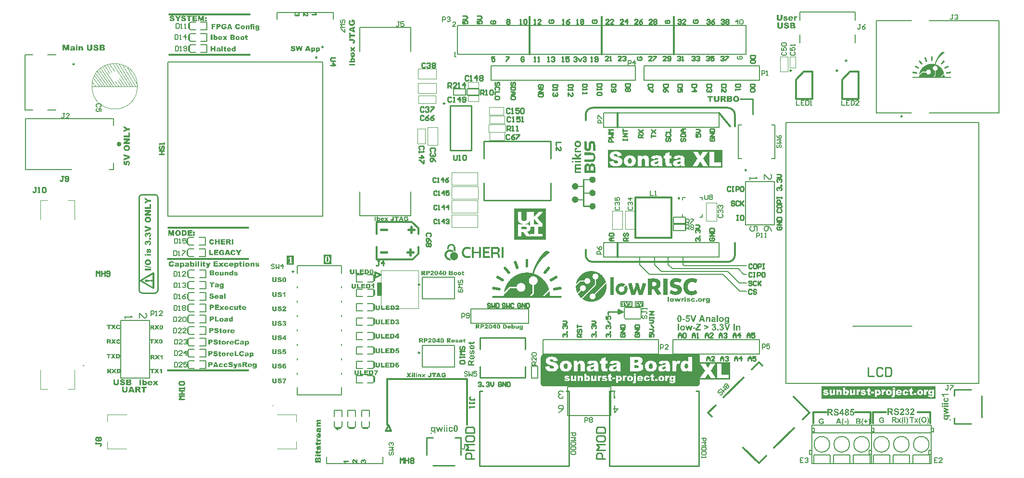
<source format=gto>
G04*
G04 #@! TF.GenerationSoftware,Altium Limited,Altium Designer,24.10.1 (45)*
G04*
G04 Layer_Color=65535*
%FSLAX44Y44*%
%MOMM*%
G71*
G04*
G04 #@! TF.SameCoordinates,ABE7D74E-C01C-4B96-B217-1A688C40366F*
G04*
G04*
G04 #@! TF.FilePolarity,Positive*
G04*
G01*
G75*
%ADD10C,0.2500*%
%ADD11C,0.2000*%
%ADD12C,0.4000*%
%ADD13C,0.2540*%
%ADD14C,0.1000*%
%ADD15C,0.3050*%
%ADD16C,0.3048*%
%ADD17C,0.3000*%
%ADD18C,0.1270*%
%ADD19C,0.2032*%
%ADD20C,0.3810*%
%ADD21R,3.9622X2.2606*%
%ADD22R,0.4826X5.1911*%
%ADD23R,1.0922X5.1911*%
%ADD24R,4.0640X2.2606*%
G36*
X1333841Y20917D02*
X1333982D01*
Y20846D01*
X1334124D01*
Y20776D01*
X1334265D01*
Y20705D01*
X1334336D01*
Y20634D01*
X1334407D01*
Y20563D01*
X1334478D01*
Y20493D01*
X1334548D01*
Y20351D01*
X1334619D01*
Y20210D01*
X1334690D01*
Y19785D01*
X1334761D01*
Y13913D01*
X1334690D01*
Y13842D01*
Y13489D01*
X1334619D01*
Y13347D01*
X1334548D01*
Y13276D01*
X1334478D01*
Y13135D01*
X1334407D01*
Y13064D01*
X1334336D01*
Y12993D01*
X1334265D01*
Y12923D01*
X1334124D01*
Y12852D01*
X1334053D01*
Y12781D01*
X1333841D01*
Y12710D01*
X1332921D01*
Y12781D01*
X1332780D01*
Y12852D01*
X1332638D01*
Y12923D01*
X1332497D01*
Y12993D01*
X1332426D01*
Y13064D01*
X1332355D01*
Y13135D01*
X1332284D01*
Y13276D01*
X1332214D01*
Y13347D01*
X1332143D01*
Y13559D01*
X1332072D01*
Y20210D01*
X1332143D01*
Y20351D01*
X1332214D01*
Y20493D01*
X1332284D01*
Y20563D01*
X1332355D01*
Y20634D01*
X1332426D01*
Y20705D01*
X1332497D01*
Y20776D01*
X1332638D01*
Y20846D01*
X1332780D01*
Y20917D01*
X1332921D01*
Y20988D01*
X1333841D01*
Y20917D01*
D02*
G37*
G36*
X1322380Y19007D02*
X1322592D01*
Y18936D01*
X1322733D01*
Y18865D01*
X1322875D01*
Y18795D01*
X1322946D01*
Y18724D01*
X1323017D01*
Y18653D01*
X1323087D01*
Y18582D01*
X1323158D01*
Y18512D01*
X1323229D01*
Y18370D01*
X1323300D01*
Y18229D01*
X1323370D01*
Y18016D01*
X1323441D01*
Y17804D01*
X1323512D01*
Y17663D01*
X1323582D01*
Y17450D01*
X1323653D01*
Y17238D01*
X1323724D01*
Y17026D01*
X1323795D01*
Y16814D01*
X1323866D01*
Y16672D01*
X1323936D01*
Y16460D01*
X1324007D01*
Y16248D01*
X1324078D01*
Y16035D01*
X1324149D01*
Y15823D01*
X1324219D01*
Y15682D01*
X1324290D01*
Y15469D01*
X1324361D01*
Y15257D01*
X1324431D01*
Y15045D01*
X1324502D01*
Y14833D01*
X1324573D01*
Y14691D01*
X1324644D01*
Y14479D01*
X1324715D01*
Y14267D01*
X1324785D01*
Y14055D01*
X1324856D01*
Y13913D01*
X1324927D01*
Y13701D01*
X1324998D01*
Y13489D01*
X1325068D01*
Y13418D01*
Y13347D01*
Y13276D01*
X1325139D01*
Y13064D01*
X1325210D01*
Y12923D01*
X1325280D01*
Y12640D01*
X1325351D01*
Y11932D01*
X1325280D01*
Y11791D01*
X1325210D01*
Y11649D01*
X1325139D01*
Y11578D01*
X1325068D01*
Y11508D01*
X1324998D01*
Y11437D01*
X1324927D01*
Y11366D01*
X1324856D01*
Y11295D01*
X1324785D01*
Y11225D01*
X1324644D01*
Y11154D01*
X1324502D01*
Y11083D01*
X1324290D01*
Y11012D01*
X1323653D01*
Y11083D01*
X1323441D01*
Y11154D01*
X1323300D01*
Y11225D01*
X1323229D01*
Y11295D01*
X1323087D01*
Y11366D01*
X1323017D01*
Y11508D01*
X1322946D01*
Y11578D01*
X1322875D01*
Y11720D01*
X1322804D01*
Y11861D01*
X1322733D01*
Y12074D01*
X1322663D01*
Y12215D01*
X1322592D01*
Y12427D01*
X1322521D01*
Y12640D01*
X1322451D01*
Y12852D01*
X1322380D01*
Y13064D01*
X1322309D01*
Y13206D01*
X1322238D01*
Y13418D01*
X1322168D01*
Y13630D01*
X1322097D01*
Y13772D01*
X1322026D01*
Y13984D01*
X1321955D01*
Y14196D01*
X1321885D01*
Y14408D01*
X1321814D01*
Y14620D01*
X1321743D01*
Y14762D01*
X1321672D01*
Y14974D01*
X1321602D01*
Y15116D01*
X1321531D01*
Y15328D01*
X1321460D01*
Y15540D01*
X1321389D01*
Y15753D01*
X1321319D01*
Y15965D01*
X1321248D01*
Y16106D01*
X1321177D01*
Y16319D01*
X1321106D01*
Y16460D01*
X1321036D01*
Y16672D01*
X1320965D01*
Y16884D01*
X1320894D01*
Y17097D01*
X1320823D01*
Y17309D01*
X1320753D01*
Y17592D01*
X1320682D01*
Y17875D01*
X1320753D01*
Y18158D01*
X1320823D01*
Y18370D01*
X1320894D01*
Y18441D01*
X1320965D01*
Y18512D01*
X1321036D01*
Y18582D01*
X1321106D01*
Y18653D01*
X1321177D01*
Y18724D01*
X1321248D01*
Y18795D01*
X1321319D01*
Y18865D01*
X1321460D01*
Y18936D01*
X1321672D01*
Y19007D01*
X1321885D01*
Y19078D01*
X1322380D01*
Y19007D01*
D02*
G37*
G36*
X1353084Y28770D02*
X1353579D01*
Y28699D01*
X1353792D01*
Y28628D01*
X1354004D01*
Y28558D01*
X1354216D01*
Y28487D01*
X1354358D01*
Y28416D01*
X1354499D01*
Y28345D01*
X1354641D01*
Y28275D01*
X1354782D01*
Y28204D01*
X1354924D01*
Y28133D01*
X1354994D01*
Y28063D01*
X1355065D01*
Y27992D01*
X1355206D01*
Y27921D01*
X1355277D01*
Y27850D01*
X1355348D01*
Y27780D01*
X1355490D01*
Y27709D01*
X1355560D01*
Y27638D01*
X1355631D01*
Y27567D01*
X1355702D01*
Y27497D01*
X1355773D01*
Y27426D01*
X1355843D01*
Y27284D01*
X1355914D01*
Y27214D01*
X1355985D01*
Y27143D01*
X1355843D01*
Y27072D01*
X1355773D01*
Y27001D01*
X1355702D01*
Y26931D01*
X1355631D01*
Y26860D01*
X1355490D01*
Y26789D01*
X1355419D01*
Y26718D01*
X1355277D01*
Y26648D01*
X1355206D01*
Y26577D01*
X1355136D01*
Y26506D01*
X1354994D01*
Y26435D01*
X1354924D01*
Y26365D01*
X1354853D01*
Y26294D01*
X1354711D01*
Y26223D01*
X1354641D01*
Y26152D01*
X1354499D01*
Y26082D01*
X1354428D01*
Y26011D01*
X1354358D01*
Y25940D01*
X1354216D01*
Y25869D01*
X1354145D01*
Y25799D01*
X1354075D01*
Y25728D01*
X1354004D01*
Y25657D01*
X1353862D01*
Y25586D01*
X1353792D01*
Y25516D01*
X1353721D01*
Y25445D01*
X1353579D01*
Y25374D01*
X1353509D01*
Y25303D01*
X1353438D01*
Y25233D01*
X1353367D01*
Y25162D01*
X1353226D01*
Y25091D01*
X1353155D01*
Y25020D01*
X1353084D01*
Y24950D01*
X1353013D01*
Y24879D01*
X1352872D01*
Y24808D01*
X1352801D01*
Y24737D01*
X1352730D01*
Y24667D01*
X1352660D01*
Y24596D01*
X1352518D01*
Y24525D01*
X1352447D01*
Y24454D01*
X1352377D01*
Y24384D01*
X1352306D01*
Y24313D01*
X1352235D01*
Y24242D01*
X1352094D01*
Y24171D01*
X1352023D01*
Y24101D01*
X1351952D01*
Y24030D01*
X1351881D01*
Y23959D01*
X1351811D01*
Y23888D01*
X1351669D01*
Y23818D01*
X1351598D01*
Y23747D01*
X1351528D01*
Y23676D01*
X1351457D01*
Y23605D01*
X1351386D01*
Y23535D01*
X1351315D01*
Y23464D01*
X1351245D01*
Y23393D01*
X1351103D01*
Y23323D01*
X1351033D01*
Y23252D01*
X1350962D01*
Y23181D01*
X1350891D01*
Y23110D01*
X1350820D01*
Y23040D01*
X1350750D01*
Y22969D01*
X1350679D01*
Y22898D01*
X1350608D01*
Y22827D01*
X1350537D01*
Y22757D01*
X1350396D01*
Y22686D01*
X1350325D01*
Y22615D01*
X1350254D01*
Y22544D01*
X1350184D01*
Y22473D01*
X1350113D01*
Y22403D01*
X1350042D01*
Y22332D01*
X1349971D01*
Y22261D01*
X1349901D01*
Y22190D01*
X1349830D01*
Y22120D01*
X1349759D01*
Y22049D01*
X1349688D01*
Y21978D01*
X1349617D01*
Y21907D01*
X1349547D01*
Y21837D01*
X1349476D01*
Y21766D01*
X1349405D01*
Y21695D01*
X1349264D01*
Y21554D01*
X1349122D01*
Y21483D01*
X1349052D01*
Y21342D01*
X1348910D01*
Y21200D01*
X1348768D01*
Y21129D01*
X1348698D01*
Y20988D01*
X1348627D01*
Y20917D01*
X1348556D01*
Y20846D01*
X1348486D01*
Y20776D01*
X1348415D01*
Y20705D01*
X1348344D01*
Y20634D01*
X1348273D01*
Y20563D01*
X1348203D01*
Y20493D01*
X1348132D01*
Y20422D01*
X1348061D01*
Y20351D01*
X1347990D01*
Y20280D01*
X1347920D01*
Y20210D01*
X1347849D01*
Y20139D01*
X1347778D01*
Y20068D01*
X1347707D01*
Y19997D01*
X1347637D01*
Y19927D01*
X1347566D01*
Y19785D01*
X1347495D01*
Y19714D01*
X1347424D01*
Y19644D01*
X1347354D01*
Y19573D01*
X1347283D01*
Y19502D01*
X1347212D01*
Y19431D01*
X1347141D01*
Y19290D01*
X1347071D01*
Y19219D01*
X1347000D01*
Y19148D01*
X1346929D01*
Y19078D01*
X1346858D01*
Y19007D01*
X1346788D01*
Y18936D01*
X1346717D01*
Y18795D01*
X1346646D01*
Y18724D01*
X1346575D01*
Y18653D01*
X1346505D01*
Y18582D01*
X1346434D01*
Y18441D01*
X1346363D01*
Y18370D01*
X1346292D01*
Y18299D01*
X1346222D01*
Y18229D01*
X1346151D01*
Y18158D01*
X1346080D01*
Y18016D01*
X1346009D01*
Y17946D01*
X1345939D01*
Y17875D01*
X1345868D01*
Y17804D01*
X1345797D01*
Y17663D01*
X1345726D01*
Y17592D01*
X1345656D01*
Y17521D01*
X1345585D01*
Y17380D01*
X1345514D01*
Y17309D01*
X1345443D01*
Y17168D01*
X1345373D01*
Y17097D01*
X1345302D01*
Y17026D01*
X1345231D01*
Y16884D01*
X1345160D01*
Y16814D01*
X1345090D01*
Y16743D01*
X1345019D01*
Y16602D01*
X1344948D01*
Y16531D01*
X1344877D01*
Y16389D01*
X1344807D01*
Y16319D01*
X1344736D01*
Y16177D01*
X1344665D01*
Y16106D01*
X1344594D01*
Y15965D01*
X1344524D01*
Y15894D01*
X1344453D01*
Y15753D01*
X1344382D01*
Y15682D01*
X1344312D01*
Y15540D01*
X1344241D01*
Y15469D01*
X1344170D01*
Y15328D01*
X1344099D01*
Y15257D01*
X1344028D01*
Y15116D01*
X1343958D01*
Y14974D01*
X1343887D01*
Y14904D01*
X1343816D01*
Y14762D01*
X1343746D01*
Y14620D01*
X1343675D01*
Y14550D01*
X1343604D01*
Y14408D01*
X1343533D01*
Y14267D01*
X1343463D01*
Y14196D01*
X1343392D01*
Y14055D01*
X1343321D01*
Y13913D01*
X1343250D01*
Y13772D01*
X1343179D01*
Y13630D01*
X1343109D01*
Y13559D01*
X1343038D01*
Y13418D01*
X1342967D01*
Y13276D01*
X1342897D01*
Y13135D01*
X1342826D01*
Y12993D01*
X1342755D01*
Y12852D01*
X1342684D01*
Y12710D01*
X1342614D01*
Y12569D01*
X1342543D01*
Y12427D01*
X1342472D01*
Y12286D01*
X1342401D01*
Y12144D01*
X1342330D01*
Y12003D01*
X1342260D01*
Y11861D01*
X1342189D01*
Y11649D01*
X1342118D01*
Y11508D01*
X1342048D01*
Y11366D01*
X1341977D01*
Y11225D01*
X1341906D01*
Y11012D01*
X1341835D01*
Y10871D01*
X1341765D01*
Y10659D01*
X1341694D01*
Y10517D01*
X1341623D01*
Y10305D01*
X1341552D01*
Y10164D01*
X1341482D01*
Y9951D01*
X1341411D01*
Y9810D01*
X1341340D01*
Y9597D01*
X1341269D01*
Y9385D01*
X1341199D01*
Y9244D01*
X1341128D01*
Y9032D01*
X1341057D01*
Y8819D01*
X1340986D01*
Y8607D01*
X1340916D01*
Y8395D01*
X1340845D01*
Y8183D01*
X1340774D01*
Y7900D01*
X1340703D01*
Y7687D01*
X1340633D01*
Y7475D01*
X1340562D01*
Y7192D01*
X1340491D01*
Y6980D01*
X1340420D01*
Y6697D01*
X1340350D01*
Y6555D01*
X1340420D01*
Y6485D01*
X1340633D01*
Y6414D01*
X1340845D01*
Y6343D01*
X1341057D01*
Y6272D01*
X1341199D01*
Y6202D01*
X1341411D01*
Y6131D01*
X1341552D01*
Y6060D01*
X1341765D01*
Y5989D01*
X1341906D01*
Y5919D01*
X1342118D01*
Y5848D01*
X1342260D01*
Y5777D01*
X1342401D01*
Y5706D01*
X1342614D01*
Y5636D01*
X1342755D01*
Y5565D01*
X1342897D01*
Y5494D01*
X1343038D01*
Y5423D01*
X1343179D01*
Y5353D01*
X1343321D01*
Y5282D01*
X1343463D01*
Y5211D01*
X1343604D01*
Y5140D01*
X1343746D01*
Y5070D01*
X1343887D01*
Y4999D01*
X1344028D01*
Y4928D01*
X1344170D01*
Y4857D01*
X1344241D01*
Y4787D01*
X1344382D01*
Y4716D01*
X1344524D01*
Y4645D01*
X1344665D01*
Y4574D01*
X1344736D01*
Y4504D01*
X1344877D01*
Y4433D01*
X1345019D01*
Y4362D01*
X1345090D01*
Y4291D01*
X1345231D01*
Y4221D01*
X1345302D01*
Y4150D01*
X1345443D01*
Y4079D01*
X1345585D01*
Y4008D01*
X1345656D01*
Y3938D01*
X1345797D01*
Y3867D01*
X1345868D01*
Y3796D01*
X1346009D01*
Y3726D01*
X1346080D01*
Y3655D01*
X1346222D01*
Y3584D01*
X1346292D01*
Y3513D01*
X1346434D01*
Y3442D01*
X1346505D01*
Y3372D01*
X1346575D01*
Y3301D01*
X1346717D01*
Y3230D01*
X1346788D01*
Y3160D01*
X1346858D01*
Y3089D01*
X1347000D01*
Y3018D01*
X1347071D01*
Y2947D01*
X1347141D01*
Y2876D01*
X1347212D01*
Y2806D01*
X1347354D01*
Y2735D01*
X1347424D01*
Y2664D01*
X1347495D01*
Y2594D01*
X1347566D01*
Y2523D01*
X1347707D01*
Y2452D01*
X1347778D01*
Y2381D01*
X1347849D01*
Y2310D01*
X1347920D01*
Y2240D01*
X1347990D01*
Y2169D01*
X1348061D01*
Y2098D01*
X1348203D01*
Y2027D01*
X1348273D01*
Y1957D01*
X1348344D01*
Y1886D01*
X1348415D01*
Y1815D01*
X1348486D01*
Y1744D01*
X1348556D01*
Y1674D01*
X1348627D01*
Y1603D01*
X1348698D01*
Y1532D01*
X1348839D01*
Y1462D01*
X1348910D01*
Y1391D01*
X1348981D01*
Y1320D01*
X1349052D01*
Y1249D01*
X1349122D01*
Y1179D01*
X1349193D01*
Y1108D01*
X1349264D01*
Y1037D01*
X1349335D01*
Y966D01*
X1349405D01*
Y896D01*
X1349476D01*
Y825D01*
X1349547D01*
Y754D01*
X1349617D01*
Y683D01*
X1349688D01*
Y613D01*
X1349759D01*
Y471D01*
X1349830D01*
Y400D01*
X1349901D01*
Y330D01*
X1349971D01*
Y259D01*
X1350042D01*
Y188D01*
X1350113D01*
Y117D01*
X1350184D01*
Y47D01*
X1350254D01*
Y-24D01*
X1350325D01*
Y-166D01*
X1350396D01*
Y-236D01*
X1350466D01*
Y-307D01*
X1350537D01*
Y-378D01*
X1350608D01*
Y-449D01*
X1350679D01*
Y-519D01*
X1350750D01*
Y-661D01*
X1350820D01*
Y-732D01*
X1350891D01*
Y-802D01*
X1350962D01*
Y-873D01*
X1351033D01*
Y-1015D01*
X1351103D01*
Y-1085D01*
X1351174D01*
Y-1156D01*
X1351245D01*
Y-1298D01*
X1351315D01*
Y-1368D01*
X1351386D01*
Y-1439D01*
X1351457D01*
Y-1581D01*
X1351528D01*
Y-1651D01*
X1351598D01*
Y-1722D01*
X1351669D01*
Y-1864D01*
X1351740D01*
Y-1934D01*
X1351811D01*
Y-2076D01*
X1351881D01*
Y-2147D01*
X1351952D01*
Y-2217D01*
X1352023D01*
Y-2359D01*
X1352094D01*
Y-2500D01*
X1352164D01*
Y-2571D01*
X1352235D01*
Y-2713D01*
X1352306D01*
Y-2783D01*
X1352377D01*
Y-2925D01*
X1352447D01*
Y-2995D01*
X1352518D01*
Y-3137D01*
X1352589D01*
Y-3279D01*
X1352660D01*
Y-3349D01*
X1352730D01*
Y-3491D01*
X1352801D01*
Y-3632D01*
X1352872D01*
Y-3774D01*
X1352943D01*
Y-3844D01*
X1353013D01*
Y-3986D01*
X1353084D01*
Y-4128D01*
X1353155D01*
Y-4269D01*
X1353226D01*
Y-4410D01*
X1353296D01*
Y-4481D01*
X1353367D01*
Y-4623D01*
X1353438D01*
Y-4764D01*
X1353509D01*
Y-4906D01*
X1353579D01*
Y-5047D01*
X1353650D01*
Y-5189D01*
X1353721D01*
Y-5330D01*
X1353792D01*
Y-5542D01*
X1353862D01*
Y-5684D01*
X1353933D01*
Y-5825D01*
X1354004D01*
Y-5967D01*
X1354075D01*
Y-6179D01*
X1354145D01*
Y-6321D01*
X1354216D01*
Y-6462D01*
X1354287D01*
Y-6674D01*
X1354358D01*
Y-6816D01*
X1354428D01*
Y-7028D01*
X1354499D01*
Y-7240D01*
X1354570D01*
Y-7453D01*
X1354641D01*
Y-7665D01*
X1354711D01*
Y-7877D01*
X1354782D01*
Y-8089D01*
X1354853D01*
Y-8302D01*
X1354924D01*
Y-8585D01*
X1354994D01*
Y-8867D01*
X1355065D01*
Y-8938D01*
X1354994D01*
Y-9080D01*
X1354924D01*
Y-9151D01*
X1354853D01*
Y-9221D01*
X1354782D01*
Y-9292D01*
X1354641D01*
Y-9434D01*
X1354499D01*
Y-9575D01*
X1354428D01*
Y-9646D01*
X1354358D01*
Y-9717D01*
X1354287D01*
Y-9787D01*
X1354145D01*
Y-9929D01*
X1354075D01*
Y-9999D01*
X1354004D01*
Y-10070D01*
X1353933D01*
Y-10141D01*
X1353792D01*
Y-10282D01*
X1353721D01*
Y-10353D01*
X1353650D01*
Y-10424D01*
X1353579D01*
Y-10495D01*
X1353438D01*
Y-10636D01*
X1353367D01*
Y-10707D01*
X1353296D01*
Y-10778D01*
X1353226D01*
Y-10848D01*
X1353155D01*
Y-10919D01*
X1353084D01*
Y-10990D01*
X1353013D01*
Y-11061D01*
X1352943D01*
Y-11131D01*
X1352872D01*
Y-11202D01*
X1352801D01*
Y-11273D01*
X1352730D01*
Y-11344D01*
X1352589D01*
Y-11485D01*
X1352518D01*
Y-11556D01*
X1352447D01*
Y-11627D01*
X1352377D01*
Y-11697D01*
X1352235D01*
Y-11839D01*
X1352164D01*
Y-11910D01*
X1352094D01*
Y-11980D01*
X1352023D01*
Y-12051D01*
X1351952D01*
Y-12122D01*
X1351881D01*
Y-12193D01*
X1351811D01*
Y-12263D01*
X1351740D01*
Y-12334D01*
X1351669D01*
Y-12405D01*
X1351598D01*
Y-12476D01*
X1351528D01*
Y-12546D01*
X1351457D01*
Y-12617D01*
X1351386D01*
Y-12688D01*
X1351315D01*
Y-12759D01*
X1351245D01*
Y-12829D01*
X1351174D01*
Y-12900D01*
X1351103D01*
Y-12971D01*
X1351033D01*
Y-13042D01*
X1350962D01*
Y-13112D01*
X1350891D01*
Y-13183D01*
X1350820D01*
Y-13254D01*
X1350750D01*
Y-13325D01*
X1350679D01*
Y-13395D01*
X1350608D01*
Y-13466D01*
X1350537D01*
Y-13537D01*
X1350466D01*
Y-13608D01*
X1350396D01*
Y-13678D01*
X1350325D01*
Y-13749D01*
X1350254D01*
Y-13820D01*
X1350184D01*
Y-13891D01*
X1350113D01*
Y-13961D01*
X1350042D01*
Y-14032D01*
X1349971D01*
Y-14103D01*
X1349901D01*
Y-14174D01*
X1349830D01*
Y-14244D01*
X1349759D01*
Y-14315D01*
X1349688D01*
Y-14386D01*
X1349617D01*
Y-14457D01*
X1349547D01*
Y-14527D01*
X1349476D01*
Y-14598D01*
X1349405D01*
Y-14669D01*
X1349335D01*
Y-14740D01*
X1349264D01*
Y-14810D01*
X1349193D01*
Y-14881D01*
X1349122D01*
Y-14952D01*
X1349052D01*
Y-15023D01*
X1348981D01*
Y-15093D01*
X1348910D01*
Y-15164D01*
X1350891D01*
Y-15093D01*
X1350962D01*
Y-15023D01*
X1351033D01*
Y-14952D01*
X1351103D01*
Y-14881D01*
X1351174D01*
Y-14810D01*
X1351245D01*
Y-14740D01*
X1351315D01*
Y-14669D01*
X1351386D01*
Y-14598D01*
X1351457D01*
Y-14527D01*
X1351528D01*
Y-14457D01*
X1351598D01*
Y-14386D01*
X1351669D01*
Y-14315D01*
X1351740D01*
Y-14244D01*
X1351811D01*
Y-14174D01*
X1351881D01*
Y-14103D01*
X1351952D01*
Y-14032D01*
X1352023D01*
Y-13961D01*
X1352094D01*
Y-13891D01*
X1352164D01*
Y-13820D01*
X1352235D01*
Y-13749D01*
X1352306D01*
Y-13678D01*
X1352377D01*
Y-13608D01*
X1352447D01*
Y-13537D01*
X1352518D01*
Y-13466D01*
X1352589D01*
Y-13395D01*
X1352660D01*
Y-13325D01*
X1352730D01*
Y-13254D01*
X1352801D01*
Y-13183D01*
X1352872D01*
Y-13112D01*
X1352943D01*
Y-13042D01*
X1353013D01*
Y-12971D01*
X1353084D01*
Y-12900D01*
X1353155D01*
Y-12829D01*
X1353226D01*
Y-12759D01*
X1353296D01*
Y-12688D01*
X1353367D01*
Y-12617D01*
X1353438D01*
Y-12546D01*
X1353509D01*
Y-12476D01*
X1353579D01*
Y-12405D01*
X1353650D01*
Y-12334D01*
X1353721D01*
Y-12263D01*
X1353792D01*
Y-12193D01*
X1353862D01*
Y-12122D01*
X1353933D01*
Y-12051D01*
X1354004D01*
Y-11980D01*
X1354075D01*
Y-11910D01*
X1354145D01*
Y-11839D01*
X1354216D01*
Y-11768D01*
X1354287D01*
Y-11697D01*
X1354358D01*
Y-11627D01*
X1354428D01*
Y-11556D01*
X1354499D01*
Y-11485D01*
X1354570D01*
Y-11415D01*
X1354641D01*
Y-11344D01*
X1354711D01*
Y-11273D01*
X1354782D01*
Y-11202D01*
X1354853D01*
Y-11131D01*
X1354924D01*
Y-11061D01*
X1354994D01*
Y-10990D01*
X1355065D01*
Y-10919D01*
X1355136D01*
Y-10848D01*
X1355206D01*
Y-10778D01*
X1355277D01*
Y-10707D01*
X1355348D01*
Y-10636D01*
X1355490D01*
Y-11061D01*
X1355560D01*
Y-11415D01*
X1355631D01*
Y-11910D01*
X1355702D01*
Y-12546D01*
X1355773D01*
Y-13254D01*
X1355843D01*
Y-15164D01*
X1366597D01*
Y-15235D01*
X1366809D01*
Y-15306D01*
X1366880D01*
Y-15376D01*
X1366951D01*
Y-15447D01*
X1367021D01*
Y-15518D01*
X1367092D01*
Y-15589D01*
X1367163D01*
Y-15801D01*
X1367234D01*
Y-16296D01*
X1367163D01*
Y-16508D01*
X1367092D01*
Y-16579D01*
X1367021D01*
Y-16650D01*
X1366951D01*
Y-16720D01*
X1366880D01*
Y-16791D01*
X1366809D01*
Y-16862D01*
X1366668D01*
Y-16933D01*
X1300094D01*
Y-16862D01*
X1299953D01*
Y-16791D01*
X1299811D01*
Y-16720D01*
X1299741D01*
Y-16650D01*
X1299670D01*
Y-16508D01*
X1299599D01*
Y-16437D01*
X1299528D01*
Y-16084D01*
X1299458D01*
Y-15942D01*
X1299528D01*
Y-15659D01*
X1299599D01*
Y-15589D01*
X1299670D01*
Y-15447D01*
X1299741D01*
Y-15376D01*
X1299811D01*
Y-15306D01*
X1299953D01*
Y-15235D01*
X1300094D01*
Y-15164D01*
X1310848D01*
Y-14598D01*
X1310919D01*
Y-14032D01*
X1310990D01*
Y-13891D01*
X1311060D01*
Y-13820D01*
X1311131D01*
Y-13749D01*
X1311202D01*
Y-13678D01*
X1311272D01*
Y-13608D01*
X1311343D01*
Y-13537D01*
X1311414D01*
Y-13466D01*
X1311485D01*
Y-13395D01*
X1311555D01*
Y-13325D01*
X1311626D01*
Y-13254D01*
X1311697D01*
Y-13183D01*
X1311768D01*
Y-13112D01*
X1311838D01*
Y-13042D01*
X1311909D01*
Y-12971D01*
X1311980D01*
Y-12900D01*
X1312051D01*
Y-12829D01*
X1312121D01*
Y-12759D01*
X1312192D01*
Y-12688D01*
X1312263D01*
Y-12617D01*
X1312334D01*
Y-12546D01*
X1312404D01*
Y-12476D01*
X1312475D01*
Y-12405D01*
X1312546D01*
Y-12334D01*
X1312617D01*
Y-12263D01*
X1312687D01*
Y-12193D01*
X1312758D01*
Y-12122D01*
X1312829D01*
Y-12051D01*
X1312900D01*
Y-11980D01*
X1312970D01*
Y-11910D01*
X1313041D01*
Y-11839D01*
X1313112D01*
Y-11768D01*
X1313183D01*
Y-11697D01*
X1313253D01*
Y-11627D01*
X1313324D01*
Y-11556D01*
X1313395D01*
Y-11485D01*
X1313466D01*
Y-11415D01*
X1313536D01*
Y-11344D01*
X1313607D01*
Y-11273D01*
X1313678D01*
Y-11202D01*
X1313749D01*
Y-11131D01*
X1313819D01*
Y-11061D01*
X1313890D01*
Y-10990D01*
X1313961D01*
Y-10919D01*
X1314032D01*
Y-10848D01*
X1314102D01*
Y-10778D01*
X1314173D01*
Y-10707D01*
X1314244D01*
Y-10636D01*
X1314315D01*
Y-10566D01*
X1314385D01*
Y-10495D01*
X1314456D01*
Y-10424D01*
X1314527D01*
Y-10353D01*
X1314598D01*
Y-10282D01*
X1314668D01*
Y-10212D01*
X1314739D01*
Y-10141D01*
X1314810D01*
Y-10070D01*
X1314881D01*
Y-9999D01*
X1314951D01*
Y-9929D01*
X1315022D01*
Y-9858D01*
X1315093D01*
Y-9787D01*
X1315164D01*
Y-9717D01*
X1315234D01*
Y-9646D01*
X1315305D01*
Y-9575D01*
X1315376D01*
Y-9504D01*
X1315447D01*
Y-9434D01*
X1315517D01*
Y-9363D01*
X1315588D01*
Y-9292D01*
X1315659D01*
Y-9221D01*
X1315730D01*
Y-9151D01*
X1315800D01*
Y-9080D01*
X1315871D01*
Y-9009D01*
X1315942D01*
Y-8938D01*
X1316013D01*
Y-8867D01*
X1316083D01*
Y-8797D01*
X1316154D01*
Y-8726D01*
X1316225D01*
Y-8655D01*
X1316295D01*
Y-8585D01*
X1316366D01*
Y-8514D01*
X1316437D01*
Y-8443D01*
X1316508D01*
Y-8372D01*
X1316579D01*
Y-8302D01*
X1316649D01*
Y-8231D01*
X1316720D01*
Y-8160D01*
X1316791D01*
Y-8089D01*
X1316862D01*
Y-8019D01*
X1316932D01*
Y-7948D01*
X1317003D01*
Y-7877D01*
X1317074D01*
Y-7806D01*
X1317144D01*
Y-7736D01*
X1317286D01*
Y-7665D01*
X1317498D01*
Y-7594D01*
X1317923D01*
Y-7523D01*
X1323441D01*
Y-7736D01*
X1323512D01*
Y-7948D01*
X1323582D01*
Y-8089D01*
X1323653D01*
Y-8302D01*
X1323724D01*
Y-8514D01*
X1323795D01*
Y-8655D01*
X1323866D01*
Y-8797D01*
X1323936D01*
Y-8938D01*
X1324007D01*
Y-9080D01*
X1324078D01*
Y-9151D01*
X1324149D01*
Y-9292D01*
X1324219D01*
Y-9363D01*
X1324290D01*
Y-9504D01*
X1324361D01*
Y-9575D01*
X1324431D01*
Y-9646D01*
X1324502D01*
Y-9717D01*
X1324573D01*
Y-9787D01*
X1324644D01*
Y-9858D01*
X1324715D01*
Y-9929D01*
X1324785D01*
Y-9999D01*
X1324856D01*
Y-10070D01*
X1324927D01*
Y-10141D01*
X1324998D01*
Y-10212D01*
X1325068D01*
Y-10282D01*
X1325210D01*
Y-10353D01*
X1325280D01*
Y-10424D01*
X1325422D01*
Y-10495D01*
X1325563D01*
Y-10566D01*
X1325634D01*
Y-10636D01*
X1325776D01*
Y-10707D01*
X1325917D01*
Y-10778D01*
X1326129D01*
Y-10848D01*
X1326271D01*
Y-10919D01*
X1326483D01*
Y-10990D01*
X1326837D01*
Y-11061D01*
X1327191D01*
Y-11131D01*
X1328252D01*
Y-11061D01*
X1328606D01*
Y-10990D01*
X1328889D01*
Y-10919D01*
X1329171D01*
Y-10848D01*
X1329313D01*
Y-10778D01*
X1329454D01*
Y-10707D01*
X1329596D01*
Y-10636D01*
X1329738D01*
Y-10566D01*
X1329879D01*
Y-10495D01*
X1330020D01*
Y-10424D01*
X1330091D01*
Y-10353D01*
X1330233D01*
Y-10282D01*
X1330303D01*
Y-10212D01*
X1330374D01*
Y-10141D01*
X1330445D01*
Y-10070D01*
X1330587D01*
Y-9999D01*
X1330657D01*
Y-9929D01*
X1330728D01*
Y-9858D01*
X1330799D01*
Y-9787D01*
X1330869D01*
Y-9717D01*
X1330940D01*
Y-9575D01*
X1331011D01*
Y-9504D01*
X1331082D01*
Y-9434D01*
X1331152D01*
Y-9363D01*
X1331223D01*
Y-9221D01*
X1331294D01*
Y-9151D01*
X1331365D01*
Y-9009D01*
X1331436D01*
Y-8867D01*
X1331506D01*
Y-8726D01*
X1331577D01*
Y-8585D01*
X1331648D01*
Y-8443D01*
X1331718D01*
Y-8231D01*
X1331789D01*
Y-8019D01*
X1331860D01*
Y-7736D01*
X1331931D01*
Y-7240D01*
X1332001D01*
Y-6462D01*
X1331931D01*
Y-5896D01*
X1331860D01*
Y-5613D01*
X1331789D01*
Y-5401D01*
X1331718D01*
Y-5189D01*
X1331648D01*
Y-5047D01*
X1331577D01*
Y-4906D01*
X1331506D01*
Y-4764D01*
X1331436D01*
Y-4623D01*
X1331365D01*
Y-4481D01*
X1331294D01*
Y-4410D01*
X1331223D01*
Y-4269D01*
X1331152D01*
Y-4198D01*
X1331082D01*
Y-4128D01*
X1331011D01*
Y-3986D01*
X1330940D01*
Y-3915D01*
X1330869D01*
Y-3844D01*
X1330799D01*
Y-3774D01*
X1330728D01*
Y-3703D01*
X1330657D01*
Y-3632D01*
X1330587D01*
Y-3562D01*
X1330516D01*
Y-3491D01*
X1330374D01*
Y-3420D01*
X1330303D01*
Y-3349D01*
X1330233D01*
Y-3279D01*
X1330091D01*
Y-3208D01*
X1329950D01*
Y-3137D01*
X1329879D01*
Y-3066D01*
X1329738D01*
Y-2995D01*
X1329596D01*
Y-2925D01*
X1329384D01*
Y-2854D01*
X1329242D01*
Y-2783D01*
X1329030D01*
Y-2713D01*
X1328747D01*
Y-2642D01*
X1328393D01*
Y-2571D01*
X1327049D01*
Y-2642D01*
X1326695D01*
Y-2713D01*
X1326412D01*
Y-2783D01*
X1326200D01*
Y-2854D01*
X1326059D01*
Y-2925D01*
X1325846D01*
Y-2995D01*
X1325705D01*
Y-3066D01*
X1325634D01*
Y-3137D01*
X1325493D01*
Y-3208D01*
X1325351D01*
Y-3279D01*
X1325280D01*
Y-3349D01*
X1325139D01*
Y-3420D01*
X1325068D01*
Y-3491D01*
X1324998D01*
Y-3562D01*
X1324927D01*
Y-3632D01*
X1324856D01*
Y-3703D01*
X1324715D01*
Y-3774D01*
X1324644D01*
Y-3844D01*
X1324573D01*
Y-3915D01*
X1324502D01*
Y-4057D01*
X1324431D01*
Y-4128D01*
X1324361D01*
Y-4198D01*
X1324290D01*
Y-4340D01*
X1324219D01*
Y-4410D01*
X1324149D01*
Y-4481D01*
X1324078D01*
Y-4623D01*
X1324007D01*
Y-4764D01*
X1323936D01*
Y-4906D01*
X1323866D01*
Y-5047D01*
X1323795D01*
Y-5189D01*
X1323724D01*
Y-5330D01*
X1323653D01*
Y-5542D01*
X1323582D01*
Y-5755D01*
X1323512D01*
Y-5967D01*
X1323441D01*
Y-6108D01*
X1317286D01*
Y-6179D01*
X1317003D01*
Y-6250D01*
X1316791D01*
Y-6321D01*
X1316649D01*
Y-6391D01*
X1316508D01*
Y-6462D01*
X1316437D01*
Y-6533D01*
X1316366D01*
Y-6604D01*
X1316225D01*
Y-6674D01*
X1316154D01*
Y-6745D01*
X1316083D01*
Y-6816D01*
X1316013D01*
Y-6887D01*
X1315942D01*
Y-6957D01*
X1315871D01*
Y-7028D01*
X1315800D01*
Y-7099D01*
X1315730D01*
Y-7170D01*
X1315659D01*
Y-7240D01*
X1315588D01*
Y-7311D01*
X1315517D01*
Y-7382D01*
X1315447D01*
Y-7453D01*
X1315376D01*
Y-7523D01*
X1315305D01*
Y-7594D01*
X1315234D01*
Y-7665D01*
X1315164D01*
Y-7736D01*
X1315093D01*
Y-7806D01*
X1315022D01*
Y-7877D01*
X1314951D01*
Y-7948D01*
X1314881D01*
Y-8019D01*
X1314810D01*
Y-8089D01*
X1314739D01*
Y-8160D01*
X1314668D01*
Y-8231D01*
X1314598D01*
Y-8302D01*
X1314527D01*
Y-8372D01*
X1314456D01*
Y-8443D01*
X1314385D01*
Y-8514D01*
X1314315D01*
Y-8585D01*
X1314244D01*
Y-8655D01*
X1314173D01*
Y-8726D01*
X1314102D01*
Y-8797D01*
X1314032D01*
Y-8867D01*
X1313961D01*
Y-8938D01*
X1313890D01*
Y-9009D01*
X1313819D01*
Y-9080D01*
X1313749D01*
Y-9151D01*
X1313678D01*
Y-9221D01*
X1313607D01*
Y-9292D01*
X1313536D01*
Y-9363D01*
X1313466D01*
Y-9434D01*
X1313395D01*
Y-9504D01*
X1313324D01*
Y-9575D01*
X1313253D01*
Y-9646D01*
X1313183D01*
Y-9717D01*
X1313112D01*
Y-9787D01*
X1313041D01*
Y-9858D01*
X1312970D01*
Y-9929D01*
X1312900D01*
Y-9999D01*
X1312829D01*
Y-10070D01*
X1312758D01*
Y-10141D01*
X1312687D01*
Y-10212D01*
X1312617D01*
Y-10282D01*
X1312546D01*
Y-10353D01*
X1312475D01*
Y-10424D01*
X1312404D01*
Y-10495D01*
X1312334D01*
Y-10566D01*
X1312263D01*
Y-10636D01*
X1312192D01*
Y-10707D01*
X1312121D01*
Y-10778D01*
X1312051D01*
Y-10848D01*
X1311980D01*
Y-10919D01*
X1311909D01*
Y-10990D01*
X1311838D01*
Y-11061D01*
X1311768D01*
Y-11131D01*
X1311697D01*
Y-11202D01*
X1311626D01*
Y-11273D01*
X1311555D01*
Y-11344D01*
X1311485D01*
Y-11415D01*
X1311414D01*
Y-11485D01*
X1311343D01*
Y-11556D01*
X1311272D01*
Y-11627D01*
X1311202D01*
Y-11697D01*
X1311131D01*
Y-11556D01*
X1311202D01*
Y-10990D01*
X1311272D01*
Y-10424D01*
X1311343D01*
Y-10141D01*
X1311414D01*
Y-9787D01*
X1311485D01*
Y-9504D01*
X1311555D01*
Y-9221D01*
X1311626D01*
Y-8938D01*
X1311697D01*
Y-8726D01*
X1311768D01*
Y-8514D01*
X1311838D01*
Y-8231D01*
X1311909D01*
Y-8019D01*
X1311980D01*
Y-7806D01*
X1312051D01*
Y-7594D01*
X1312121D01*
Y-7382D01*
X1312192D01*
Y-7170D01*
X1312263D01*
Y-7028D01*
X1312334D01*
Y-6816D01*
X1312404D01*
Y-6674D01*
X1312475D01*
Y-6462D01*
X1312546D01*
Y-6321D01*
X1312617D01*
Y-6108D01*
X1312687D01*
Y-5967D01*
X1312758D01*
Y-5825D01*
X1312829D01*
Y-5613D01*
X1312900D01*
Y-5472D01*
X1312970D01*
Y-5330D01*
X1313041D01*
Y-5189D01*
X1313112D01*
Y-5047D01*
X1313183D01*
Y-4906D01*
X1313253D01*
Y-4764D01*
X1313324D01*
Y-4623D01*
X1313395D01*
Y-4481D01*
X1313466D01*
Y-4340D01*
X1313536D01*
Y-4198D01*
X1313607D01*
Y-4057D01*
X1313678D01*
Y-3915D01*
X1313749D01*
Y-3774D01*
X1313819D01*
Y-3703D01*
X1313890D01*
Y-3562D01*
X1313961D01*
Y-3420D01*
X1314032D01*
Y-3279D01*
X1314102D01*
Y-3208D01*
X1314173D01*
Y-3066D01*
X1314244D01*
Y-2995D01*
X1314315D01*
Y-2854D01*
X1314385D01*
Y-2713D01*
X1314456D01*
Y-2642D01*
X1314527D01*
Y-2500D01*
X1314598D01*
Y-2430D01*
X1314668D01*
Y-2288D01*
X1314739D01*
Y-2217D01*
X1314810D01*
Y-2076D01*
X1314881D01*
Y-2005D01*
X1314951D01*
Y-1864D01*
X1315022D01*
Y-1793D01*
X1315093D01*
Y-1722D01*
X1315164D01*
Y-1581D01*
X1315234D01*
Y-1510D01*
X1315305D01*
Y-1439D01*
X1315376D01*
Y-1298D01*
X1315447D01*
Y-1227D01*
X1315517D01*
Y-1156D01*
X1315588D01*
Y-1015D01*
X1315659D01*
Y-944D01*
X1315730D01*
Y-873D01*
X1315800D01*
Y-802D01*
X1315871D01*
Y-661D01*
X1315942D01*
Y-590D01*
X1316013D01*
Y-519D01*
X1316083D01*
Y-449D01*
X1316154D01*
Y-307D01*
X1316225D01*
Y-236D01*
X1316295D01*
Y-166D01*
X1316366D01*
Y-95D01*
X1316437D01*
Y-24D01*
X1316508D01*
Y47D01*
X1316579D01*
Y117D01*
X1316649D01*
Y188D01*
X1316720D01*
Y330D01*
X1316791D01*
Y400D01*
X1316862D01*
Y471D01*
X1316932D01*
Y542D01*
X1317003D01*
Y613D01*
X1317074D01*
Y683D01*
X1317144D01*
Y754D01*
X1317215D01*
Y825D01*
X1317286D01*
Y896D01*
X1317357D01*
Y966D01*
X1317428D01*
Y1037D01*
X1317498D01*
Y1108D01*
X1317569D01*
Y1179D01*
X1317640D01*
Y1249D01*
X1317711D01*
Y1320D01*
X1317781D01*
Y1391D01*
X1317852D01*
Y1462D01*
X1317923D01*
Y1532D01*
X1317993D01*
Y1603D01*
X1318064D01*
Y1674D01*
X1318135D01*
Y1744D01*
X1318206D01*
Y1815D01*
X1318277D01*
Y1886D01*
X1318418D01*
Y1957D01*
X1318489D01*
Y2027D01*
X1318559D01*
Y2098D01*
X1318630D01*
Y2169D01*
X1318701D01*
Y2240D01*
X1318772D01*
Y2310D01*
X1318913D01*
Y2381D01*
X1318984D01*
Y2452D01*
X1319055D01*
Y2523D01*
X1319125D01*
Y2594D01*
X1319196D01*
Y2664D01*
X1319267D01*
Y2735D01*
X1319408D01*
Y2806D01*
X1319479D01*
Y2876D01*
X1319550D01*
Y2947D01*
X1319691D01*
Y3018D01*
X1319762D01*
Y3089D01*
X1319833D01*
Y3160D01*
X1319974D01*
Y3230D01*
X1320045D01*
Y3301D01*
X1320116D01*
Y3372D01*
X1320257D01*
Y3442D01*
X1320328D01*
Y3513D01*
X1320470D01*
Y3584D01*
X1320540D01*
Y3655D01*
X1320611D01*
Y3726D01*
X1320753D01*
Y3796D01*
X1320823D01*
Y3867D01*
X1320965D01*
Y3938D01*
X1321036D01*
Y4008D01*
X1321177D01*
Y4079D01*
X1321248D01*
Y4150D01*
X1321389D01*
Y4221D01*
X1321531D01*
Y4291D01*
X1321602D01*
Y4362D01*
X1321743D01*
Y4433D01*
X1321814D01*
Y4504D01*
X1321955D01*
Y4574D01*
X1322097D01*
Y4645D01*
X1322238D01*
Y4716D01*
X1322380D01*
Y4787D01*
X1322451D01*
Y4857D01*
X1322592D01*
Y4928D01*
X1322733D01*
Y4999D01*
X1322875D01*
Y5070D01*
X1323017D01*
Y5140D01*
X1323087D01*
Y5211D01*
X1323300D01*
Y5282D01*
X1323370D01*
Y5353D01*
X1323582D01*
Y5423D01*
X1323724D01*
Y5494D01*
X1323866D01*
Y5565D01*
X1324007D01*
Y5636D01*
X1324149D01*
Y5706D01*
X1324290D01*
Y5777D01*
X1324431D01*
Y5848D01*
X1324644D01*
Y5919D01*
X1324785D01*
Y5989D01*
X1324998D01*
Y6060D01*
X1325139D01*
Y6131D01*
X1325351D01*
Y6202D01*
X1325563D01*
Y6272D01*
X1325705D01*
Y6343D01*
X1325917D01*
Y6414D01*
X1326129D01*
Y6485D01*
X1326342D01*
Y6555D01*
X1326554D01*
Y6626D01*
X1326766D01*
Y6697D01*
X1327049D01*
Y6768D01*
X1327261D01*
Y6838D01*
X1327544D01*
Y6909D01*
X1327827D01*
Y6980D01*
X1328040D01*
Y7051D01*
X1328393D01*
Y7121D01*
X1328747D01*
Y7192D01*
X1329030D01*
Y7263D01*
X1329454D01*
Y7334D01*
X1329879D01*
Y7404D01*
X1330374D01*
Y7475D01*
X1330869D01*
Y7546D01*
X1331718D01*
Y7617D01*
X1335044D01*
Y7546D01*
X1335822D01*
Y7475D01*
X1336388D01*
Y7404D01*
X1336883D01*
Y7334D01*
X1337237D01*
Y7263D01*
X1337661D01*
Y7192D01*
X1337944D01*
Y7121D01*
X1338298D01*
Y7051D01*
X1338652D01*
Y6980D01*
X1338793D01*
Y7263D01*
X1338864D01*
Y7546D01*
X1338935D01*
Y7758D01*
X1339005D01*
Y8041D01*
X1339076D01*
Y8253D01*
X1339147D01*
Y8465D01*
X1339218D01*
Y8748D01*
X1339288D01*
Y8961D01*
X1339359D01*
Y9173D01*
X1339430D01*
Y9385D01*
X1339501D01*
Y9597D01*
X1339571D01*
Y9810D01*
X1339642D01*
Y10022D01*
X1339713D01*
Y10234D01*
X1339784D01*
Y10446D01*
X1339854D01*
Y10659D01*
X1339925D01*
Y10871D01*
X1339996D01*
Y11012D01*
X1340067D01*
Y11225D01*
X1340137D01*
Y11366D01*
X1340208D01*
Y11578D01*
X1340279D01*
Y11791D01*
X1340350D01*
Y11932D01*
X1340420D01*
Y12144D01*
X1340491D01*
Y12286D01*
X1340562D01*
Y12498D01*
X1340633D01*
Y12640D01*
X1340703D01*
Y12852D01*
X1340774D01*
Y12993D01*
X1340845D01*
Y13135D01*
X1340916D01*
Y13347D01*
X1340986D01*
Y13489D01*
X1341057D01*
Y13630D01*
X1341128D01*
Y13842D01*
X1341199D01*
Y13984D01*
X1341269D01*
Y14125D01*
X1341340D01*
Y14267D01*
X1341411D01*
Y14479D01*
X1341482D01*
Y14620D01*
X1341552D01*
Y14762D01*
X1341623D01*
Y14904D01*
X1341694D01*
Y15045D01*
X1341765D01*
Y15187D01*
X1341835D01*
Y15399D01*
X1341906D01*
Y15540D01*
X1341977D01*
Y15682D01*
X1342048D01*
Y15823D01*
X1342118D01*
Y15965D01*
X1342189D01*
Y16106D01*
X1342260D01*
Y16248D01*
X1342330D01*
Y16389D01*
X1342401D01*
Y16531D01*
X1342472D01*
Y16672D01*
X1342543D01*
Y16743D01*
X1342614D01*
Y16884D01*
X1342684D01*
Y17097D01*
X1342755D01*
Y17168D01*
X1342826D01*
Y17309D01*
X1342897D01*
Y17450D01*
X1342967D01*
Y17592D01*
X1343038D01*
Y17733D01*
X1343109D01*
Y17875D01*
X1343179D01*
Y17946D01*
X1343250D01*
Y18087D01*
X1343321D01*
Y18229D01*
X1343392D01*
Y18370D01*
X1343463D01*
Y18441D01*
X1343533D01*
Y18582D01*
X1343604D01*
Y18724D01*
X1343675D01*
Y18865D01*
X1343746D01*
Y19007D01*
X1343816D01*
Y19078D01*
X1343887D01*
Y19219D01*
X1343958D01*
Y19290D01*
X1344028D01*
Y19431D01*
X1344099D01*
Y19573D01*
X1344170D01*
Y19714D01*
X1344241D01*
Y19785D01*
X1344312D01*
Y19927D01*
X1344382D01*
Y19997D01*
X1344453D01*
Y20139D01*
X1344524D01*
Y20280D01*
X1344594D01*
Y20351D01*
X1344665D01*
Y20493D01*
X1344736D01*
Y20634D01*
X1344807D01*
Y20705D01*
X1344877D01*
Y20846D01*
X1344948D01*
Y20917D01*
X1345019D01*
Y21059D01*
X1345090D01*
Y21129D01*
X1345160D01*
Y21271D01*
X1345231D01*
Y21342D01*
X1345302D01*
Y21483D01*
X1345373D01*
Y21554D01*
X1345443D01*
Y21695D01*
X1345514D01*
Y21766D01*
X1345585D01*
Y21907D01*
X1345656D01*
Y21978D01*
X1345726D01*
Y22049D01*
X1345797D01*
Y22190D01*
X1345868D01*
Y22261D01*
X1345939D01*
Y22403D01*
X1346009D01*
Y22473D01*
X1346080D01*
Y22615D01*
X1346151D01*
Y22686D01*
X1346222D01*
Y22757D01*
X1346292D01*
Y22898D01*
X1346363D01*
Y22969D01*
X1346434D01*
Y23110D01*
X1346505D01*
Y23181D01*
X1346575D01*
Y23252D01*
X1346646D01*
Y23393D01*
X1346717D01*
Y23464D01*
X1346788D01*
Y23535D01*
X1346858D01*
Y23676D01*
X1346929D01*
Y23747D01*
X1347000D01*
Y23818D01*
X1347071D01*
Y23888D01*
X1347141D01*
Y24030D01*
X1347212D01*
Y24101D01*
X1347283D01*
Y24171D01*
X1347354D01*
Y24313D01*
X1347424D01*
Y24384D01*
X1347495D01*
Y24454D01*
X1347566D01*
Y24525D01*
X1347637D01*
Y24667D01*
X1347707D01*
Y24737D01*
X1347778D01*
Y24808D01*
X1347849D01*
Y24879D01*
X1347920D01*
Y24950D01*
X1347990D01*
Y25091D01*
X1348061D01*
Y25162D01*
X1348132D01*
Y25233D01*
X1348203D01*
Y25303D01*
X1348273D01*
Y25374D01*
X1348344D01*
Y25445D01*
X1348415D01*
Y25586D01*
X1348486D01*
Y25657D01*
X1348556D01*
Y25728D01*
X1348627D01*
Y25799D01*
X1348698D01*
Y25869D01*
X1348768D01*
Y25940D01*
X1348839D01*
Y26011D01*
X1348910D01*
Y26152D01*
X1348981D01*
Y26223D01*
X1349052D01*
Y26294D01*
X1349122D01*
Y26365D01*
X1349193D01*
Y26435D01*
X1349264D01*
Y26506D01*
X1349335D01*
Y26577D01*
X1349405D01*
Y26648D01*
X1349476D01*
Y26718D01*
X1349547D01*
Y26789D01*
X1349617D01*
Y26860D01*
X1349688D01*
Y26931D01*
X1349759D01*
Y27001D01*
X1349830D01*
Y27072D01*
X1349901D01*
Y27143D01*
X1349971D01*
Y27214D01*
X1350042D01*
Y27284D01*
X1350113D01*
Y27355D01*
X1350184D01*
Y27426D01*
X1350254D01*
Y27497D01*
X1350325D01*
Y27567D01*
X1350396D01*
Y27638D01*
X1350466D01*
Y27709D01*
X1350537D01*
Y27780D01*
X1350608D01*
Y27850D01*
X1350679D01*
Y27921D01*
X1350750D01*
Y27992D01*
X1350820D01*
Y28063D01*
X1350891D01*
Y28133D01*
X1350962D01*
Y28204D01*
X1351103D01*
Y28275D01*
X1351174D01*
Y28345D01*
X1351315D01*
Y28416D01*
X1351386D01*
Y28487D01*
X1351528D01*
Y28558D01*
X1351669D01*
Y28628D01*
X1351881D01*
Y28699D01*
X1352094D01*
Y28770D01*
X1352518D01*
Y28841D01*
X1353084D01*
Y28770D01*
D02*
G37*
G36*
X1354782Y13276D02*
X1355065D01*
Y13206D01*
X1355206D01*
Y13135D01*
X1355277D01*
Y13064D01*
X1355419D01*
Y12993D01*
X1355490D01*
Y12923D01*
X1355560D01*
Y12852D01*
X1355631D01*
Y12781D01*
X1355702D01*
Y12640D01*
X1355773D01*
Y12569D01*
X1355843D01*
Y12357D01*
X1355914D01*
Y12144D01*
X1355985D01*
Y11791D01*
X1355914D01*
Y11578D01*
X1355843D01*
Y11366D01*
X1355773D01*
Y11225D01*
X1355702D01*
Y11154D01*
X1355631D01*
Y11083D01*
X1355560D01*
Y11012D01*
X1355490D01*
Y10871D01*
X1355419D01*
Y10800D01*
X1355348D01*
Y10729D01*
X1355277D01*
Y10659D01*
X1355206D01*
Y10588D01*
X1355136D01*
Y10446D01*
X1355065D01*
Y10376D01*
X1354994D01*
Y10305D01*
X1354924D01*
Y10234D01*
X1354853D01*
Y10164D01*
X1354782D01*
Y10022D01*
X1354711D01*
Y9951D01*
X1354641D01*
Y9880D01*
X1354570D01*
Y9810D01*
X1354499D01*
Y9739D01*
X1354428D01*
Y9597D01*
X1354358D01*
Y9527D01*
X1354287D01*
Y9456D01*
X1354216D01*
Y9385D01*
X1354145D01*
Y9315D01*
X1354075D01*
Y9173D01*
X1354004D01*
Y9102D01*
X1353933D01*
Y9032D01*
X1353862D01*
Y8961D01*
X1353792D01*
Y8819D01*
X1353721D01*
Y8748D01*
X1353650D01*
Y8678D01*
X1353579D01*
Y8607D01*
X1353509D01*
Y8536D01*
X1353438D01*
Y8395D01*
X1353367D01*
Y8324D01*
X1353296D01*
Y8253D01*
X1353226D01*
Y8183D01*
X1353155D01*
Y8112D01*
X1353084D01*
Y7970D01*
X1353013D01*
Y7900D01*
X1352943D01*
Y7829D01*
X1352872D01*
Y7758D01*
X1352801D01*
Y7687D01*
X1352730D01*
Y7546D01*
X1352660D01*
Y7475D01*
X1352589D01*
Y7404D01*
X1352518D01*
Y7334D01*
X1352447D01*
Y7263D01*
X1352377D01*
Y7121D01*
X1352306D01*
Y7051D01*
X1352235D01*
Y6980D01*
X1352164D01*
Y6909D01*
X1352094D01*
Y6838D01*
X1352023D01*
Y6697D01*
X1351881D01*
Y6555D01*
X1351740D01*
Y6485D01*
X1351669D01*
Y6414D01*
X1351528D01*
Y6343D01*
X1351315D01*
Y6272D01*
X1350679D01*
Y6343D01*
X1350466D01*
Y6414D01*
X1350325D01*
Y6485D01*
X1350184D01*
Y6555D01*
X1350113D01*
Y6626D01*
X1350042D01*
Y6697D01*
X1349971D01*
Y6768D01*
X1349901D01*
Y6838D01*
X1349830D01*
Y6909D01*
X1349759D01*
Y7051D01*
X1349688D01*
Y7192D01*
X1349617D01*
Y7404D01*
X1349547D01*
Y7829D01*
X1349617D01*
Y8112D01*
X1349688D01*
Y8253D01*
X1349759D01*
Y8324D01*
X1349830D01*
Y8395D01*
X1349901D01*
Y8536D01*
X1349971D01*
Y8607D01*
X1350042D01*
Y8678D01*
X1350113D01*
Y8748D01*
X1350184D01*
Y8819D01*
X1350254D01*
Y8961D01*
X1350325D01*
Y9032D01*
X1350396D01*
Y9102D01*
X1350466D01*
Y9173D01*
X1350537D01*
Y9244D01*
X1350608D01*
Y9385D01*
X1350679D01*
Y9456D01*
X1350750D01*
Y9527D01*
X1350820D01*
Y9597D01*
X1350891D01*
Y9668D01*
X1350962D01*
Y9810D01*
X1351033D01*
Y9880D01*
X1351103D01*
Y9951D01*
X1351174D01*
Y10022D01*
X1351245D01*
Y10093D01*
X1351315D01*
Y10164D01*
X1351386D01*
Y10305D01*
X1351457D01*
Y10376D01*
X1351528D01*
Y10446D01*
X1351598D01*
Y10517D01*
X1351669D01*
Y10588D01*
X1351740D01*
Y10659D01*
X1351811D01*
Y10800D01*
X1351881D01*
Y10871D01*
X1351952D01*
Y10942D01*
X1352023D01*
Y11012D01*
X1352094D01*
Y11154D01*
X1352164D01*
Y11225D01*
X1352235D01*
Y11295D01*
X1352306D01*
Y11366D01*
X1352377D01*
Y11437D01*
X1352447D01*
Y11508D01*
X1352518D01*
Y11649D01*
X1352589D01*
Y11720D01*
X1352660D01*
Y11791D01*
X1352730D01*
Y11861D01*
X1352801D01*
Y11932D01*
X1352872D01*
Y12074D01*
X1352943D01*
Y12144D01*
X1353013D01*
Y12215D01*
X1353084D01*
Y12286D01*
X1353155D01*
Y12357D01*
X1353226D01*
Y12427D01*
X1353296D01*
Y12569D01*
X1353367D01*
Y12640D01*
X1353438D01*
Y12710D01*
X1353509D01*
Y12781D01*
X1353579D01*
Y12852D01*
X1353650D01*
Y12923D01*
X1353721D01*
Y12993D01*
X1353792D01*
Y13064D01*
X1353862D01*
Y13135D01*
X1354004D01*
Y13206D01*
X1354075D01*
Y13276D01*
X1354358D01*
Y13347D01*
X1354782D01*
Y13276D01*
D02*
G37*
G36*
X1312334D02*
X1312617D01*
Y13206D01*
X1312758D01*
Y13135D01*
X1312829D01*
Y13064D01*
X1312970D01*
Y12993D01*
X1313041D01*
Y12923D01*
X1313112D01*
Y12852D01*
X1313183D01*
Y12710D01*
X1313253D01*
Y12640D01*
X1313324D01*
Y12569D01*
X1313395D01*
Y12498D01*
X1313466D01*
Y12427D01*
X1313536D01*
Y12357D01*
X1313607D01*
Y12215D01*
X1313678D01*
Y12144D01*
X1313749D01*
Y12074D01*
X1313819D01*
Y12003D01*
X1313890D01*
Y11932D01*
X1313961D01*
Y11861D01*
X1314032D01*
Y11720D01*
X1314102D01*
Y11649D01*
X1314173D01*
Y11578D01*
X1314244D01*
Y11508D01*
X1314315D01*
Y11366D01*
X1314385D01*
Y11295D01*
X1314456D01*
Y11225D01*
X1314527D01*
Y11154D01*
X1314598D01*
Y11083D01*
X1314668D01*
Y11012D01*
X1314739D01*
Y10871D01*
X1314810D01*
Y10800D01*
X1314881D01*
Y10729D01*
X1314951D01*
Y10659D01*
X1315022D01*
Y10588D01*
X1315093D01*
Y10446D01*
X1315164D01*
Y10376D01*
X1315234D01*
Y10305D01*
X1315305D01*
Y10234D01*
X1315376D01*
Y10164D01*
X1315447D01*
Y10022D01*
X1315517D01*
Y9951D01*
X1315588D01*
Y9880D01*
X1315659D01*
Y9810D01*
X1315730D01*
Y9739D01*
X1315800D01*
Y9597D01*
X1315871D01*
Y9527D01*
X1315942D01*
Y9456D01*
X1316013D01*
Y9385D01*
X1316083D01*
Y9315D01*
X1316154D01*
Y9173D01*
X1316225D01*
Y9102D01*
X1316295D01*
Y9032D01*
X1316366D01*
Y8961D01*
X1316437D01*
Y8890D01*
X1316508D01*
Y8819D01*
X1316579D01*
Y8748D01*
X1316649D01*
Y8607D01*
X1316720D01*
Y8536D01*
X1316791D01*
Y8465D01*
X1316862D01*
Y8324D01*
X1316932D01*
Y8253D01*
X1317003D01*
Y8112D01*
X1317074D01*
Y7970D01*
X1317144D01*
Y7263D01*
X1317074D01*
Y7192D01*
Y7121D01*
X1317003D01*
Y6980D01*
X1316932D01*
Y6909D01*
X1316862D01*
Y6768D01*
X1316791D01*
Y6697D01*
X1316720D01*
Y6626D01*
X1316649D01*
Y6555D01*
X1316508D01*
Y6485D01*
X1316437D01*
Y6414D01*
X1316295D01*
Y6343D01*
X1316083D01*
Y6272D01*
X1315447D01*
Y6343D01*
X1315234D01*
Y6414D01*
X1315093D01*
Y6485D01*
X1315022D01*
Y6555D01*
X1314881D01*
Y6697D01*
X1314739D01*
Y6838D01*
X1314668D01*
Y6909D01*
X1314598D01*
Y6980D01*
X1314527D01*
Y7051D01*
X1314456D01*
Y7121D01*
X1314385D01*
Y7263D01*
X1314315D01*
Y7334D01*
X1314244D01*
Y7404D01*
X1314173D01*
Y7475D01*
X1314102D01*
Y7546D01*
X1314032D01*
Y7687D01*
X1313961D01*
Y7758D01*
X1313890D01*
Y7829D01*
X1313819D01*
Y7900D01*
X1313749D01*
Y7970D01*
X1313678D01*
Y8112D01*
X1313607D01*
Y8183D01*
X1313536D01*
Y8253D01*
X1313466D01*
Y8324D01*
X1313395D01*
Y8395D01*
X1313324D01*
Y8465D01*
X1313253D01*
Y8607D01*
X1313183D01*
Y8678D01*
X1313112D01*
Y8748D01*
X1313041D01*
Y8819D01*
X1312970D01*
Y8890D01*
X1312900D01*
Y8961D01*
X1312829D01*
Y9102D01*
X1312758D01*
Y9173D01*
X1312687D01*
Y9244D01*
X1312617D01*
Y9315D01*
X1312546D01*
Y9385D01*
X1312475D01*
Y9527D01*
X1312404D01*
Y9597D01*
X1312334D01*
Y9668D01*
X1312263D01*
Y9739D01*
X1312192D01*
Y9810D01*
X1312121D01*
Y9951D01*
X1312051D01*
Y10022D01*
X1311980D01*
Y10093D01*
X1311909D01*
Y10164D01*
X1311838D01*
Y10234D01*
X1311768D01*
Y10376D01*
X1311697D01*
Y10446D01*
X1311626D01*
Y10517D01*
X1311555D01*
Y10588D01*
X1311485D01*
Y10659D01*
X1311414D01*
Y10729D01*
X1311343D01*
Y10871D01*
X1311272D01*
Y10942D01*
X1311202D01*
Y11012D01*
X1311131D01*
Y11083D01*
X1311060D01*
Y11225D01*
X1310990D01*
Y11295D01*
X1310919D01*
Y11437D01*
X1310848D01*
Y11578D01*
X1310777D01*
Y12357D01*
X1310848D01*
Y12498D01*
X1310919D01*
Y12640D01*
X1310990D01*
Y12710D01*
X1311060D01*
Y12852D01*
X1311131D01*
Y12923D01*
X1311202D01*
Y12993D01*
X1311272D01*
Y13064D01*
X1311414D01*
Y13135D01*
X1311555D01*
Y13206D01*
X1311697D01*
Y13276D01*
X1311980D01*
Y13347D01*
X1312334D01*
Y13276D01*
D02*
G37*
G36*
X1362423Y4433D02*
X1362564D01*
Y4362D01*
X1362635D01*
Y4291D01*
X1362776D01*
Y4221D01*
X1362847D01*
Y4150D01*
X1362918D01*
Y4079D01*
X1362989D01*
Y4008D01*
X1363060D01*
Y3867D01*
X1363130D01*
Y3726D01*
X1363201D01*
Y3584D01*
X1363272D01*
Y3301D01*
X1363342D01*
Y3018D01*
X1363272D01*
Y2664D01*
X1363201D01*
Y2523D01*
X1363130D01*
Y2452D01*
X1363060D01*
Y2310D01*
X1362989D01*
Y2240D01*
X1362918D01*
Y2169D01*
X1362776D01*
Y2098D01*
X1362706D01*
Y2027D01*
X1362564D01*
Y1957D01*
X1362423D01*
Y1886D01*
X1362352D01*
Y1815D01*
X1362211D01*
Y1744D01*
X1362069D01*
Y1674D01*
X1361998D01*
Y1603D01*
X1361857D01*
Y1532D01*
X1361715D01*
Y1462D01*
X1361574D01*
Y1391D01*
X1361503D01*
Y1320D01*
X1361362D01*
Y1249D01*
X1361220D01*
Y1179D01*
X1361149D01*
Y1108D01*
X1361008D01*
Y1037D01*
X1360866D01*
Y966D01*
X1360725D01*
Y896D01*
X1360654D01*
Y825D01*
X1360513D01*
Y754D01*
X1360371D01*
Y683D01*
X1360230D01*
Y613D01*
X1360159D01*
Y542D01*
X1360017D01*
Y471D01*
X1359876D01*
Y400D01*
X1359805D01*
Y330D01*
X1359664D01*
Y259D01*
X1359522D01*
Y188D01*
X1359381D01*
Y117D01*
X1359310D01*
Y47D01*
X1359168D01*
Y-24D01*
X1359027D01*
Y-95D01*
X1358956D01*
Y-166D01*
X1358815D01*
Y-236D01*
X1358673D01*
Y-307D01*
X1358532D01*
Y-378D01*
X1358461D01*
Y-449D01*
X1358319D01*
Y-519D01*
X1358178D01*
Y-590D01*
X1358107D01*
Y-661D01*
X1357966D01*
Y-732D01*
X1357824D01*
Y-802D01*
X1357683D01*
Y-873D01*
X1357541D01*
Y-944D01*
X1357329D01*
Y-1015D01*
X1356692D01*
Y-944D01*
X1356551D01*
Y-873D01*
X1356409D01*
Y-802D01*
X1356268D01*
Y-732D01*
X1356197D01*
Y-661D01*
X1356126D01*
Y-590D01*
X1356055D01*
Y-519D01*
X1355985D01*
Y-449D01*
X1355914D01*
Y-307D01*
X1355843D01*
Y-166D01*
X1355773D01*
Y-95D01*
Y-24D01*
Y47D01*
X1355702D01*
Y754D01*
X1355773D01*
Y896D01*
X1355843D01*
Y1037D01*
X1355914D01*
Y1108D01*
X1355985D01*
Y1249D01*
X1356055D01*
Y1320D01*
X1356197D01*
Y1391D01*
X1356268D01*
Y1462D01*
X1356339D01*
Y1532D01*
X1356480D01*
Y1603D01*
X1356622D01*
Y1674D01*
X1356763D01*
Y1744D01*
X1356904D01*
Y1815D01*
X1356975D01*
Y1886D01*
X1357117D01*
Y1957D01*
X1357258D01*
Y2027D01*
X1357329D01*
Y2098D01*
X1357471D01*
Y2169D01*
X1357612D01*
Y2240D01*
X1357753D01*
Y2310D01*
X1357895D01*
Y2381D01*
X1357966D01*
Y2452D01*
X1358107D01*
Y2523D01*
X1358249D01*
Y2594D01*
X1358390D01*
Y2664D01*
X1358461D01*
Y2735D01*
X1358602D01*
Y2806D01*
X1358744D01*
Y2876D01*
X1358815D01*
Y2947D01*
X1358956D01*
Y3018D01*
X1359098D01*
Y3089D01*
X1359239D01*
Y3160D01*
X1359310D01*
Y3230D01*
X1359451D01*
Y3301D01*
X1359593D01*
Y3372D01*
X1359664D01*
Y3442D01*
X1359805D01*
Y3513D01*
X1359947D01*
Y3584D01*
X1360088D01*
Y3655D01*
X1360230D01*
Y3726D01*
X1360300D01*
Y3796D01*
X1360442D01*
Y3867D01*
X1360583D01*
Y3938D01*
X1360654D01*
Y4008D01*
X1360796D01*
Y4079D01*
X1360937D01*
Y4150D01*
X1361079D01*
Y4221D01*
X1361149D01*
Y4291D01*
X1361291D01*
Y4362D01*
X1361432D01*
Y4433D01*
X1361574D01*
Y4504D01*
X1362423D01*
Y4433D01*
D02*
G37*
G36*
X1305188D02*
X1305330D01*
Y4362D01*
X1305471D01*
Y4291D01*
X1305613D01*
Y4221D01*
X1305683D01*
Y4150D01*
X1305825D01*
Y4079D01*
X1305966D01*
Y4008D01*
X1306037D01*
Y3938D01*
X1306179D01*
Y3867D01*
X1306320D01*
Y3796D01*
X1306462D01*
Y3726D01*
X1306532D01*
Y3655D01*
X1306674D01*
Y3584D01*
X1306815D01*
Y3513D01*
X1306957D01*
Y3442D01*
X1307028D01*
Y3372D01*
X1307169D01*
Y3301D01*
X1307311D01*
Y3230D01*
X1307381D01*
Y3160D01*
X1307523D01*
Y3089D01*
X1307664D01*
Y3018D01*
X1307806D01*
Y2947D01*
X1307877D01*
Y2876D01*
X1308018D01*
Y2806D01*
X1308160D01*
Y2735D01*
X1308301D01*
Y2664D01*
X1308372D01*
Y2594D01*
X1308513D01*
Y2523D01*
X1308655D01*
Y2452D01*
X1308726D01*
Y2381D01*
X1308867D01*
Y2310D01*
X1309009D01*
Y2240D01*
X1309150D01*
Y2169D01*
X1309221D01*
Y2098D01*
X1309362D01*
Y2027D01*
X1309504D01*
Y1957D01*
X1309574D01*
Y1886D01*
X1309716D01*
Y1815D01*
X1309857D01*
Y1744D01*
X1309999D01*
Y1674D01*
X1310070D01*
Y1603D01*
X1310211D01*
Y1532D01*
X1310353D01*
Y1462D01*
X1310423D01*
Y1391D01*
X1310565D01*
Y1320D01*
X1310636D01*
Y1249D01*
X1310706D01*
Y1179D01*
X1310777D01*
Y1037D01*
X1310848D01*
Y966D01*
X1310919D01*
Y754D01*
X1310990D01*
Y471D01*
X1311060D01*
Y259D01*
X1310990D01*
Y-24D01*
X1310919D01*
Y-236D01*
X1310848D01*
Y-378D01*
X1310777D01*
Y-449D01*
X1310706D01*
Y-519D01*
X1310636D01*
Y-661D01*
X1310565D01*
Y-732D01*
X1310423D01*
Y-802D01*
X1310353D01*
Y-873D01*
X1310211D01*
Y-944D01*
X1309999D01*
Y-1015D01*
X1309433D01*
Y-944D01*
X1309221D01*
Y-873D01*
X1309079D01*
Y-802D01*
X1308938D01*
Y-732D01*
X1308796D01*
Y-661D01*
X1308655D01*
Y-590D01*
X1308584D01*
Y-519D01*
X1308443D01*
Y-449D01*
X1308301D01*
Y-378D01*
X1308230D01*
Y-307D01*
X1308089D01*
Y-236D01*
X1307947D01*
Y-166D01*
X1307806D01*
Y-95D01*
X1307664D01*
Y-24D01*
X1307594D01*
Y47D01*
X1307452D01*
Y117D01*
X1307311D01*
Y188D01*
X1307240D01*
Y259D01*
X1307098D01*
Y330D01*
X1306957D01*
Y400D01*
X1306815D01*
Y471D01*
X1306745D01*
Y542D01*
X1306603D01*
Y613D01*
X1306462D01*
Y683D01*
X1306320D01*
Y754D01*
X1306249D01*
Y825D01*
X1306108D01*
Y896D01*
X1305966D01*
Y966D01*
X1305896D01*
Y1037D01*
X1305754D01*
Y1108D01*
X1305613D01*
Y1179D01*
X1305471D01*
Y1249D01*
X1305330D01*
Y1320D01*
X1305259D01*
Y1391D01*
X1305117D01*
Y1462D01*
X1304976D01*
Y1532D01*
X1304905D01*
Y1603D01*
X1304764D01*
Y1674D01*
X1304622D01*
Y1744D01*
X1304481D01*
Y1815D01*
X1304410D01*
Y1886D01*
X1304268D01*
Y1957D01*
X1304127D01*
Y2027D01*
X1303985D01*
Y2098D01*
X1303915D01*
Y2169D01*
X1303844D01*
Y2240D01*
X1303773D01*
Y2310D01*
X1303703D01*
Y2381D01*
X1303632D01*
Y2452D01*
X1303561D01*
Y2594D01*
X1303490D01*
Y2735D01*
X1303419D01*
Y3513D01*
X1303490D01*
Y3726D01*
X1303561D01*
Y3867D01*
X1303632D01*
Y3938D01*
X1303703D01*
Y4008D01*
X1303773D01*
Y4150D01*
X1303844D01*
Y4221D01*
X1303985D01*
Y4291D01*
X1304056D01*
Y4362D01*
X1304198D01*
Y4433D01*
X1304339D01*
Y4504D01*
X1305188D01*
Y4433D01*
D02*
G37*
G36*
X1366243Y-6321D02*
X1366455D01*
Y-6391D01*
X1366597D01*
Y-6462D01*
X1366738D01*
Y-6533D01*
X1366809D01*
Y-6604D01*
X1366880D01*
Y-6674D01*
X1366951D01*
Y-6816D01*
X1367021D01*
Y-6887D01*
X1367092D01*
Y-7099D01*
X1367163D01*
Y-7311D01*
X1367234D01*
Y-7948D01*
X1367163D01*
Y-8160D01*
X1367092D01*
Y-8302D01*
X1367021D01*
Y-8443D01*
X1366951D01*
Y-8514D01*
X1366880D01*
Y-8585D01*
X1366809D01*
Y-8655D01*
X1366738D01*
Y-8726D01*
X1366597D01*
Y-8797D01*
X1366455D01*
Y-8867D01*
X1366172D01*
Y-8938D01*
X1365748D01*
Y-9009D01*
X1365394D01*
Y-9080D01*
X1364970D01*
Y-9151D01*
X1364616D01*
Y-9221D01*
X1364191D01*
Y-9292D01*
X1363767D01*
Y-9363D01*
X1363413D01*
Y-9434D01*
X1362989D01*
Y-9504D01*
X1362635D01*
Y-9575D01*
X1362211D01*
Y-9646D01*
X1361786D01*
Y-9717D01*
X1361362D01*
Y-9787D01*
X1360937D01*
Y-9858D01*
X1360583D01*
Y-9929D01*
X1359876D01*
Y-9858D01*
X1359734D01*
Y-9787D01*
X1359593D01*
Y-9717D01*
X1359451D01*
Y-9646D01*
X1359381D01*
Y-9575D01*
X1359310D01*
Y-9504D01*
X1359239D01*
Y-9363D01*
X1359168D01*
Y-9292D01*
X1359098D01*
Y-9080D01*
X1359027D01*
Y-8867D01*
X1358956D01*
Y-8231D01*
X1359027D01*
Y-8019D01*
X1359098D01*
Y-7877D01*
X1359168D01*
Y-7736D01*
X1359239D01*
Y-7665D01*
X1359310D01*
Y-7594D01*
X1359381D01*
Y-7523D01*
X1359451D01*
Y-7453D01*
X1359593D01*
Y-7382D01*
X1359734D01*
Y-7311D01*
X1359947D01*
Y-7240D01*
X1360300D01*
Y-7170D01*
X1360725D01*
Y-7099D01*
X1361079D01*
Y-7028D01*
X1361503D01*
Y-6957D01*
X1361857D01*
Y-6887D01*
X1362281D01*
Y-6816D01*
X1362776D01*
Y-6745D01*
X1363130D01*
Y-6674D01*
X1363555D01*
Y-6604D01*
X1363908D01*
Y-6533D01*
X1364333D01*
Y-6462D01*
X1364757D01*
Y-6391D01*
X1365182D01*
Y-6321D01*
X1365606D01*
Y-6250D01*
X1366243D01*
Y-6321D01*
D02*
G37*
G36*
X1301156D02*
X1301580D01*
Y-6391D01*
X1301934D01*
Y-6462D01*
X1302429D01*
Y-6533D01*
X1302854D01*
Y-6604D01*
X1303207D01*
Y-6674D01*
X1303632D01*
Y-6745D01*
X1303985D01*
Y-6816D01*
X1304410D01*
Y-6887D01*
X1304834D01*
Y-6957D01*
X1305188D01*
Y-7028D01*
X1305613D01*
Y-7099D01*
X1306037D01*
Y-7170D01*
X1306462D01*
Y-7240D01*
X1306745D01*
Y-7311D01*
X1306957D01*
Y-7382D01*
X1307169D01*
Y-7453D01*
X1307240D01*
Y-7523D01*
X1307311D01*
Y-7594D01*
X1307381D01*
Y-7665D01*
X1307452D01*
Y-7736D01*
X1307523D01*
Y-7806D01*
X1307594D01*
Y-7948D01*
X1307664D01*
Y-8089D01*
X1307735D01*
Y-8372D01*
X1307806D01*
Y-8726D01*
X1307735D01*
Y-9080D01*
X1307664D01*
Y-9221D01*
X1307594D01*
Y-9363D01*
X1307523D01*
Y-9434D01*
X1307452D01*
Y-9575D01*
X1307381D01*
Y-9646D01*
X1307311D01*
Y-9717D01*
X1307169D01*
Y-9787D01*
X1307028D01*
Y-9858D01*
X1306815D01*
Y-9929D01*
X1306179D01*
Y-9858D01*
X1305825D01*
Y-9787D01*
X1305401D01*
Y-9717D01*
X1304976D01*
Y-9646D01*
X1304552D01*
Y-9575D01*
X1304127D01*
Y-9504D01*
X1303773D01*
Y-9434D01*
X1303349D01*
Y-9363D01*
X1302995D01*
Y-9292D01*
X1302571D01*
Y-9221D01*
X1302075D01*
Y-9151D01*
X1301722D01*
Y-9080D01*
X1301297D01*
Y-9009D01*
X1300943D01*
Y-8938D01*
X1300519D01*
Y-8867D01*
X1300307D01*
Y-8797D01*
X1300165D01*
Y-8726D01*
X1300024D01*
Y-8655D01*
X1299953D01*
Y-8585D01*
X1299882D01*
Y-8514D01*
X1299811D01*
Y-8443D01*
X1299741D01*
Y-8372D01*
X1299670D01*
Y-8231D01*
X1299599D01*
Y-8089D01*
X1299528D01*
Y-7170D01*
X1299599D01*
Y-7028D01*
X1299670D01*
Y-6887D01*
X1299741D01*
Y-6745D01*
X1299811D01*
Y-6674D01*
X1299882D01*
Y-6604D01*
X1299953D01*
Y-6533D01*
X1300024D01*
Y-6462D01*
X1300165D01*
Y-6391D01*
X1300307D01*
Y-6321D01*
X1300519D01*
Y-6250D01*
X1301156D01*
Y-6321D01*
D02*
G37*
G36*
X712611Y-128622D02*
X713635D01*
Y-129134D01*
X714659D01*
Y-130158D01*
X715171D01*
Y-130669D01*
X715682D01*
Y-132205D01*
X716194D01*
Y-135789D01*
X715682D01*
Y-136813D01*
X715171D01*
Y-137837D01*
X714659D01*
Y-138348D01*
X714147D01*
Y-138860D01*
X713123D01*
Y-139372D01*
X711587D01*
Y-139884D01*
X709539D01*
Y-139372D01*
X707492D01*
Y-138860D01*
X706980D01*
Y-138348D01*
X706468D01*
Y-137837D01*
X705956D01*
Y-137325D01*
X705444D01*
Y-136301D01*
X704932D01*
Y-134765D01*
X704420D01*
Y-133229D01*
X704932D01*
Y-131181D01*
X705444D01*
Y-130158D01*
X705956D01*
Y-129646D01*
X706468D01*
Y-129134D01*
X706980D01*
Y-128622D01*
X708003D01*
Y-128110D01*
X712611D01*
Y-128622D01*
D02*
G37*
G36*
X735648D02*
X738207D01*
Y-129134D01*
X738719D01*
Y-129646D01*
X739743D01*
Y-130669D01*
X740255D01*
Y-131693D01*
X740767D01*
Y-134765D01*
X741279D01*
Y-145515D01*
X737184D01*
Y-133229D01*
X736672D01*
Y-132717D01*
X734112D01*
Y-133229D01*
X733600D01*
Y-133741D01*
Y-141420D01*
X733088D01*
Y-143468D01*
X732576D01*
Y-144492D01*
X732064D01*
Y-145003D01*
X731552D01*
Y-145515D01*
X730528D01*
Y-146027D01*
X728993D01*
Y-146539D01*
X726945D01*
Y-146027D01*
X724897D01*
Y-145515D01*
X724385D01*
Y-145003D01*
X723361D01*
Y-143980D01*
X722850D01*
Y-142956D01*
X722337D01*
Y-129134D01*
X725409D01*
Y-129646D01*
X725921D01*
Y-141420D01*
X726945D01*
Y-141932D01*
X728993D01*
Y-141420D01*
X729504D01*
Y-140908D01*
X730016D01*
Y-131693D01*
X730528D01*
Y-130158D01*
X731040D01*
Y-129646D01*
X731552D01*
Y-129134D01*
X732576D01*
Y-128622D01*
X734624D01*
Y-128110D01*
X735648D01*
Y-128622D01*
D02*
G37*
G36*
X709539Y-143468D02*
X707492D01*
Y-143980D01*
X706980D01*
Y-145515D01*
X715682D01*
Y-146027D01*
X716194D01*
Y-148587D01*
X704932D01*
Y-141932D01*
X705444D01*
Y-141420D01*
X705956D01*
Y-140908D01*
X707492D01*
Y-140396D01*
X709539D01*
Y-143468D01*
D02*
G37*
G36*
X716194Y-153706D02*
X715682D01*
Y-154218D01*
X715171D01*
Y-154730D01*
X714659D01*
Y-155242D01*
X713635D01*
Y-155754D01*
X713123D01*
Y-156266D01*
X712611D01*
Y-156778D01*
X712099D01*
Y-157290D01*
X711587D01*
Y-157802D01*
X715682D01*
Y-158314D01*
X716194D01*
Y-160873D01*
X699813D01*
Y-157802D01*
X709539D01*
Y-157290D01*
X709027D01*
Y-156778D01*
X708003D01*
Y-156266D01*
X707492D01*
Y-155754D01*
X706980D01*
Y-155242D01*
X706468D01*
Y-154730D01*
X705956D01*
Y-154218D01*
X705444D01*
Y-153706D01*
X704932D01*
Y-150123D01*
X705444D01*
Y-150635D01*
X705956D01*
Y-151147D01*
X706980D01*
Y-151659D01*
X707492D01*
Y-152170D01*
X708003D01*
Y-152682D01*
X708515D01*
Y-153194D01*
X709027D01*
Y-153706D01*
X709539D01*
Y-154218D01*
X710051D01*
Y-154730D01*
X710563D01*
Y-154218D01*
X711075D01*
Y-153706D01*
X711587D01*
Y-153194D01*
X712099D01*
Y-152682D01*
X712611D01*
Y-152170D01*
X713635D01*
Y-151659D01*
X714147D01*
Y-151147D01*
X714659D01*
Y-150635D01*
X715171D01*
Y-150123D01*
X716194D01*
Y-153706D01*
D02*
G37*
G36*
X734112Y-149099D02*
X737695D01*
Y-149611D01*
X738719D01*
Y-150123D01*
X739231D01*
Y-150635D01*
X739743D01*
Y-151659D01*
X740255D01*
Y-152682D01*
X740767D01*
Y-154730D01*
X741279D01*
Y-159338D01*
X740767D01*
Y-161385D01*
X740255D01*
Y-162409D01*
X739743D01*
Y-163433D01*
X739231D01*
Y-163945D01*
X738719D01*
Y-164457D01*
X737695D01*
Y-164969D01*
X735136D01*
Y-165481D01*
X722337D01*
Y-160873D01*
X736160D01*
Y-160361D01*
X737184D01*
Y-159850D01*
X737695D01*
Y-157802D01*
X738207D01*
Y-156266D01*
X737695D01*
Y-154218D01*
X737184D01*
Y-153706D01*
X736160D01*
Y-153194D01*
X722337D01*
Y-148587D01*
X734112D01*
Y-149099D01*
D02*
G37*
G36*
X715682Y-163945D02*
X716194D01*
Y-165481D01*
Y-165993D01*
Y-166504D01*
X704932D01*
Y-163433D01*
X715682D01*
Y-163945D01*
D02*
G37*
G36*
X702372D02*
X702884D01*
Y-164457D01*
Y-166504D01*
X699813D01*
Y-163433D01*
X702372D01*
Y-163945D01*
D02*
G37*
G36*
X737184Y-168552D02*
X738719D01*
Y-169064D01*
X739231D01*
Y-169576D01*
X739743D01*
Y-170088D01*
X740255D01*
Y-171112D01*
X740767D01*
Y-174695D01*
X741279D01*
Y-184422D01*
X740767D01*
Y-184934D01*
X722337D01*
Y-171624D01*
X722850D01*
Y-170088D01*
X723361D01*
Y-169576D01*
X723873D01*
Y-169064D01*
X724385D01*
Y-168552D01*
X725921D01*
Y-168040D01*
X728481D01*
Y-168552D01*
X729504D01*
Y-169064D01*
X730528D01*
Y-169576D01*
X731040D01*
Y-170600D01*
X731552D01*
Y-170088D01*
X732064D01*
Y-169576D01*
X732576D01*
Y-169064D01*
X733088D01*
Y-168552D01*
X734112D01*
Y-168040D01*
X737184D01*
Y-168552D01*
D02*
G37*
G36*
X716194Y-172136D02*
X708003D01*
Y-172648D01*
X707492D01*
Y-175207D01*
X715682D01*
Y-175719D01*
X716194D01*
Y-178279D01*
X715682D01*
Y-178791D01*
X707492D01*
Y-181863D01*
X716194D01*
Y-184422D01*
X715682D01*
Y-184934D01*
X704932D01*
Y-171624D01*
X705444D01*
Y-170088D01*
X705956D01*
Y-169576D01*
X706980D01*
Y-169064D01*
X716194D01*
Y-172136D01*
D02*
G37*
G36*
X738207Y-191589D02*
X739231D01*
Y-192101D01*
X739743D01*
Y-192613D01*
X740255D01*
Y-193125D01*
X740767D01*
Y-193637D01*
X741279D01*
Y-194661D01*
X741791D01*
Y-198244D01*
X741279D01*
Y-199780D01*
X740767D01*
Y-200292D01*
X740255D01*
Y-200804D01*
X739743D01*
Y-201316D01*
X738719D01*
Y-201828D01*
X737184D01*
Y-202340D01*
X735136D01*
Y-201828D01*
X733600D01*
Y-201316D01*
X733088D01*
Y-200804D01*
X732064D01*
Y-199780D01*
X731552D01*
Y-199268D01*
X731040D01*
Y-197732D01*
X722337D01*
Y-219233D01*
X730528D01*
Y-218721D01*
X731040D01*
Y-217186D01*
X731552D01*
Y-216674D01*
X732064D01*
Y-216162D01*
X732576D01*
Y-215650D01*
X733088D01*
Y-215138D01*
X734112D01*
Y-214626D01*
X738207D01*
Y-215138D01*
X739231D01*
Y-215650D01*
X740255D01*
Y-216674D01*
X740767D01*
Y-217186D01*
X741279D01*
Y-218209D01*
X741791D01*
Y-221793D01*
X741279D01*
Y-222817D01*
X740767D01*
Y-223841D01*
X740255D01*
Y-224353D01*
X739231D01*
Y-224865D01*
X738719D01*
Y-225376D01*
X736672D01*
Y-225888D01*
X736160D01*
Y-225376D01*
X734112D01*
Y-224865D01*
X733088D01*
Y-224353D01*
X732576D01*
Y-223841D01*
X732064D01*
Y-223329D01*
X731552D01*
Y-222817D01*
X731040D01*
Y-221281D01*
X722337D01*
Y-242270D01*
X731040D01*
Y-240734D01*
X731552D01*
Y-240222D01*
X732064D01*
Y-239711D01*
X732576D01*
Y-239198D01*
X733088D01*
Y-238687D01*
X734112D01*
Y-238175D01*
X735648D01*
Y-237663D01*
X736672D01*
Y-238175D01*
X738719D01*
Y-238687D01*
X739743D01*
Y-239198D01*
X740255D01*
Y-239711D01*
X740767D01*
Y-240734D01*
X741279D01*
Y-241758D01*
X741791D01*
Y-245342D01*
X741279D01*
Y-246366D01*
X740767D01*
Y-246877D01*
X740255D01*
Y-247389D01*
X739743D01*
Y-247901D01*
X739231D01*
Y-248413D01*
X738207D01*
Y-248925D01*
X734112D01*
Y-248413D01*
X733088D01*
Y-247901D01*
X732576D01*
Y-247389D01*
X732064D01*
Y-246877D01*
X731552D01*
Y-246366D01*
X731040D01*
Y-244830D01*
X720290D01*
Y-244318D01*
X719778D01*
Y-233055D01*
X711075D01*
Y-234591D01*
X710563D01*
Y-235103D01*
X710051D01*
Y-235615D01*
X709539D01*
Y-236127D01*
X709027D01*
Y-236639D01*
X708003D01*
Y-237151D01*
X703396D01*
Y-236639D01*
X702884D01*
Y-236127D01*
X701860D01*
Y-235615D01*
X701348D01*
Y-234591D01*
X700836D01*
Y-233567D01*
X700325D01*
Y-229984D01*
X700836D01*
Y-228960D01*
X701348D01*
Y-227936D01*
X701860D01*
Y-227424D01*
X702884D01*
Y-226912D01*
X703396D01*
Y-226400D01*
X708003D01*
Y-226912D01*
X709027D01*
Y-227424D01*
X709539D01*
Y-227936D01*
X710051D01*
Y-228448D01*
X710563D01*
Y-228960D01*
X711075D01*
Y-230496D01*
X711587D01*
Y-231008D01*
X719778D01*
Y-218721D01*
Y-218209D01*
Y-209507D01*
X711075D01*
Y-211042D01*
X710563D01*
Y-211554D01*
X710051D01*
Y-212066D01*
X709539D01*
Y-212578D01*
X709027D01*
Y-213090D01*
X708515D01*
Y-213602D01*
X706980D01*
Y-214114D01*
X704932D01*
Y-213602D01*
X703396D01*
Y-213090D01*
X702372D01*
Y-212578D01*
X701860D01*
Y-212066D01*
X701348D01*
Y-211554D01*
X700836D01*
Y-210019D01*
X700325D01*
Y-206435D01*
X700836D01*
Y-205411D01*
X701348D01*
Y-204899D01*
X701860D01*
Y-204387D01*
X702372D01*
Y-203875D01*
X702884D01*
Y-203363D01*
X703908D01*
Y-202852D01*
X708003D01*
Y-203363D01*
X709027D01*
Y-203875D01*
X709539D01*
Y-204387D01*
X710051D01*
Y-204899D01*
X710563D01*
Y-205923D01*
X711075D01*
Y-207459D01*
X719778D01*
Y-195685D01*
X730528D01*
Y-195173D01*
X731040D01*
Y-194149D01*
X731552D01*
Y-193125D01*
X732064D01*
Y-192613D01*
X732576D01*
Y-192101D01*
X733088D01*
Y-191589D01*
X734624D01*
Y-191077D01*
X738207D01*
Y-191589D01*
D02*
G37*
G36*
X654202Y-302714D02*
X598722D01*
Y-247234D01*
X654202D01*
Y-302714D01*
D02*
G37*
G36*
X518147Y-315066D02*
X518978D01*
Y-315273D01*
X519808D01*
Y-315481D01*
X520224D01*
Y-315689D01*
X520639D01*
Y-315896D01*
X521054D01*
Y-316104D01*
X521469D01*
Y-316312D01*
X521677D01*
Y-316727D01*
X521885D01*
Y-317765D01*
X521677D01*
Y-318388D01*
X521469D01*
Y-318596D01*
X521262D01*
Y-318804D01*
X521054D01*
Y-319011D01*
X519601D01*
Y-318804D01*
X518978D01*
Y-318596D01*
X518562D01*
Y-318388D01*
X517732D01*
Y-318181D01*
X515032D01*
Y-318388D01*
X513994D01*
Y-318596D01*
X513579D01*
Y-318804D01*
X513163D01*
Y-319011D01*
X512748D01*
Y-319219D01*
X512333D01*
Y-319426D01*
X512125D01*
Y-319634D01*
X511918D01*
Y-319842D01*
X511710D01*
Y-320049D01*
X511502D01*
Y-320257D01*
X511295D01*
Y-320465D01*
X511087D01*
Y-320672D01*
X510879D01*
Y-321088D01*
X510672D01*
Y-321503D01*
X510464D01*
Y-321918D01*
X510256D01*
Y-322541D01*
X510049D01*
Y-323579D01*
X509841D01*
Y-326071D01*
X510049D01*
Y-327109D01*
X510256D01*
Y-327732D01*
X510464D01*
Y-328148D01*
X510672D01*
Y-328563D01*
X510879D01*
Y-328978D01*
X511087D01*
Y-329186D01*
X511295D01*
Y-329601D01*
X511502D01*
Y-329809D01*
X511710D01*
Y-330017D01*
X511918D01*
Y-330224D01*
X512333D01*
Y-330432D01*
X512541D01*
Y-330639D01*
X512956D01*
Y-330847D01*
X513371D01*
Y-331055D01*
X513786D01*
Y-331262D01*
X514617D01*
Y-331470D01*
X518147D01*
Y-331262D01*
X518770D01*
Y-331055D01*
X519185D01*
Y-330847D01*
X519808D01*
Y-330639D01*
X520639D01*
Y-330847D01*
X521054D01*
Y-331055D01*
X521262D01*
Y-331262D01*
X521469D01*
Y-331470D01*
X521677D01*
Y-331885D01*
X521885D01*
Y-332924D01*
X521677D01*
Y-333339D01*
X521469D01*
Y-333546D01*
X521262D01*
Y-333754D01*
X520846D01*
Y-333962D01*
X520431D01*
Y-334169D01*
X520016D01*
Y-334377D01*
X519185D01*
Y-334585D01*
X518355D01*
Y-334792D01*
X516693D01*
Y-335000D01*
X515863D01*
Y-334792D01*
X513994D01*
Y-334585D01*
X513163D01*
Y-334377D01*
X512541D01*
Y-334169D01*
X511918D01*
Y-333962D01*
X511502D01*
Y-333754D01*
X511087D01*
Y-333546D01*
X510672D01*
Y-333339D01*
X510464D01*
Y-333131D01*
X510049D01*
Y-332924D01*
X509841D01*
Y-332716D01*
X509633D01*
Y-332508D01*
X509426D01*
Y-332301D01*
X509011D01*
Y-332093D01*
X508803D01*
Y-331885D01*
X508595D01*
Y-331470D01*
X508388D01*
Y-331262D01*
X508180D01*
Y-331055D01*
X507972D01*
Y-330639D01*
X507765D01*
Y-330432D01*
X507557D01*
Y-330017D01*
X507349D01*
Y-329601D01*
X507142D01*
Y-329186D01*
X506934D01*
Y-328563D01*
X506726D01*
Y-327940D01*
X506519D01*
Y-327109D01*
X506311D01*
Y-322749D01*
X506519D01*
Y-321711D01*
X506726D01*
Y-321088D01*
X506934D01*
Y-320672D01*
X507142D01*
Y-320257D01*
X507349D01*
Y-319842D01*
X507557D01*
Y-319426D01*
X507765D01*
Y-319011D01*
X507972D01*
Y-318804D01*
X508180D01*
Y-318596D01*
X508388D01*
Y-318181D01*
X508595D01*
Y-317973D01*
X508803D01*
Y-317765D01*
X509011D01*
Y-317558D01*
X509218D01*
Y-317350D01*
X509426D01*
Y-317142D01*
X509841D01*
Y-316935D01*
X510049D01*
Y-316727D01*
X510256D01*
Y-316519D01*
X510672D01*
Y-316312D01*
X510879D01*
Y-316104D01*
X511295D01*
Y-315896D01*
X511710D01*
Y-315689D01*
X512333D01*
Y-315481D01*
X512748D01*
Y-315273D01*
X513579D01*
Y-315066D01*
X514409D01*
Y-314858D01*
X518147D01*
Y-315066D01*
D02*
G37*
G36*
X538081D02*
X538912D01*
Y-315273D01*
X539119D01*
Y-315481D01*
X539327D01*
Y-315689D01*
X539535D01*
Y-316104D01*
X539742D01*
Y-333546D01*
X539535D01*
Y-333962D01*
X539327D01*
Y-334169D01*
X539119D01*
Y-334377D01*
X538704D01*
Y-334585D01*
X537251D01*
Y-334377D01*
X536835D01*
Y-334169D01*
X536628D01*
Y-333962D01*
X536420D01*
Y-333546D01*
X536212D01*
Y-326279D01*
X527284D01*
Y-331678D01*
Y-331885D01*
Y-333339D01*
X527076D01*
Y-333754D01*
X526868D01*
Y-334169D01*
X526453D01*
Y-334377D01*
X526245D01*
Y-334585D01*
X524792D01*
Y-334377D01*
X524376D01*
Y-334169D01*
X524169D01*
Y-333962D01*
X523961D01*
Y-333546D01*
X523754D01*
Y-316104D01*
X523961D01*
Y-315689D01*
X524169D01*
Y-315481D01*
X524376D01*
Y-315273D01*
X524584D01*
Y-315066D01*
X525415D01*
Y-314858D01*
X525622D01*
Y-315066D01*
X526453D01*
Y-315273D01*
X526661D01*
Y-315481D01*
X526868D01*
Y-315689D01*
X527076D01*
Y-316104D01*
X527284D01*
Y-323164D01*
X536212D01*
Y-316104D01*
X536420D01*
Y-315689D01*
X536628D01*
Y-315481D01*
X536835D01*
Y-315273D01*
X537043D01*
Y-315066D01*
X537873D01*
Y-314858D01*
X538081D01*
Y-315066D01*
D02*
G37*
G36*
X488661Y-309875D02*
X489699D01*
Y-310082D01*
X490322D01*
Y-310290D01*
X490738D01*
Y-310498D01*
X491153D01*
Y-310705D01*
X491568D01*
Y-310913D01*
X491776D01*
Y-311120D01*
X492191D01*
Y-311328D01*
X492399D01*
Y-311536D01*
X492606D01*
Y-311744D01*
X492814D01*
Y-311951D01*
X493022D01*
Y-312159D01*
X493229D01*
Y-312366D01*
X493437D01*
Y-312782D01*
X493645D01*
Y-312989D01*
X493852D01*
Y-313405D01*
X494060D01*
Y-313820D01*
X494268D01*
Y-314235D01*
X494475D01*
Y-314858D01*
X494683D01*
Y-315896D01*
X494891D01*
Y-323372D01*
X494683D01*
Y-323579D01*
X494060D01*
Y-323164D01*
X493852D01*
Y-322956D01*
X493645D01*
Y-322749D01*
X493437D01*
Y-322541D01*
X493229D01*
Y-322126D01*
X493022D01*
Y-321918D01*
X492814D01*
Y-321711D01*
X492606D01*
Y-321503D01*
X492399D01*
Y-321295D01*
X492191D01*
Y-321088D01*
X491983D01*
Y-315896D01*
X491776D01*
Y-315273D01*
X491568D01*
Y-314858D01*
X491361D01*
Y-314443D01*
X491153D01*
Y-314235D01*
X490945D01*
Y-314028D01*
X490738D01*
Y-313820D01*
X490530D01*
Y-313612D01*
X490322D01*
Y-313405D01*
X490115D01*
Y-313197D01*
X489907D01*
Y-312989D01*
X489492D01*
Y-312782D01*
X488869D01*
Y-312574D01*
X486585D01*
Y-312782D01*
X485962D01*
Y-312989D01*
X485546D01*
Y-313197D01*
X485339D01*
Y-313405D01*
X484923D01*
Y-313612D01*
X484716D01*
Y-313820D01*
X484508D01*
Y-314028D01*
X484300D01*
Y-314443D01*
X484093D01*
Y-314650D01*
X483885D01*
Y-315066D01*
X483677D01*
Y-315689D01*
X483470D01*
Y-315896D01*
Y-318596D01*
X483262D01*
Y-318804D01*
X483055D01*
Y-319011D01*
X482432D01*
Y-319219D01*
X481809D01*
Y-319426D01*
X481186D01*
Y-319634D01*
X480770D01*
Y-319426D01*
X480563D01*
Y-315689D01*
X480770D01*
Y-314858D01*
X480978D01*
Y-314235D01*
X481186D01*
Y-313820D01*
X481393D01*
Y-313405D01*
X481601D01*
Y-312989D01*
X481809D01*
Y-312782D01*
X482016D01*
Y-312366D01*
X482224D01*
Y-312159D01*
X482432D01*
Y-311951D01*
X482639D01*
Y-311744D01*
X482847D01*
Y-311536D01*
X483055D01*
Y-311328D01*
X483262D01*
Y-311120D01*
X483677D01*
Y-310913D01*
X483885D01*
Y-310705D01*
X484300D01*
Y-310498D01*
X484716D01*
Y-310290D01*
X485131D01*
Y-310082D01*
X485754D01*
Y-309875D01*
X486792D01*
Y-309667D01*
X488661D01*
Y-309875D01*
D02*
G37*
G36*
X486169Y-319842D02*
X487623D01*
Y-320049D01*
X488246D01*
Y-320257D01*
X488869D01*
Y-320465D01*
X489284D01*
Y-320672D01*
X489699D01*
Y-320880D01*
X490115D01*
Y-321088D01*
X490530D01*
Y-321295D01*
X490738D01*
Y-321503D01*
X491153D01*
Y-321711D01*
X491361D01*
Y-321918D01*
X491568D01*
Y-322126D01*
X491776D01*
Y-322333D01*
X491983D01*
Y-322541D01*
X492191D01*
Y-322749D01*
X492399D01*
Y-322956D01*
X492606D01*
Y-323372D01*
X492191D01*
Y-323579D01*
X490738D01*
Y-323787D01*
X489907D01*
Y-323995D01*
X489284D01*
Y-324202D01*
X488453D01*
Y-323995D01*
X488038D01*
Y-323787D01*
X487623D01*
Y-323579D01*
X487000D01*
Y-323372D01*
X485962D01*
Y-323164D01*
X484716D01*
Y-323372D01*
X483677D01*
Y-323579D01*
X483055D01*
Y-323787D01*
X482639D01*
Y-323995D01*
X482224D01*
Y-324202D01*
X482016D01*
Y-324410D01*
X481601D01*
Y-324618D01*
X481393D01*
Y-324825D01*
X481186D01*
Y-325033D01*
X480978D01*
Y-325241D01*
X480770D01*
Y-325448D01*
X480563D01*
Y-325863D01*
X480355D01*
Y-326071D01*
X480148D01*
Y-326486D01*
X479940D01*
Y-326902D01*
X479732D01*
Y-327525D01*
X479525D01*
Y-328563D01*
X479317D01*
Y-329809D01*
X479525D01*
Y-330847D01*
X479732D01*
Y-331470D01*
X479940D01*
Y-331885D01*
X480148D01*
Y-332301D01*
X480355D01*
Y-332508D01*
X480563D01*
Y-332924D01*
X480770D01*
Y-333131D01*
X480978D01*
Y-333339D01*
X481186D01*
Y-333546D01*
X481393D01*
Y-333754D01*
X481601D01*
Y-333962D01*
X482016D01*
Y-334169D01*
X482224D01*
Y-334377D01*
X482639D01*
Y-334585D01*
X483055D01*
Y-334792D01*
X483677D01*
Y-335000D01*
X484300D01*
Y-335208D01*
X484923D01*
Y-335415D01*
X485131D01*
Y-335623D01*
X485339D01*
Y-335831D01*
X485546D01*
Y-336038D01*
X485754D01*
Y-336454D01*
X485962D01*
Y-336661D01*
X486169D01*
Y-336869D01*
X486377D01*
Y-337076D01*
X486585D01*
Y-337284D01*
X486792D01*
Y-337492D01*
X487000D01*
Y-337699D01*
X487208D01*
Y-337907D01*
X487415D01*
Y-338115D01*
X487623D01*
Y-338322D01*
X487415D01*
Y-338530D01*
X486585D01*
Y-338738D01*
X484093D01*
Y-338530D01*
X483055D01*
Y-338322D01*
X482432D01*
Y-338115D01*
X481809D01*
Y-337907D01*
X481393D01*
Y-337699D01*
X480978D01*
Y-337492D01*
X480563D01*
Y-337284D01*
X480148D01*
Y-337076D01*
X479940D01*
Y-336869D01*
X479525D01*
Y-336661D01*
X479317D01*
Y-336454D01*
X479109D01*
Y-336246D01*
X478902D01*
Y-336038D01*
X478694D01*
Y-335831D01*
X478486D01*
Y-335623D01*
X478279D01*
Y-335415D01*
X478071D01*
Y-335208D01*
X477863D01*
Y-335000D01*
X477656D01*
Y-334585D01*
X477448D01*
Y-334377D01*
X477240D01*
Y-333962D01*
X477033D01*
Y-333546D01*
X476825D01*
Y-333339D01*
X476618D01*
Y-332716D01*
X476410D01*
Y-332301D01*
X476202D01*
Y-331470D01*
X475995D01*
Y-330432D01*
X475787D01*
Y-328148D01*
X475995D01*
Y-326902D01*
X476202D01*
Y-326279D01*
X476410D01*
Y-325656D01*
X476618D01*
Y-325033D01*
X476825D01*
Y-324618D01*
X477033D01*
Y-324410D01*
X477240D01*
Y-323995D01*
X477448D01*
Y-323787D01*
X477656D01*
Y-323372D01*
X477863D01*
Y-323164D01*
X478071D01*
Y-322956D01*
X478279D01*
Y-322749D01*
X478486D01*
Y-322541D01*
X478694D01*
Y-322333D01*
X478902D01*
Y-322126D01*
X479109D01*
Y-321918D01*
X479317D01*
Y-321711D01*
X479525D01*
Y-321503D01*
X479940D01*
Y-321295D01*
X480148D01*
Y-321088D01*
X480563D01*
Y-320880D01*
X480978D01*
Y-320672D01*
X481393D01*
Y-320465D01*
X482016D01*
Y-320257D01*
X482432D01*
Y-320049D01*
X483262D01*
Y-319842D01*
X484716D01*
Y-319634D01*
X486169D01*
Y-319842D01*
D02*
G37*
G36*
X578157Y-315066D02*
X578780D01*
Y-315273D01*
X578988D01*
Y-315481D01*
X579195D01*
Y-315689D01*
X579403D01*
Y-316104D01*
X579611D01*
Y-333339D01*
X579403D01*
Y-333754D01*
X579195D01*
Y-334169D01*
X578780D01*
Y-334377D01*
X578572D01*
Y-334585D01*
X577119D01*
Y-334377D01*
X576704D01*
Y-334169D01*
X576496D01*
Y-333962D01*
X576288D01*
Y-333546D01*
X576081D01*
Y-316104D01*
X576288D01*
Y-315689D01*
X576496D01*
Y-315481D01*
X576704D01*
Y-315273D01*
X576911D01*
Y-315066D01*
X577742D01*
Y-314858D01*
X578157D01*
Y-315066D01*
D02*
G37*
G36*
X554278D02*
X554901D01*
Y-315273D01*
X555316D01*
Y-315481D01*
X555524D01*
Y-315896D01*
X555731D01*
Y-317350D01*
X555524D01*
Y-317558D01*
X555316D01*
Y-317765D01*
X555108D01*
Y-317973D01*
X554693D01*
Y-318181D01*
X546387D01*
Y-322956D01*
X553447D01*
Y-323164D01*
X553862D01*
Y-323372D01*
X554070D01*
Y-323579D01*
X554278D01*
Y-323787D01*
X554485D01*
Y-325241D01*
X554278D01*
Y-325656D01*
X554070D01*
Y-325863D01*
X553655D01*
Y-326071D01*
X553032D01*
Y-326279D01*
X546387D01*
Y-331262D01*
X546595D01*
Y-331470D01*
X554901D01*
Y-331678D01*
X555108D01*
Y-331885D01*
X555316D01*
Y-332093D01*
X555524D01*
Y-332301D01*
X555731D01*
Y-333754D01*
X555524D01*
Y-334169D01*
X555108D01*
Y-334377D01*
X554901D01*
Y-334585D01*
X543895D01*
Y-334377D01*
X543688D01*
Y-334169D01*
X543480D01*
Y-333962D01*
X543272D01*
Y-333754D01*
X543065D01*
Y-321088D01*
Y-320880D01*
Y-315896D01*
X543272D01*
Y-315481D01*
X543480D01*
Y-315273D01*
X543895D01*
Y-315066D01*
X544518D01*
Y-314858D01*
X554278D01*
Y-315066D01*
D02*
G37*
G36*
X567775D02*
X569021D01*
Y-315273D01*
X569644D01*
Y-315481D01*
X570059D01*
Y-315689D01*
X570474D01*
Y-315896D01*
X570682D01*
Y-316104D01*
X570890D01*
Y-316312D01*
X571097D01*
Y-316519D01*
X571512D01*
Y-316935D01*
X571720D01*
Y-317142D01*
X571928D01*
Y-317350D01*
X572135D01*
Y-317765D01*
X572343D01*
Y-317973D01*
X572551D01*
Y-318388D01*
X572758D01*
Y-319011D01*
X572966D01*
Y-320049D01*
X573174D01*
Y-321711D01*
X572966D01*
Y-322541D01*
X572758D01*
Y-323164D01*
X572551D01*
Y-323579D01*
X572343D01*
Y-323995D01*
X572135D01*
Y-324202D01*
X571928D01*
Y-324618D01*
X571720D01*
Y-324825D01*
X571512D01*
Y-325033D01*
X571305D01*
Y-325241D01*
X571097D01*
Y-325448D01*
X570890D01*
Y-325656D01*
X570474D01*
Y-326071D01*
X570890D01*
Y-326279D01*
X571097D01*
Y-326486D01*
X571305D01*
Y-326902D01*
X571512D01*
Y-327109D01*
X571720D01*
Y-327525D01*
X571928D01*
Y-327940D01*
X572135D01*
Y-328563D01*
X572343D01*
Y-329186D01*
X572551D01*
Y-330017D01*
X572758D01*
Y-330639D01*
X572966D01*
Y-331470D01*
X573174D01*
Y-332093D01*
X573381D01*
Y-333754D01*
X573174D01*
Y-334169D01*
X572966D01*
Y-334377D01*
X572551D01*
Y-334585D01*
X572135D01*
Y-334792D01*
X571305D01*
Y-334585D01*
X570890D01*
Y-334377D01*
X570682D01*
Y-334169D01*
X570474D01*
Y-333962D01*
X570266D01*
Y-333339D01*
X570059D01*
Y-332716D01*
X569851D01*
Y-331885D01*
X569644D01*
Y-331262D01*
X569436D01*
Y-330432D01*
X569228D01*
Y-329809D01*
X569021D01*
Y-328978D01*
X568813D01*
Y-328355D01*
X568605D01*
Y-328148D01*
X568398D01*
Y-327940D01*
X568190D01*
Y-327732D01*
X567775D01*
Y-327525D01*
X561130D01*
Y-333754D01*
X560922D01*
Y-334169D01*
X560715D01*
Y-334377D01*
X560507D01*
Y-334585D01*
X559053D01*
Y-334377D01*
X558638D01*
Y-334169D01*
X558223D01*
Y-333962D01*
X558015D01*
Y-333546D01*
X557808D01*
Y-323372D01*
Y-323164D01*
Y-315896D01*
X558015D01*
Y-315481D01*
X558223D01*
Y-315273D01*
X558638D01*
Y-315066D01*
X559261D01*
Y-314858D01*
X567775D01*
Y-315066D01*
D02*
G37*
G36*
X493437Y-324618D02*
X494475D01*
Y-324825D01*
X495098D01*
Y-325033D01*
X495513D01*
Y-325241D01*
X495929D01*
Y-325448D01*
X496344D01*
Y-325656D01*
X496552D01*
Y-325863D01*
X496967D01*
Y-326071D01*
X497175D01*
Y-326279D01*
X497382D01*
Y-326486D01*
X497590D01*
Y-326694D01*
X497798D01*
Y-326902D01*
X498005D01*
Y-327109D01*
X498213D01*
Y-327525D01*
X498420D01*
Y-327732D01*
X498628D01*
Y-328148D01*
X498836D01*
Y-328563D01*
X499044D01*
Y-328978D01*
X499251D01*
Y-329809D01*
X499459D01*
Y-330847D01*
X499666D01*
Y-332301D01*
X499459D01*
Y-333339D01*
X499251D01*
Y-333962D01*
X499044D01*
Y-334585D01*
X498836D01*
Y-334792D01*
Y-335000D01*
X498628D01*
Y-335415D01*
X498420D01*
Y-335623D01*
X498213D01*
Y-335831D01*
X498005D01*
Y-336246D01*
X497798D01*
Y-336454D01*
X497590D01*
Y-336661D01*
X497382D01*
Y-336869D01*
X497175D01*
Y-337076D01*
X496759D01*
Y-337284D01*
X496552D01*
Y-337492D01*
X496344D01*
Y-337699D01*
X495929D01*
Y-337907D01*
X495513D01*
Y-338115D01*
X495098D01*
Y-338322D01*
X494475D01*
Y-338530D01*
X493437D01*
Y-338738D01*
X491568D01*
Y-338530D01*
X490530D01*
Y-338322D01*
X489907D01*
Y-338115D01*
X489492D01*
Y-337907D01*
X489076D01*
Y-337699D01*
X488661D01*
Y-337492D01*
X488453D01*
Y-337284D01*
X488038D01*
Y-337076D01*
X487831D01*
Y-336869D01*
X487623D01*
Y-336661D01*
X487415D01*
Y-336454D01*
X487208D01*
Y-336246D01*
X487000D01*
Y-336038D01*
X486792D01*
Y-335831D01*
X486585D01*
Y-335415D01*
X486377D01*
Y-335000D01*
X486169D01*
Y-334792D01*
X485962D01*
Y-334169D01*
X485754D01*
Y-333754D01*
X485546D01*
Y-332716D01*
X485339D01*
Y-330224D01*
X485546D01*
Y-329394D01*
X485754D01*
Y-328978D01*
X485962D01*
Y-328355D01*
X486169D01*
Y-327940D01*
X486377D01*
Y-327732D01*
X486585D01*
Y-327317D01*
X486792D01*
Y-327109D01*
X487000D01*
Y-326902D01*
X487208D01*
Y-326694D01*
X487415D01*
Y-326486D01*
X487623D01*
Y-326279D01*
X487831D01*
Y-326071D01*
X488038D01*
Y-325863D01*
X488246D01*
Y-325656D01*
X488661D01*
Y-325448D01*
X489076D01*
Y-325241D01*
X489492D01*
Y-325033D01*
X489907D01*
Y-324825D01*
X490530D01*
Y-324618D01*
X491361D01*
Y-324410D01*
X493437D01*
Y-324618D01*
D02*
G37*
G36*
X621540Y-336338D02*
X621796D01*
Y-336465D01*
X622051D01*
Y-336593D01*
X622306D01*
Y-336721D01*
X622434D01*
Y-336848D01*
X622561D01*
Y-336976D01*
X622689D01*
Y-337103D01*
X622816D01*
Y-337359D01*
X622944D01*
Y-337614D01*
X623072D01*
Y-338379D01*
X623199D01*
Y-348970D01*
X623072D01*
Y-349098D01*
Y-349736D01*
X622944D01*
Y-349991D01*
X622816D01*
Y-350119D01*
X622689D01*
Y-350374D01*
X622561D01*
Y-350502D01*
X622434D01*
Y-350629D01*
X622306D01*
Y-350757D01*
X622051D01*
Y-350884D01*
X621923D01*
Y-351012D01*
X621540D01*
Y-351139D01*
X619881D01*
Y-351012D01*
X619626D01*
Y-350884D01*
X619371D01*
Y-350757D01*
X619116D01*
Y-350629D01*
X618988D01*
Y-350502D01*
X618861D01*
Y-350374D01*
X618733D01*
Y-350119D01*
X618605D01*
Y-349991D01*
X618478D01*
Y-349608D01*
X618350D01*
Y-337614D01*
X618478D01*
Y-337359D01*
X618605D01*
Y-337103D01*
X618733D01*
Y-336976D01*
X618861D01*
Y-336848D01*
X618988D01*
Y-336721D01*
X619116D01*
Y-336593D01*
X619371D01*
Y-336465D01*
X619626D01*
Y-336338D01*
X619881D01*
Y-336210D01*
X621540D01*
Y-336338D01*
D02*
G37*
G36*
X600869Y-339783D02*
X601252D01*
Y-339911D01*
X601507D01*
Y-340038D01*
X601762D01*
Y-340166D01*
X601890D01*
Y-340293D01*
X602017D01*
Y-340421D01*
X602145D01*
Y-340549D01*
X602272D01*
Y-340676D01*
X602400D01*
Y-340931D01*
X602528D01*
Y-341187D01*
X602655D01*
Y-341569D01*
X602783D01*
Y-341952D01*
X602910D01*
Y-342207D01*
X603038D01*
Y-342590D01*
X603166D01*
Y-342973D01*
X603293D01*
Y-343356D01*
X603421D01*
Y-343739D01*
X603548D01*
Y-343994D01*
X603676D01*
Y-344377D01*
X603804D01*
Y-344759D01*
X603931D01*
Y-345142D01*
X604059D01*
Y-345525D01*
X604186D01*
Y-345780D01*
X604314D01*
Y-346163D01*
X604442D01*
Y-346546D01*
X604569D01*
Y-346929D01*
X604697D01*
Y-347312D01*
X604824D01*
Y-347567D01*
X604952D01*
Y-347949D01*
X605080D01*
Y-348332D01*
X605207D01*
Y-348715D01*
X605335D01*
Y-348970D01*
X605462D01*
Y-349353D01*
X605590D01*
Y-349736D01*
X605718D01*
Y-349864D01*
Y-349991D01*
Y-350119D01*
X605845D01*
Y-350502D01*
X605973D01*
Y-350757D01*
X606101D01*
Y-351267D01*
X606228D01*
Y-352543D01*
X606101D01*
Y-352798D01*
X605973D01*
Y-353054D01*
X605845D01*
Y-353181D01*
X605718D01*
Y-353309D01*
X605590D01*
Y-353436D01*
X605462D01*
Y-353564D01*
X605335D01*
Y-353692D01*
X605207D01*
Y-353819D01*
X604952D01*
Y-353947D01*
X604697D01*
Y-354074D01*
X604314D01*
Y-354202D01*
X603166D01*
Y-354074D01*
X602783D01*
Y-353947D01*
X602528D01*
Y-353819D01*
X602400D01*
Y-353692D01*
X602145D01*
Y-353564D01*
X602017D01*
Y-353309D01*
X601890D01*
Y-353181D01*
X601762D01*
Y-352926D01*
X601634D01*
Y-352671D01*
X601507D01*
Y-352288D01*
X601379D01*
Y-352033D01*
X601252D01*
Y-351650D01*
X601124D01*
Y-351267D01*
X600996D01*
Y-350884D01*
X600869D01*
Y-350502D01*
X600741D01*
Y-350246D01*
X600614D01*
Y-349864D01*
X600486D01*
Y-349481D01*
X600358D01*
Y-349226D01*
X600231D01*
Y-348843D01*
X600103D01*
Y-348460D01*
X599976D01*
Y-348077D01*
X599848D01*
Y-347694D01*
X599720D01*
Y-347439D01*
X599593D01*
Y-347056D01*
X599465D01*
Y-346801D01*
X599338D01*
Y-346418D01*
X599210D01*
Y-346035D01*
X599082D01*
Y-345653D01*
X598955D01*
Y-345270D01*
X598827D01*
Y-345015D01*
X598700D01*
Y-344632D01*
X598572D01*
Y-344377D01*
X598444D01*
Y-343994D01*
X598317D01*
Y-343611D01*
X598189D01*
Y-343228D01*
X598062D01*
Y-342845D01*
X597934D01*
Y-342335D01*
X597806D01*
Y-341825D01*
X597934D01*
Y-341314D01*
X598062D01*
Y-340931D01*
X598189D01*
Y-340804D01*
X598317D01*
Y-340676D01*
X598444D01*
Y-340549D01*
X598572D01*
Y-340421D01*
X598700D01*
Y-340293D01*
X598827D01*
Y-340166D01*
X598955D01*
Y-340038D01*
X599210D01*
Y-339911D01*
X599593D01*
Y-339783D01*
X599976D01*
Y-339655D01*
X600869D01*
Y-339783D01*
D02*
G37*
G36*
X656248Y-322174D02*
X657141D01*
Y-322302D01*
X657524D01*
Y-322429D01*
X657907D01*
Y-322557D01*
X658289D01*
Y-322684D01*
X658545D01*
Y-322812D01*
X658800D01*
Y-322940D01*
X659055D01*
Y-323067D01*
X659310D01*
Y-323195D01*
X659566D01*
Y-323322D01*
X659693D01*
Y-323450D01*
X659821D01*
Y-323578D01*
X660076D01*
Y-323705D01*
X660203D01*
Y-323833D01*
X660331D01*
Y-323960D01*
X660586D01*
Y-324088D01*
X660714D01*
Y-324216D01*
X660842D01*
Y-324343D01*
X660969D01*
Y-324471D01*
X661097D01*
Y-324598D01*
X661224D01*
Y-324854D01*
X661352D01*
Y-324981D01*
X661480D01*
Y-325109D01*
X661224D01*
Y-325236D01*
X661097D01*
Y-325364D01*
X660969D01*
Y-325492D01*
X660842D01*
Y-325619D01*
X660586D01*
Y-325747D01*
X660459D01*
Y-325874D01*
X660203D01*
Y-326002D01*
X660076D01*
Y-326130D01*
X659948D01*
Y-326257D01*
X659693D01*
Y-326385D01*
X659566D01*
Y-326512D01*
X659438D01*
Y-326640D01*
X659183D01*
Y-326768D01*
X659055D01*
Y-326895D01*
X658800D01*
Y-327023D01*
X658672D01*
Y-327150D01*
X658545D01*
Y-327278D01*
X658289D01*
Y-327406D01*
X658162D01*
Y-327533D01*
X658034D01*
Y-327661D01*
X657907D01*
Y-327788D01*
X657652D01*
Y-327916D01*
X657524D01*
Y-328044D01*
X657396D01*
Y-328171D01*
X657141D01*
Y-328299D01*
X657013D01*
Y-328426D01*
X656886D01*
Y-328554D01*
X656758D01*
Y-328682D01*
X656503D01*
Y-328809D01*
X656376D01*
Y-328937D01*
X656248D01*
Y-329064D01*
X656120D01*
Y-329192D01*
X655865D01*
Y-329320D01*
X655738D01*
Y-329447D01*
X655610D01*
Y-329575D01*
X655482D01*
Y-329702D01*
X655227D01*
Y-329830D01*
X655099D01*
Y-329958D01*
X654972D01*
Y-330085D01*
X654844D01*
Y-330213D01*
X654717D01*
Y-330340D01*
X654462D01*
Y-330468D01*
X654334D01*
Y-330596D01*
X654206D01*
Y-330723D01*
X654079D01*
Y-330851D01*
X653951D01*
Y-330979D01*
X653696D01*
Y-331106D01*
X653568D01*
Y-331234D01*
X653441D01*
Y-331361D01*
X653313D01*
Y-331489D01*
X653186D01*
Y-331617D01*
X653058D01*
Y-331744D01*
X652930D01*
Y-331872D01*
X652675D01*
Y-331999D01*
X652547D01*
Y-332127D01*
X652420D01*
Y-332254D01*
X652292D01*
Y-332382D01*
X652165D01*
Y-332510D01*
X652037D01*
Y-332637D01*
X651909D01*
Y-332765D01*
X651782D01*
Y-332892D01*
X651654D01*
Y-333020D01*
X651399D01*
Y-333148D01*
X651271D01*
Y-333275D01*
X651144D01*
Y-333403D01*
X651016D01*
Y-333531D01*
X650889D01*
Y-333658D01*
X650761D01*
Y-333786D01*
X650633D01*
Y-333913D01*
X650506D01*
Y-334041D01*
X650378D01*
Y-334169D01*
X650251D01*
Y-334296D01*
X650123D01*
Y-334424D01*
X649995D01*
Y-334551D01*
X649868D01*
Y-334679D01*
X649740D01*
Y-334807D01*
X649613D01*
Y-334934D01*
X649357D01*
Y-335189D01*
X649102D01*
Y-335317D01*
X648975D01*
Y-335572D01*
X648719D01*
Y-335827D01*
X648464D01*
Y-335955D01*
X648337D01*
Y-336210D01*
X648209D01*
Y-336338D01*
X648081D01*
Y-336465D01*
X647954D01*
Y-336593D01*
X647826D01*
Y-336721D01*
X647699D01*
Y-336848D01*
X647571D01*
Y-336976D01*
X647443D01*
Y-337103D01*
X647316D01*
Y-337231D01*
X647188D01*
Y-337359D01*
X647061D01*
Y-337486D01*
X646933D01*
Y-337614D01*
X646805D01*
Y-337741D01*
X646678D01*
Y-337869D01*
X646550D01*
Y-337997D01*
X646423D01*
Y-338124D01*
X646295D01*
Y-338379D01*
X646167D01*
Y-338507D01*
X646040D01*
Y-338635D01*
X645912D01*
Y-338762D01*
X645785D01*
Y-338890D01*
X645657D01*
Y-339017D01*
X645529D01*
Y-339273D01*
X645402D01*
Y-339400D01*
X645274D01*
Y-339528D01*
X645147D01*
Y-339655D01*
X645019D01*
Y-339783D01*
X644891D01*
Y-339911D01*
X644764D01*
Y-340166D01*
X644636D01*
Y-340293D01*
X644509D01*
Y-340421D01*
X644381D01*
Y-340549D01*
X644253D01*
Y-340804D01*
X644126D01*
Y-340931D01*
X643998D01*
Y-341059D01*
X643870D01*
Y-341187D01*
X643743D01*
Y-341314D01*
X643615D01*
Y-341569D01*
X643488D01*
Y-341697D01*
X643360D01*
Y-341825D01*
X643232D01*
Y-341952D01*
X643105D01*
Y-342207D01*
X642977D01*
Y-342335D01*
X642850D01*
Y-342463D01*
X642722D01*
Y-342718D01*
X642595D01*
Y-342845D01*
X642467D01*
Y-343101D01*
X642339D01*
Y-343228D01*
X642212D01*
Y-343356D01*
X642084D01*
Y-343611D01*
X641956D01*
Y-343739D01*
X641829D01*
Y-343866D01*
X641701D01*
Y-344121D01*
X641574D01*
Y-344249D01*
X641446D01*
Y-344504D01*
X641319D01*
Y-344632D01*
X641191D01*
Y-344887D01*
X641063D01*
Y-345015D01*
X640936D01*
Y-345270D01*
X640808D01*
Y-345397D01*
X640680D01*
Y-345653D01*
X640553D01*
Y-345780D01*
X640425D01*
Y-346035D01*
X640298D01*
Y-346163D01*
X640170D01*
Y-346418D01*
X640042D01*
Y-346546D01*
X639915D01*
Y-346801D01*
X639787D01*
Y-347056D01*
X639660D01*
Y-347184D01*
X639532D01*
Y-347439D01*
X639404D01*
Y-347694D01*
X639277D01*
Y-347822D01*
X639149D01*
Y-348077D01*
X639022D01*
Y-348332D01*
X638894D01*
Y-348460D01*
X638767D01*
Y-348715D01*
X638639D01*
Y-348970D01*
X638511D01*
Y-349226D01*
X638384D01*
Y-349481D01*
X638256D01*
Y-349608D01*
X638129D01*
Y-349864D01*
X638001D01*
Y-350119D01*
X637873D01*
Y-350374D01*
X637746D01*
Y-350629D01*
X637618D01*
Y-350884D01*
X637490D01*
Y-351139D01*
X637363D01*
Y-351395D01*
X637235D01*
Y-351650D01*
X637108D01*
Y-351905D01*
X636980D01*
Y-352160D01*
X636852D01*
Y-352416D01*
X636725D01*
Y-352671D01*
X636597D01*
Y-353054D01*
X636470D01*
Y-353309D01*
X636342D01*
Y-353564D01*
X636214D01*
Y-353819D01*
X636087D01*
Y-354202D01*
X635959D01*
Y-354457D01*
X635832D01*
Y-354840D01*
X635704D01*
Y-355095D01*
X635577D01*
Y-355478D01*
X635449D01*
Y-355733D01*
X635321D01*
Y-356116D01*
X635194D01*
Y-356371D01*
X635066D01*
Y-356754D01*
X634938D01*
Y-357137D01*
X634811D01*
Y-357392D01*
X634683D01*
Y-357775D01*
X634556D01*
Y-358158D01*
X634428D01*
Y-358540D01*
X634300D01*
Y-358923D01*
X634173D01*
Y-359306D01*
X634045D01*
Y-359816D01*
X633918D01*
Y-360199D01*
X633790D01*
Y-360582D01*
X633662D01*
Y-361092D01*
X633535D01*
Y-361475D01*
X633407D01*
Y-361986D01*
X633280D01*
Y-362241D01*
X633407D01*
Y-362369D01*
X633790D01*
Y-362496D01*
X634173D01*
Y-362624D01*
X634556D01*
Y-362751D01*
X634811D01*
Y-362879D01*
X635194D01*
Y-363007D01*
X635449D01*
Y-363134D01*
X635832D01*
Y-363262D01*
X636087D01*
Y-363389D01*
X636470D01*
Y-363517D01*
X636725D01*
Y-363644D01*
X636980D01*
Y-363772D01*
X637363D01*
Y-363900D01*
X637618D01*
Y-364027D01*
X637873D01*
Y-364155D01*
X638129D01*
Y-364282D01*
X638384D01*
Y-364410D01*
X638639D01*
Y-364538D01*
X638894D01*
Y-364665D01*
X639149D01*
Y-364793D01*
X639404D01*
Y-364921D01*
X639660D01*
Y-365048D01*
X639915D01*
Y-365176D01*
X640170D01*
Y-365303D01*
X640298D01*
Y-365431D01*
X640553D01*
Y-365559D01*
X640808D01*
Y-365686D01*
X641063D01*
Y-365814D01*
X641191D01*
Y-365941D01*
X641446D01*
Y-366069D01*
X641701D01*
Y-366197D01*
X641829D01*
Y-366324D01*
X642084D01*
Y-366452D01*
X642212D01*
Y-366579D01*
X642467D01*
Y-366707D01*
X642722D01*
Y-366834D01*
X642850D01*
Y-366962D01*
X643105D01*
Y-367090D01*
X643232D01*
Y-367217D01*
X643488D01*
Y-367345D01*
X643615D01*
Y-367472D01*
X643870D01*
Y-367600D01*
X643998D01*
Y-367728D01*
X644253D01*
Y-367855D01*
X644381D01*
Y-367983D01*
X644509D01*
Y-368111D01*
X644764D01*
Y-368238D01*
X644891D01*
Y-368366D01*
X645019D01*
Y-368493D01*
X645274D01*
Y-368621D01*
X645402D01*
Y-368749D01*
X645529D01*
Y-368876D01*
X645657D01*
Y-369004D01*
X645912D01*
Y-369131D01*
X646040D01*
Y-369259D01*
X646167D01*
Y-369386D01*
X646295D01*
Y-369514D01*
X646550D01*
Y-369642D01*
X646678D01*
Y-369769D01*
X646805D01*
Y-369897D01*
X646933D01*
Y-370025D01*
X647061D01*
Y-370152D01*
X647188D01*
Y-370280D01*
X647443D01*
Y-370407D01*
X647571D01*
Y-370535D01*
X647699D01*
Y-370663D01*
X647826D01*
Y-370790D01*
X647954D01*
Y-370918D01*
X648081D01*
Y-371045D01*
X648209D01*
Y-371173D01*
X648337D01*
Y-371301D01*
X648592D01*
Y-371428D01*
X648719D01*
Y-371556D01*
X648847D01*
Y-371683D01*
X648975D01*
Y-371811D01*
X649102D01*
Y-371939D01*
X649230D01*
Y-372066D01*
X649357D01*
Y-372194D01*
X649485D01*
Y-372321D01*
X649613D01*
Y-372449D01*
X649740D01*
Y-372577D01*
X649868D01*
Y-372704D01*
X649995D01*
Y-372832D01*
X650123D01*
Y-372959D01*
X650251D01*
Y-373215D01*
X650378D01*
Y-373342D01*
X650506D01*
Y-373470D01*
X650633D01*
Y-373597D01*
X650761D01*
Y-373725D01*
X650889D01*
Y-373853D01*
X651016D01*
Y-373980D01*
X651144D01*
Y-374108D01*
X651271D01*
Y-374363D01*
X651399D01*
Y-374491D01*
X651527D01*
Y-374618D01*
X651654D01*
Y-374746D01*
X651782D01*
Y-374873D01*
X651909D01*
Y-375001D01*
X652037D01*
Y-375256D01*
X652165D01*
Y-375384D01*
X652292D01*
Y-375511D01*
X652420D01*
Y-375639D01*
X652547D01*
Y-375894D01*
X652675D01*
Y-376022D01*
X652803D01*
Y-376149D01*
X652930D01*
Y-376405D01*
X653058D01*
Y-376532D01*
X653186D01*
Y-376660D01*
X653313D01*
Y-376915D01*
X653441D01*
Y-377043D01*
X653568D01*
Y-377170D01*
X653696D01*
Y-377425D01*
X653823D01*
Y-377553D01*
X653951D01*
Y-377808D01*
X654079D01*
Y-377936D01*
X654206D01*
Y-378064D01*
X654334D01*
Y-378319D01*
X654462D01*
Y-378574D01*
X654589D01*
Y-378702D01*
X654717D01*
Y-378957D01*
X654844D01*
Y-379084D01*
X654972D01*
Y-379339D01*
X655099D01*
Y-379467D01*
X655227D01*
Y-379722D01*
X655355D01*
Y-379977D01*
X655482D01*
Y-380105D01*
X655610D01*
Y-380360D01*
X655738D01*
Y-380616D01*
X655865D01*
Y-380871D01*
X655993D01*
Y-380998D01*
X656120D01*
Y-381254D01*
X656248D01*
Y-381509D01*
X656376D01*
Y-381764D01*
X656503D01*
Y-382019D01*
X656631D01*
Y-382147D01*
X656758D01*
Y-382402D01*
X656886D01*
Y-382657D01*
X657013D01*
Y-382912D01*
X657141D01*
Y-383167D01*
X657269D01*
Y-383423D01*
X657396D01*
Y-383678D01*
X657524D01*
Y-384061D01*
X657652D01*
Y-384316D01*
X657779D01*
Y-384571D01*
X657907D01*
Y-384826D01*
X658034D01*
Y-385209D01*
X658162D01*
Y-385464D01*
X658289D01*
Y-385719D01*
X658417D01*
Y-386102D01*
X658545D01*
Y-386358D01*
X658672D01*
Y-386740D01*
X658800D01*
Y-387123D01*
X658928D01*
Y-387506D01*
X659055D01*
Y-387889D01*
X659183D01*
Y-388272D01*
X659310D01*
Y-388654D01*
X659438D01*
Y-389037D01*
X659566D01*
Y-389548D01*
X659693D01*
Y-390058D01*
X659821D01*
Y-390186D01*
X659693D01*
Y-390441D01*
X659566D01*
Y-390568D01*
X659438D01*
Y-390696D01*
X659310D01*
Y-390824D01*
X659055D01*
Y-391079D01*
X658800D01*
Y-391334D01*
X658672D01*
Y-391462D01*
X658545D01*
Y-391589D01*
X658417D01*
Y-391717D01*
X658162D01*
Y-391972D01*
X658034D01*
Y-392100D01*
X657907D01*
Y-392227D01*
X657779D01*
Y-392355D01*
X657524D01*
Y-392610D01*
X657396D01*
Y-392738D01*
X657269D01*
Y-392865D01*
X657141D01*
Y-392993D01*
X656886D01*
Y-393248D01*
X656758D01*
Y-393376D01*
X656631D01*
Y-393503D01*
X656503D01*
Y-393631D01*
X656376D01*
Y-393758D01*
X656248D01*
Y-393886D01*
X656120D01*
Y-394014D01*
X655993D01*
Y-394141D01*
X655865D01*
Y-394269D01*
X655738D01*
Y-394397D01*
X655610D01*
Y-394524D01*
X655355D01*
Y-394779D01*
X655227D01*
Y-394907D01*
X655099D01*
Y-395034D01*
X654972D01*
Y-395162D01*
X654717D01*
Y-395417D01*
X654589D01*
Y-395545D01*
X654462D01*
Y-395672D01*
X654334D01*
Y-395800D01*
X654206D01*
Y-395928D01*
X654079D01*
Y-396055D01*
X653951D01*
Y-396183D01*
X653823D01*
Y-396311D01*
X653696D01*
Y-396438D01*
X653568D01*
Y-396566D01*
X653441D01*
Y-396693D01*
X653313D01*
Y-396821D01*
X653186D01*
Y-396949D01*
X653058D01*
Y-397076D01*
X652930D01*
Y-397204D01*
X652803D01*
Y-397331D01*
X652675D01*
Y-397459D01*
X652547D01*
Y-397587D01*
X652420D01*
Y-397714D01*
X652292D01*
Y-397842D01*
X652165D01*
Y-397969D01*
X652037D01*
Y-398097D01*
X651909D01*
Y-398224D01*
X651782D01*
Y-398352D01*
X651654D01*
Y-398480D01*
X651527D01*
Y-398607D01*
X651399D01*
Y-398735D01*
X651271D01*
Y-398862D01*
X651144D01*
Y-398990D01*
X651016D01*
Y-399118D01*
X650889D01*
Y-399245D01*
X650761D01*
Y-399373D01*
X650633D01*
Y-399501D01*
X650506D01*
Y-399628D01*
X650378D01*
Y-399756D01*
X650251D01*
Y-399883D01*
X650123D01*
Y-400011D01*
X649995D01*
Y-400139D01*
X649868D01*
Y-400266D01*
X649740D01*
Y-400394D01*
X649613D01*
Y-400521D01*
X649485D01*
Y-400649D01*
X649357D01*
Y-400777D01*
X649230D01*
Y-400904D01*
X649102D01*
Y-401032D01*
X648975D01*
Y-401159D01*
X648847D01*
Y-401287D01*
X648719D01*
Y-401414D01*
X652292D01*
Y-401287D01*
X652420D01*
Y-401159D01*
X652547D01*
Y-401032D01*
X652675D01*
Y-400904D01*
X652803D01*
Y-400777D01*
X652930D01*
Y-400649D01*
X653058D01*
Y-400521D01*
X653186D01*
Y-400394D01*
X653313D01*
Y-400266D01*
X653441D01*
Y-400139D01*
X653568D01*
Y-400011D01*
X653696D01*
Y-399883D01*
X653823D01*
Y-399756D01*
X653951D01*
Y-399628D01*
X654079D01*
Y-399501D01*
X654206D01*
Y-399373D01*
X654334D01*
Y-399245D01*
X654462D01*
Y-399118D01*
X654589D01*
Y-398990D01*
X654717D01*
Y-398862D01*
X654844D01*
Y-398735D01*
X654972D01*
Y-398607D01*
X655099D01*
Y-398480D01*
X655227D01*
Y-398352D01*
X655355D01*
Y-398224D01*
X655482D01*
Y-398097D01*
X655610D01*
Y-397969D01*
X655738D01*
Y-397842D01*
X655865D01*
Y-397714D01*
X655993D01*
Y-397587D01*
X656120D01*
Y-397459D01*
X656248D01*
Y-397331D01*
X656376D01*
Y-397204D01*
X656503D01*
Y-397076D01*
X656631D01*
Y-396949D01*
X656758D01*
Y-396821D01*
X656886D01*
Y-396693D01*
X657013D01*
Y-396566D01*
X657141D01*
Y-396438D01*
X657269D01*
Y-396311D01*
X657396D01*
Y-396183D01*
X657524D01*
Y-396055D01*
X657652D01*
Y-395928D01*
X657779D01*
Y-395800D01*
X657907D01*
Y-395672D01*
X658034D01*
Y-395545D01*
X658162D01*
Y-395417D01*
X658289D01*
Y-395290D01*
X658417D01*
Y-395162D01*
X658545D01*
Y-395034D01*
X658672D01*
Y-394907D01*
X658800D01*
Y-394779D01*
X658928D01*
Y-394652D01*
X659055D01*
Y-394524D01*
X659183D01*
Y-394397D01*
X659310D01*
Y-394269D01*
X659438D01*
Y-394141D01*
X659566D01*
Y-394014D01*
X659693D01*
Y-393886D01*
X659821D01*
Y-393758D01*
X659948D01*
Y-393631D01*
X660076D01*
Y-393503D01*
X660203D01*
Y-393376D01*
X660331D01*
Y-393248D01*
X660586D01*
Y-394014D01*
X660714D01*
Y-394652D01*
X660842D01*
Y-395545D01*
X660969D01*
Y-396693D01*
X661097D01*
Y-397969D01*
X661224D01*
Y-401414D01*
X680620D01*
Y-401542D01*
X681003D01*
Y-401670D01*
X681130D01*
Y-401797D01*
X681258D01*
Y-401925D01*
X681385D01*
Y-402053D01*
X681513D01*
Y-402180D01*
X681641D01*
Y-402563D01*
X681768D01*
Y-403456D01*
X681641D01*
Y-403839D01*
X681513D01*
Y-403967D01*
X681385D01*
Y-404094D01*
X681258D01*
Y-404222D01*
X681130D01*
Y-404349D01*
X681003D01*
Y-404477D01*
X680747D01*
Y-404605D01*
X560674D01*
Y-404477D01*
X560419D01*
Y-404349D01*
X560164D01*
Y-404222D01*
X560036D01*
Y-404094D01*
X559909D01*
Y-403839D01*
X559781D01*
Y-403711D01*
X559654D01*
Y-403073D01*
X559526D01*
Y-402818D01*
X559654D01*
Y-402308D01*
X559781D01*
Y-402180D01*
X559909D01*
Y-401925D01*
X560036D01*
Y-401797D01*
X560164D01*
Y-401670D01*
X560419D01*
Y-401542D01*
X560674D01*
Y-401414D01*
X580070D01*
Y-400394D01*
X580197D01*
Y-399373D01*
X580325D01*
Y-399118D01*
X580452D01*
Y-398990D01*
X580580D01*
Y-398862D01*
X580708D01*
Y-398735D01*
X580835D01*
Y-398607D01*
X580963D01*
Y-398480D01*
X581091D01*
Y-398352D01*
X581218D01*
Y-398224D01*
X581346D01*
Y-398097D01*
X581473D01*
Y-397969D01*
X581601D01*
Y-397842D01*
X581729D01*
Y-397714D01*
X581856D01*
Y-397587D01*
X581984D01*
Y-397459D01*
X582111D01*
Y-397331D01*
X582239D01*
Y-397204D01*
X582367D01*
Y-397076D01*
X582494D01*
Y-396949D01*
X582622D01*
Y-396821D01*
X582749D01*
Y-396693D01*
X582877D01*
Y-396566D01*
X583005D01*
Y-396438D01*
X583132D01*
Y-396311D01*
X583260D01*
Y-396183D01*
X583387D01*
Y-396055D01*
X583515D01*
Y-395928D01*
X583643D01*
Y-395800D01*
X583770D01*
Y-395672D01*
X583898D01*
Y-395545D01*
X584025D01*
Y-395417D01*
X584153D01*
Y-395290D01*
X584281D01*
Y-395162D01*
X584408D01*
Y-395034D01*
X584536D01*
Y-394907D01*
X584663D01*
Y-394779D01*
X584791D01*
Y-394652D01*
X584919D01*
Y-394524D01*
X585046D01*
Y-394397D01*
X585174D01*
Y-394269D01*
X585301D01*
Y-394141D01*
X585429D01*
Y-394014D01*
X585557D01*
Y-393886D01*
X585684D01*
Y-393758D01*
X585812D01*
Y-393631D01*
X585939D01*
Y-393503D01*
X586067D01*
Y-393376D01*
X586195D01*
Y-393248D01*
X586322D01*
Y-393120D01*
X586450D01*
Y-392993D01*
X586577D01*
Y-392865D01*
X586705D01*
Y-392738D01*
X586833D01*
Y-392610D01*
X586960D01*
Y-392482D01*
X587088D01*
Y-392355D01*
X587215D01*
Y-392227D01*
X587343D01*
Y-392100D01*
X587471D01*
Y-391972D01*
X587598D01*
Y-391844D01*
X587726D01*
Y-391717D01*
X587853D01*
Y-391589D01*
X587981D01*
Y-391462D01*
X588109D01*
Y-391334D01*
X588236D01*
Y-391206D01*
X588364D01*
Y-391079D01*
X588491D01*
Y-390951D01*
X588619D01*
Y-390824D01*
X588747D01*
Y-390696D01*
X588874D01*
Y-390568D01*
X589002D01*
Y-390441D01*
X589129D01*
Y-390313D01*
X589257D01*
Y-390186D01*
X589385D01*
Y-390058D01*
X589512D01*
Y-389930D01*
X589640D01*
Y-389803D01*
X589767D01*
Y-389675D01*
X589895D01*
Y-389548D01*
X590023D01*
Y-389420D01*
X590150D01*
Y-389292D01*
X590278D01*
Y-389165D01*
X590405D01*
Y-389037D01*
X590533D01*
Y-388910D01*
X590661D01*
Y-388782D01*
X590788D01*
Y-388654D01*
X590916D01*
Y-388527D01*
X591044D01*
Y-388399D01*
X591171D01*
Y-388272D01*
X591299D01*
Y-388144D01*
X591426D01*
Y-388016D01*
X591682D01*
Y-387889D01*
X592064D01*
Y-387761D01*
X592830D01*
Y-387634D01*
X602783D01*
Y-388016D01*
X602910D01*
Y-388399D01*
X603038D01*
Y-388654D01*
X603166D01*
Y-389037D01*
X603293D01*
Y-389420D01*
X603421D01*
Y-389675D01*
X603548D01*
Y-389930D01*
X603676D01*
Y-390186D01*
X603804D01*
Y-390441D01*
X603931D01*
Y-390568D01*
X604059D01*
Y-390824D01*
X604186D01*
Y-390951D01*
X604314D01*
Y-391206D01*
X604442D01*
Y-391334D01*
X604569D01*
Y-391462D01*
X604697D01*
Y-391589D01*
X604824D01*
Y-391717D01*
X604952D01*
Y-391844D01*
X605080D01*
Y-391972D01*
X605207D01*
Y-392100D01*
X605335D01*
Y-392227D01*
X605462D01*
Y-392355D01*
X605590D01*
Y-392482D01*
X605718D01*
Y-392610D01*
X605973D01*
Y-392738D01*
X606101D01*
Y-392865D01*
X606356D01*
Y-392993D01*
X606611D01*
Y-393120D01*
X606739D01*
Y-393248D01*
X606994D01*
Y-393376D01*
X607249D01*
Y-393503D01*
X607632D01*
Y-393631D01*
X607887D01*
Y-393758D01*
X608270D01*
Y-393886D01*
X608908D01*
Y-394014D01*
X609546D01*
Y-394141D01*
X611460D01*
Y-394014D01*
X612098D01*
Y-393886D01*
X612608D01*
Y-393758D01*
X613119D01*
Y-393631D01*
X613374D01*
Y-393503D01*
X613629D01*
Y-393376D01*
X613884D01*
Y-393248D01*
X614139D01*
Y-393120D01*
X614395D01*
Y-392993D01*
X614650D01*
Y-392865D01*
X614777D01*
Y-392738D01*
X615033D01*
Y-392610D01*
X615160D01*
Y-392482D01*
X615288D01*
Y-392355D01*
X615415D01*
Y-392227D01*
X615671D01*
Y-392100D01*
X615798D01*
Y-391972D01*
X615926D01*
Y-391844D01*
X616053D01*
Y-391717D01*
X616181D01*
Y-391589D01*
X616309D01*
Y-391334D01*
X616436D01*
Y-391206D01*
X616564D01*
Y-391079D01*
X616691D01*
Y-390951D01*
X616819D01*
Y-390696D01*
X616947D01*
Y-390568D01*
X617074D01*
Y-390313D01*
X617202D01*
Y-390058D01*
X617329D01*
Y-389803D01*
X617457D01*
Y-389548D01*
X617585D01*
Y-389292D01*
X617712D01*
Y-388910D01*
X617840D01*
Y-388527D01*
X617967D01*
Y-388016D01*
X618095D01*
Y-387123D01*
X618223D01*
Y-385719D01*
X618095D01*
Y-384699D01*
X617967D01*
Y-384188D01*
X617840D01*
Y-383806D01*
X617712D01*
Y-383423D01*
X617585D01*
Y-383167D01*
X617457D01*
Y-382912D01*
X617329D01*
Y-382657D01*
X617202D01*
Y-382402D01*
X617074D01*
Y-382147D01*
X616947D01*
Y-382019D01*
X616819D01*
Y-381764D01*
X616691D01*
Y-381636D01*
X616564D01*
Y-381509D01*
X616436D01*
Y-381254D01*
X616309D01*
Y-381126D01*
X616181D01*
Y-380998D01*
X616053D01*
Y-380871D01*
X615926D01*
Y-380743D01*
X615798D01*
Y-380616D01*
X615671D01*
Y-380488D01*
X615543D01*
Y-380360D01*
X615288D01*
Y-380233D01*
X615160D01*
Y-380105D01*
X615033D01*
Y-379977D01*
X614777D01*
Y-379850D01*
X614522D01*
Y-379722D01*
X614395D01*
Y-379595D01*
X614139D01*
Y-379467D01*
X613884D01*
Y-379339D01*
X613501D01*
Y-379212D01*
X613246D01*
Y-379084D01*
X612863D01*
Y-378957D01*
X612353D01*
Y-378829D01*
X611715D01*
Y-378702D01*
X609291D01*
Y-378829D01*
X608652D01*
Y-378957D01*
X608142D01*
Y-379084D01*
X607759D01*
Y-379212D01*
X607504D01*
Y-379339D01*
X607121D01*
Y-379467D01*
X606866D01*
Y-379595D01*
X606739D01*
Y-379722D01*
X606483D01*
Y-379850D01*
X606228D01*
Y-379977D01*
X606101D01*
Y-380105D01*
X605845D01*
Y-380233D01*
X605718D01*
Y-380360D01*
X605590D01*
Y-380488D01*
X605462D01*
Y-380616D01*
X605335D01*
Y-380743D01*
X605080D01*
Y-380871D01*
X604952D01*
Y-380998D01*
X604824D01*
Y-381126D01*
X604697D01*
Y-381381D01*
X604569D01*
Y-381509D01*
X604442D01*
Y-381636D01*
X604314D01*
Y-381892D01*
X604186D01*
Y-382019D01*
X604059D01*
Y-382147D01*
X603931D01*
Y-382402D01*
X603804D01*
Y-382657D01*
X603676D01*
Y-382912D01*
X603548D01*
Y-383167D01*
X603421D01*
Y-383423D01*
X603293D01*
Y-383678D01*
X603166D01*
Y-384061D01*
X603038D01*
Y-384444D01*
X602910D01*
Y-384826D01*
X602783D01*
Y-385082D01*
X591682D01*
Y-385209D01*
X591171D01*
Y-385337D01*
X590788D01*
Y-385464D01*
X590533D01*
Y-385592D01*
X590278D01*
Y-385719D01*
X590150D01*
Y-385847D01*
X590023D01*
Y-385975D01*
X589767D01*
Y-386102D01*
X589640D01*
Y-386230D01*
X589512D01*
Y-386358D01*
X589385D01*
Y-386485D01*
X589257D01*
Y-386613D01*
X589129D01*
Y-386740D01*
X589002D01*
Y-386868D01*
X588874D01*
Y-386996D01*
X588747D01*
Y-387123D01*
X588619D01*
Y-387251D01*
X588491D01*
Y-387378D01*
X588364D01*
Y-387506D01*
X588236D01*
Y-387634D01*
X588109D01*
Y-387761D01*
X587981D01*
Y-387889D01*
X587853D01*
Y-388016D01*
X587726D01*
Y-388144D01*
X587598D01*
Y-388272D01*
X587471D01*
Y-388399D01*
X587343D01*
Y-388527D01*
X587215D01*
Y-388654D01*
X587088D01*
Y-388782D01*
X586960D01*
Y-388910D01*
X586833D01*
Y-389037D01*
X586705D01*
Y-389165D01*
X586577D01*
Y-389292D01*
X586450D01*
Y-389420D01*
X586322D01*
Y-389548D01*
X586195D01*
Y-389675D01*
X586067D01*
Y-389803D01*
X585939D01*
Y-389930D01*
X585812D01*
Y-390058D01*
X585684D01*
Y-390186D01*
X585557D01*
Y-390313D01*
X585429D01*
Y-390441D01*
X585301D01*
Y-390568D01*
X585174D01*
Y-390696D01*
X585046D01*
Y-390824D01*
X584919D01*
Y-390951D01*
X584791D01*
Y-391079D01*
X584663D01*
Y-391206D01*
X584536D01*
Y-391334D01*
X584408D01*
Y-391462D01*
X584281D01*
Y-391589D01*
X584153D01*
Y-391717D01*
X584025D01*
Y-391844D01*
X583898D01*
Y-391972D01*
X583770D01*
Y-392100D01*
X583643D01*
Y-392227D01*
X583515D01*
Y-392355D01*
X583387D01*
Y-392482D01*
X583260D01*
Y-392610D01*
X583132D01*
Y-392738D01*
X583005D01*
Y-392865D01*
X582877D01*
Y-392993D01*
X582749D01*
Y-393120D01*
X582622D01*
Y-393248D01*
X582494D01*
Y-393376D01*
X582367D01*
Y-393503D01*
X582239D01*
Y-393631D01*
X582111D01*
Y-393758D01*
X581984D01*
Y-393886D01*
X581856D01*
Y-394014D01*
X581729D01*
Y-394141D01*
X581601D01*
Y-394269D01*
X581473D01*
Y-394397D01*
X581346D01*
Y-394524D01*
X581218D01*
Y-394652D01*
X581091D01*
Y-394779D01*
X580963D01*
Y-394907D01*
X580835D01*
Y-395034D01*
X580708D01*
Y-395162D01*
X580580D01*
Y-394907D01*
X580708D01*
Y-393886D01*
X580835D01*
Y-392865D01*
X580963D01*
Y-392355D01*
X581091D01*
Y-391717D01*
X581218D01*
Y-391206D01*
X581346D01*
Y-390696D01*
X581473D01*
Y-390186D01*
X581601D01*
Y-389803D01*
X581729D01*
Y-389420D01*
X581856D01*
Y-388910D01*
X581984D01*
Y-388527D01*
X582111D01*
Y-388144D01*
X582239D01*
Y-387761D01*
X582367D01*
Y-387378D01*
X582494D01*
Y-386996D01*
X582622D01*
Y-386740D01*
X582749D01*
Y-386358D01*
X582877D01*
Y-386102D01*
X583005D01*
Y-385719D01*
X583132D01*
Y-385464D01*
X583260D01*
Y-385082D01*
X583387D01*
Y-384826D01*
X583515D01*
Y-384571D01*
X583643D01*
Y-384188D01*
X583770D01*
Y-383933D01*
X583898D01*
Y-383678D01*
X584025D01*
Y-383423D01*
X584153D01*
Y-383167D01*
X584281D01*
Y-382912D01*
X584408D01*
Y-382657D01*
X584536D01*
Y-382402D01*
X584663D01*
Y-382147D01*
X584791D01*
Y-381892D01*
X584919D01*
Y-381636D01*
X585046D01*
Y-381381D01*
X585174D01*
Y-381126D01*
X585301D01*
Y-380871D01*
X585429D01*
Y-380743D01*
X585557D01*
Y-380488D01*
X585684D01*
Y-380233D01*
X585812D01*
Y-379977D01*
X585939D01*
Y-379850D01*
X586067D01*
Y-379595D01*
X586195D01*
Y-379467D01*
X586322D01*
Y-379212D01*
X586450D01*
Y-378957D01*
X586577D01*
Y-378829D01*
X586705D01*
Y-378574D01*
X586833D01*
Y-378446D01*
X586960D01*
Y-378191D01*
X587088D01*
Y-378064D01*
X587215D01*
Y-377808D01*
X587343D01*
Y-377681D01*
X587471D01*
Y-377425D01*
X587598D01*
Y-377298D01*
X587726D01*
Y-377170D01*
X587853D01*
Y-376915D01*
X587981D01*
Y-376787D01*
X588109D01*
Y-376660D01*
X588236D01*
Y-376405D01*
X588364D01*
Y-376277D01*
X588491D01*
Y-376149D01*
X588619D01*
Y-375894D01*
X588747D01*
Y-375767D01*
X588874D01*
Y-375639D01*
X589002D01*
Y-375511D01*
X589129D01*
Y-375256D01*
X589257D01*
Y-375129D01*
X589385D01*
Y-375001D01*
X589512D01*
Y-374873D01*
X589640D01*
Y-374618D01*
X589767D01*
Y-374491D01*
X589895D01*
Y-374363D01*
X590023D01*
Y-374235D01*
X590150D01*
Y-374108D01*
X590278D01*
Y-373980D01*
X590405D01*
Y-373853D01*
X590533D01*
Y-373725D01*
X590661D01*
Y-373470D01*
X590788D01*
Y-373342D01*
X590916D01*
Y-373215D01*
X591044D01*
Y-373087D01*
X591171D01*
Y-372959D01*
X591299D01*
Y-372832D01*
X591426D01*
Y-372704D01*
X591554D01*
Y-372577D01*
X591682D01*
Y-372449D01*
X591809D01*
Y-372321D01*
X591937D01*
Y-372194D01*
X592064D01*
Y-372066D01*
X592192D01*
Y-371939D01*
X592319D01*
Y-371811D01*
X592447D01*
Y-371683D01*
X592575D01*
Y-371556D01*
X592702D01*
Y-371428D01*
X592830D01*
Y-371301D01*
X592957D01*
Y-371173D01*
X593085D01*
Y-371045D01*
X593213D01*
Y-370918D01*
X593340D01*
Y-370790D01*
X593468D01*
Y-370663D01*
X593723D01*
Y-370535D01*
X593851D01*
Y-370407D01*
X593978D01*
Y-370280D01*
X594106D01*
Y-370152D01*
X594234D01*
Y-370025D01*
X594361D01*
Y-369897D01*
X594616D01*
Y-369769D01*
X594744D01*
Y-369642D01*
X594871D01*
Y-369514D01*
X594999D01*
Y-369386D01*
X595127D01*
Y-369259D01*
X595254D01*
Y-369131D01*
X595509D01*
Y-369004D01*
X595637D01*
Y-368876D01*
X595765D01*
Y-368749D01*
X596020D01*
Y-368621D01*
X596148D01*
Y-368493D01*
X596275D01*
Y-368366D01*
X596530D01*
Y-368238D01*
X596658D01*
Y-368111D01*
X596786D01*
Y-367983D01*
X597041D01*
Y-367855D01*
X597168D01*
Y-367728D01*
X597424D01*
Y-367600D01*
X597551D01*
Y-367472D01*
X597679D01*
Y-367345D01*
X597934D01*
Y-367217D01*
X598062D01*
Y-367090D01*
X598317D01*
Y-366962D01*
X598444D01*
Y-366834D01*
X598700D01*
Y-366707D01*
X598827D01*
Y-366579D01*
X599082D01*
Y-366452D01*
X599338D01*
Y-366324D01*
X599465D01*
Y-366197D01*
X599720D01*
Y-366069D01*
X599848D01*
Y-365941D01*
X600103D01*
Y-365814D01*
X600358D01*
Y-365686D01*
X600614D01*
Y-365559D01*
X600869D01*
Y-365431D01*
X600996D01*
Y-365303D01*
X601252D01*
Y-365176D01*
X601507D01*
Y-365048D01*
X601762D01*
Y-364921D01*
X602017D01*
Y-364793D01*
X602145D01*
Y-364665D01*
X602528D01*
Y-364538D01*
X602655D01*
Y-364410D01*
X603038D01*
Y-364282D01*
X603293D01*
Y-364155D01*
X603548D01*
Y-364027D01*
X603804D01*
Y-363900D01*
X604059D01*
Y-363772D01*
X604314D01*
Y-363644D01*
X604569D01*
Y-363517D01*
X604952D01*
Y-363389D01*
X605207D01*
Y-363262D01*
X605590D01*
Y-363134D01*
X605845D01*
Y-363007D01*
X606228D01*
Y-362879D01*
X606611D01*
Y-362751D01*
X606866D01*
Y-362624D01*
X607249D01*
Y-362496D01*
X607632D01*
Y-362369D01*
X608014D01*
Y-362241D01*
X608397D01*
Y-362113D01*
X608780D01*
Y-361986D01*
X609291D01*
Y-361858D01*
X609673D01*
Y-361730D01*
X610184D01*
Y-361603D01*
X610694D01*
Y-361475D01*
X611077D01*
Y-361348D01*
X611715D01*
Y-361220D01*
X612353D01*
Y-361092D01*
X612863D01*
Y-360965D01*
X613629D01*
Y-360837D01*
X614395D01*
Y-360710D01*
X615288D01*
Y-360582D01*
X616181D01*
Y-360454D01*
X617712D01*
Y-360327D01*
X623709D01*
Y-360454D01*
X625113D01*
Y-360582D01*
X626134D01*
Y-360710D01*
X627027D01*
Y-360837D01*
X627665D01*
Y-360965D01*
X628431D01*
Y-361092D01*
X628941D01*
Y-361220D01*
X629579D01*
Y-361348D01*
X630217D01*
Y-361475D01*
X630472D01*
Y-360965D01*
X630600D01*
Y-360454D01*
X630728D01*
Y-360072D01*
X630855D01*
Y-359561D01*
X630983D01*
Y-359178D01*
X631110D01*
Y-358796D01*
X631238D01*
Y-358285D01*
X631366D01*
Y-357902D01*
X631493D01*
Y-357520D01*
X631621D01*
Y-357137D01*
X631748D01*
Y-356754D01*
X631876D01*
Y-356371D01*
X632004D01*
Y-355988D01*
X632131D01*
Y-355606D01*
X632259D01*
Y-355223D01*
X632386D01*
Y-354840D01*
X632514D01*
Y-354457D01*
X632642D01*
Y-354202D01*
X632769D01*
Y-353819D01*
X632897D01*
Y-353564D01*
X633024D01*
Y-353181D01*
X633152D01*
Y-352798D01*
X633280D01*
Y-352543D01*
X633407D01*
Y-352160D01*
X633535D01*
Y-351905D01*
X633662D01*
Y-351522D01*
X633790D01*
Y-351267D01*
X633918D01*
Y-350884D01*
X634045D01*
Y-350629D01*
X634173D01*
Y-350374D01*
X634300D01*
Y-349991D01*
X634428D01*
Y-349736D01*
X634556D01*
Y-349481D01*
X634683D01*
Y-349098D01*
X634811D01*
Y-348843D01*
X634938D01*
Y-348587D01*
X635066D01*
Y-348332D01*
X635194D01*
Y-347949D01*
X635321D01*
Y-347694D01*
X635449D01*
Y-347439D01*
X635577D01*
Y-347184D01*
X635704D01*
Y-346929D01*
X635832D01*
Y-346673D01*
X635959D01*
Y-346291D01*
X636087D01*
Y-346035D01*
X636214D01*
Y-345780D01*
X636342D01*
Y-345525D01*
X636470D01*
Y-345270D01*
X636597D01*
Y-345015D01*
X636725D01*
Y-344759D01*
X636852D01*
Y-344504D01*
X636980D01*
Y-344249D01*
X637108D01*
Y-343994D01*
X637235D01*
Y-343866D01*
X637363D01*
Y-343611D01*
X637490D01*
Y-343228D01*
X637618D01*
Y-343101D01*
X637746D01*
Y-342845D01*
X637873D01*
Y-342590D01*
X638001D01*
Y-342335D01*
X638129D01*
Y-342080D01*
X638256D01*
Y-341825D01*
X638384D01*
Y-341697D01*
X638511D01*
Y-341442D01*
X638639D01*
Y-341187D01*
X638767D01*
Y-340931D01*
X638894D01*
Y-340804D01*
X639022D01*
Y-340549D01*
X639149D01*
Y-340293D01*
X639277D01*
Y-340038D01*
X639404D01*
Y-339783D01*
X639532D01*
Y-339655D01*
X639660D01*
Y-339400D01*
X639787D01*
Y-339273D01*
X639915D01*
Y-339017D01*
X640042D01*
Y-338762D01*
X640170D01*
Y-338507D01*
X640298D01*
Y-338379D01*
X640425D01*
Y-338124D01*
X640553D01*
Y-337997D01*
X640680D01*
Y-337741D01*
X640808D01*
Y-337486D01*
X640936D01*
Y-337359D01*
X641063D01*
Y-337103D01*
X641191D01*
Y-336848D01*
X641319D01*
Y-336721D01*
X641446D01*
Y-336465D01*
X641574D01*
Y-336338D01*
X641701D01*
Y-336082D01*
X641829D01*
Y-335955D01*
X641956D01*
Y-335700D01*
X642084D01*
Y-335572D01*
X642212D01*
Y-335317D01*
X642339D01*
Y-335189D01*
X642467D01*
Y-334934D01*
X642595D01*
Y-334807D01*
X642722D01*
Y-334551D01*
X642850D01*
Y-334424D01*
X642977D01*
Y-334296D01*
X643105D01*
Y-334041D01*
X643232D01*
Y-333913D01*
X643360D01*
Y-333658D01*
X643488D01*
Y-333531D01*
X643615D01*
Y-333275D01*
X643743D01*
Y-333148D01*
X643870D01*
Y-333020D01*
X643998D01*
Y-332765D01*
X644126D01*
Y-332637D01*
X644253D01*
Y-332382D01*
X644381D01*
Y-332254D01*
X644509D01*
Y-332127D01*
X644636D01*
Y-331872D01*
X644764D01*
Y-331744D01*
X644891D01*
Y-331617D01*
X645019D01*
Y-331361D01*
X645147D01*
Y-331234D01*
X645274D01*
Y-331106D01*
X645402D01*
Y-330979D01*
X645529D01*
Y-330723D01*
X645657D01*
Y-330596D01*
X645785D01*
Y-330468D01*
X645912D01*
Y-330213D01*
X646040D01*
Y-330085D01*
X646167D01*
Y-329958D01*
X646295D01*
Y-329830D01*
X646423D01*
Y-329575D01*
X646550D01*
Y-329447D01*
X646678D01*
Y-329320D01*
X646805D01*
Y-329192D01*
X646933D01*
Y-329064D01*
X647061D01*
Y-328809D01*
X647188D01*
Y-328682D01*
X647316D01*
Y-328554D01*
X647443D01*
Y-328426D01*
X647571D01*
Y-328299D01*
X647699D01*
Y-328171D01*
X647826D01*
Y-327916D01*
X647954D01*
Y-327788D01*
X648081D01*
Y-327661D01*
X648209D01*
Y-327533D01*
X648337D01*
Y-327406D01*
X648464D01*
Y-327278D01*
X648592D01*
Y-327150D01*
X648719D01*
Y-326895D01*
X648847D01*
Y-326768D01*
X648975D01*
Y-326640D01*
X649102D01*
Y-326512D01*
X649230D01*
Y-326385D01*
X649357D01*
Y-326257D01*
X649485D01*
Y-326130D01*
X649613D01*
Y-326002D01*
X649740D01*
Y-325874D01*
X649868D01*
Y-325747D01*
X649995D01*
Y-325619D01*
X650123D01*
Y-325492D01*
X650251D01*
Y-325364D01*
X650378D01*
Y-325236D01*
X650506D01*
Y-325109D01*
X650633D01*
Y-324981D01*
X650761D01*
Y-324854D01*
X650889D01*
Y-324726D01*
X651016D01*
Y-324598D01*
X651144D01*
Y-324471D01*
X651271D01*
Y-324343D01*
X651399D01*
Y-324216D01*
X651527D01*
Y-324088D01*
X651654D01*
Y-323960D01*
X651782D01*
Y-323833D01*
X651909D01*
Y-323705D01*
X652037D01*
Y-323578D01*
X652165D01*
Y-323450D01*
X652292D01*
Y-323322D01*
X652420D01*
Y-323195D01*
X652675D01*
Y-323067D01*
X652803D01*
Y-322940D01*
X653058D01*
Y-322812D01*
X653186D01*
Y-322684D01*
X653441D01*
Y-322557D01*
X653696D01*
Y-322429D01*
X654079D01*
Y-322302D01*
X654462D01*
Y-322174D01*
X655227D01*
Y-322046D01*
X656248D01*
Y-322174D01*
D02*
G37*
G36*
X659310Y-350119D02*
X659821D01*
Y-350246D01*
X660076D01*
Y-350374D01*
X660203D01*
Y-350502D01*
X660459D01*
Y-350629D01*
X660586D01*
Y-350757D01*
X660714D01*
Y-350884D01*
X660842D01*
Y-351012D01*
X660969D01*
Y-351267D01*
X661097D01*
Y-351395D01*
X661224D01*
Y-351777D01*
X661352D01*
Y-352160D01*
X661480D01*
Y-352798D01*
X661352D01*
Y-353181D01*
X661224D01*
Y-353564D01*
X661097D01*
Y-353819D01*
X660969D01*
Y-353947D01*
X660842D01*
Y-354074D01*
X660714D01*
Y-354202D01*
X660586D01*
Y-354457D01*
X660459D01*
Y-354585D01*
X660331D01*
Y-354712D01*
X660203D01*
Y-354840D01*
X660076D01*
Y-354968D01*
X659948D01*
Y-355223D01*
X659821D01*
Y-355350D01*
X659693D01*
Y-355478D01*
X659566D01*
Y-355606D01*
X659438D01*
Y-355733D01*
X659310D01*
Y-355988D01*
X659183D01*
Y-356116D01*
X659055D01*
Y-356244D01*
X658928D01*
Y-356371D01*
X658800D01*
Y-356499D01*
X658672D01*
Y-356754D01*
X658545D01*
Y-356882D01*
X658417D01*
Y-357009D01*
X658289D01*
Y-357137D01*
X658162D01*
Y-357264D01*
X658034D01*
Y-357520D01*
X657907D01*
Y-357647D01*
X657779D01*
Y-357775D01*
X657652D01*
Y-357902D01*
X657524D01*
Y-358158D01*
X657396D01*
Y-358285D01*
X657269D01*
Y-358413D01*
X657141D01*
Y-358540D01*
X657013D01*
Y-358668D01*
X656886D01*
Y-358923D01*
X656758D01*
Y-359051D01*
X656631D01*
Y-359178D01*
X656503D01*
Y-359306D01*
X656376D01*
Y-359434D01*
X656248D01*
Y-359689D01*
X656120D01*
Y-359816D01*
X655993D01*
Y-359944D01*
X655865D01*
Y-360072D01*
X655738D01*
Y-360199D01*
X655610D01*
Y-360454D01*
X655482D01*
Y-360582D01*
X655355D01*
Y-360710D01*
X655227D01*
Y-360837D01*
X655099D01*
Y-360965D01*
X654972D01*
Y-361220D01*
X654844D01*
Y-361348D01*
X654717D01*
Y-361475D01*
X654589D01*
Y-361603D01*
X654462D01*
Y-361730D01*
X654334D01*
Y-361986D01*
X654079D01*
Y-362241D01*
X653823D01*
Y-362369D01*
X653696D01*
Y-362496D01*
X653441D01*
Y-362624D01*
X653058D01*
Y-362751D01*
X651909D01*
Y-362624D01*
X651527D01*
Y-362496D01*
X651271D01*
Y-362369D01*
X651016D01*
Y-362241D01*
X650889D01*
Y-362113D01*
X650761D01*
Y-361986D01*
X650633D01*
Y-361858D01*
X650506D01*
Y-361730D01*
X650378D01*
Y-361603D01*
X650251D01*
Y-361348D01*
X650123D01*
Y-361092D01*
X649995D01*
Y-360710D01*
X649868D01*
Y-359944D01*
X649995D01*
Y-359434D01*
X650123D01*
Y-359178D01*
X650251D01*
Y-359051D01*
X650378D01*
Y-358923D01*
X650506D01*
Y-358668D01*
X650633D01*
Y-358540D01*
X650761D01*
Y-358413D01*
X650889D01*
Y-358285D01*
X651016D01*
Y-358158D01*
X651144D01*
Y-357902D01*
X651271D01*
Y-357775D01*
X651399D01*
Y-357647D01*
X651527D01*
Y-357520D01*
X651654D01*
Y-357392D01*
X651782D01*
Y-357137D01*
X651909D01*
Y-357009D01*
X652037D01*
Y-356882D01*
X652165D01*
Y-356754D01*
X652292D01*
Y-356626D01*
X652420D01*
Y-356371D01*
X652547D01*
Y-356244D01*
X652675D01*
Y-356116D01*
X652803D01*
Y-355988D01*
X652930D01*
Y-355861D01*
X653058D01*
Y-355733D01*
X653186D01*
Y-355478D01*
X653313D01*
Y-355350D01*
X653441D01*
Y-355223D01*
X653568D01*
Y-355095D01*
X653696D01*
Y-354968D01*
X653823D01*
Y-354840D01*
X653951D01*
Y-354585D01*
X654079D01*
Y-354457D01*
X654206D01*
Y-354329D01*
X654334D01*
Y-354202D01*
X654462D01*
Y-353947D01*
X654589D01*
Y-353819D01*
X654717D01*
Y-353692D01*
X654844D01*
Y-353564D01*
X654972D01*
Y-353436D01*
X655099D01*
Y-353309D01*
X655227D01*
Y-353054D01*
X655355D01*
Y-352926D01*
X655482D01*
Y-352798D01*
X655610D01*
Y-352671D01*
X655738D01*
Y-352543D01*
X655865D01*
Y-352288D01*
X655993D01*
Y-352160D01*
X656120D01*
Y-352033D01*
X656248D01*
Y-351905D01*
X656376D01*
Y-351777D01*
X656503D01*
Y-351650D01*
X656631D01*
Y-351395D01*
X656758D01*
Y-351267D01*
X656886D01*
Y-351139D01*
X657013D01*
Y-351012D01*
X657141D01*
Y-350884D01*
X657269D01*
Y-350757D01*
X657396D01*
Y-350629D01*
X657524D01*
Y-350502D01*
X657652D01*
Y-350374D01*
X657907D01*
Y-350246D01*
X658034D01*
Y-350119D01*
X658545D01*
Y-349991D01*
X659310D01*
Y-350119D01*
D02*
G37*
G36*
X582749D02*
X583260D01*
Y-350246D01*
X583515D01*
Y-350374D01*
X583643D01*
Y-350502D01*
X583898D01*
Y-350629D01*
X584025D01*
Y-350757D01*
X584153D01*
Y-350884D01*
X584281D01*
Y-351139D01*
X584408D01*
Y-351267D01*
X584536D01*
Y-351395D01*
X584663D01*
Y-351522D01*
X584791D01*
Y-351650D01*
X584919D01*
Y-351777D01*
X585046D01*
Y-352033D01*
X585174D01*
Y-352160D01*
X585301D01*
Y-352288D01*
X585429D01*
Y-352416D01*
X585557D01*
Y-352543D01*
X585684D01*
Y-352671D01*
X585812D01*
Y-352926D01*
X585939D01*
Y-353054D01*
X586067D01*
Y-353181D01*
X586195D01*
Y-353309D01*
X586322D01*
Y-353564D01*
X586450D01*
Y-353692D01*
X586577D01*
Y-353819D01*
X586705D01*
Y-353947D01*
X586833D01*
Y-354074D01*
X586960D01*
Y-354202D01*
X587088D01*
Y-354457D01*
X587215D01*
Y-354585D01*
X587343D01*
Y-354712D01*
X587471D01*
Y-354840D01*
X587598D01*
Y-354968D01*
X587726D01*
Y-355223D01*
X587853D01*
Y-355350D01*
X587981D01*
Y-355478D01*
X588109D01*
Y-355606D01*
X588236D01*
Y-355733D01*
X588364D01*
Y-355988D01*
X588491D01*
Y-356116D01*
X588619D01*
Y-356244D01*
X588747D01*
Y-356371D01*
X588874D01*
Y-356499D01*
X589002D01*
Y-356754D01*
X589129D01*
Y-356882D01*
X589257D01*
Y-357009D01*
X589385D01*
Y-357137D01*
X589512D01*
Y-357264D01*
X589640D01*
Y-357520D01*
X589767D01*
Y-357647D01*
X589895D01*
Y-357775D01*
X590023D01*
Y-357902D01*
X590150D01*
Y-358030D01*
X590278D01*
Y-358158D01*
X590405D01*
Y-358285D01*
X590533D01*
Y-358540D01*
X590661D01*
Y-358668D01*
X590788D01*
Y-358796D01*
X590916D01*
Y-359051D01*
X591044D01*
Y-359178D01*
X591171D01*
Y-359434D01*
X591299D01*
Y-359689D01*
X591426D01*
Y-360965D01*
X591299D01*
Y-361092D01*
Y-361220D01*
X591171D01*
Y-361475D01*
X591044D01*
Y-361603D01*
X590916D01*
Y-361858D01*
X590788D01*
Y-361986D01*
X590661D01*
Y-362113D01*
X590533D01*
Y-362241D01*
X590278D01*
Y-362369D01*
X590150D01*
Y-362496D01*
X589895D01*
Y-362624D01*
X589512D01*
Y-362751D01*
X588364D01*
Y-362624D01*
X587981D01*
Y-362496D01*
X587726D01*
Y-362369D01*
X587598D01*
Y-362241D01*
X587343D01*
Y-361986D01*
X587088D01*
Y-361730D01*
X586960D01*
Y-361603D01*
X586833D01*
Y-361475D01*
X586705D01*
Y-361348D01*
X586577D01*
Y-361220D01*
X586450D01*
Y-360965D01*
X586322D01*
Y-360837D01*
X586195D01*
Y-360710D01*
X586067D01*
Y-360582D01*
X585939D01*
Y-360454D01*
X585812D01*
Y-360199D01*
X585684D01*
Y-360072D01*
X585557D01*
Y-359944D01*
X585429D01*
Y-359816D01*
X585301D01*
Y-359689D01*
X585174D01*
Y-359434D01*
X585046D01*
Y-359306D01*
X584919D01*
Y-359178D01*
X584791D01*
Y-359051D01*
X584663D01*
Y-358923D01*
X584536D01*
Y-358796D01*
X584408D01*
Y-358540D01*
X584281D01*
Y-358413D01*
X584153D01*
Y-358285D01*
X584025D01*
Y-358158D01*
X583898D01*
Y-358030D01*
X583770D01*
Y-357902D01*
X583643D01*
Y-357647D01*
X583515D01*
Y-357520D01*
X583387D01*
Y-357392D01*
X583260D01*
Y-357264D01*
X583132D01*
Y-357137D01*
X583005D01*
Y-356882D01*
X582877D01*
Y-356754D01*
X582749D01*
Y-356626D01*
X582622D01*
Y-356499D01*
X582494D01*
Y-356371D01*
X582367D01*
Y-356116D01*
X582239D01*
Y-355988D01*
X582111D01*
Y-355861D01*
X581984D01*
Y-355733D01*
X581856D01*
Y-355606D01*
X581729D01*
Y-355350D01*
X581601D01*
Y-355223D01*
X581473D01*
Y-355095D01*
X581346D01*
Y-354968D01*
X581218D01*
Y-354840D01*
X581091D01*
Y-354712D01*
X580963D01*
Y-354457D01*
X580835D01*
Y-354329D01*
X580708D01*
Y-354202D01*
X580580D01*
Y-354074D01*
X580452D01*
Y-353819D01*
X580325D01*
Y-353692D01*
X580197D01*
Y-353436D01*
X580070D01*
Y-353181D01*
X579942D01*
Y-351777D01*
X580070D01*
Y-351522D01*
X580197D01*
Y-351267D01*
X580325D01*
Y-351139D01*
X580452D01*
Y-350884D01*
X580580D01*
Y-350757D01*
X580708D01*
Y-350629D01*
X580835D01*
Y-350502D01*
X581091D01*
Y-350374D01*
X581346D01*
Y-350246D01*
X581601D01*
Y-350119D01*
X582111D01*
Y-349991D01*
X582749D01*
Y-350119D01*
D02*
G37*
G36*
X673091Y-366069D02*
X673346D01*
Y-366197D01*
X673474D01*
Y-366324D01*
X673729D01*
Y-366452D01*
X673857D01*
Y-366579D01*
X673985D01*
Y-366707D01*
X674112D01*
Y-366834D01*
X674240D01*
Y-367090D01*
X674367D01*
Y-367345D01*
X674495D01*
Y-367600D01*
X674623D01*
Y-368111D01*
X674750D01*
Y-368621D01*
X674623D01*
Y-369259D01*
X674495D01*
Y-369514D01*
X674367D01*
Y-369642D01*
X674240D01*
Y-369897D01*
X674112D01*
Y-370025D01*
X673985D01*
Y-370152D01*
X673729D01*
Y-370280D01*
X673602D01*
Y-370407D01*
X673346D01*
Y-370535D01*
X673091D01*
Y-370663D01*
X672964D01*
Y-370790D01*
X672709D01*
Y-370918D01*
X672453D01*
Y-371045D01*
X672326D01*
Y-371173D01*
X672070D01*
Y-371301D01*
X671815D01*
Y-371428D01*
X671560D01*
Y-371556D01*
X671432D01*
Y-371683D01*
X671177D01*
Y-371811D01*
X670922D01*
Y-371939D01*
X670795D01*
Y-372066D01*
X670539D01*
Y-372194D01*
X670284D01*
Y-372321D01*
X670029D01*
Y-372449D01*
X669901D01*
Y-372577D01*
X669646D01*
Y-372704D01*
X669391D01*
Y-372832D01*
X669136D01*
Y-372959D01*
X669008D01*
Y-373087D01*
X668753D01*
Y-373215D01*
X668498D01*
Y-373342D01*
X668370D01*
Y-373470D01*
X668115D01*
Y-373597D01*
X667860D01*
Y-373725D01*
X667605D01*
Y-373853D01*
X667477D01*
Y-373980D01*
X667222D01*
Y-374108D01*
X666966D01*
Y-374235D01*
X666839D01*
Y-374363D01*
X666584D01*
Y-374491D01*
X666328D01*
Y-374618D01*
X666073D01*
Y-374746D01*
X665946D01*
Y-374873D01*
X665690D01*
Y-375001D01*
X665435D01*
Y-375129D01*
X665308D01*
Y-375256D01*
X665052D01*
Y-375384D01*
X664797D01*
Y-375511D01*
X664542D01*
Y-375639D01*
X664287D01*
Y-375767D01*
X663904D01*
Y-375894D01*
X662756D01*
Y-375767D01*
X662500D01*
Y-375639D01*
X662245D01*
Y-375511D01*
X661990D01*
Y-375384D01*
X661862D01*
Y-375256D01*
X661735D01*
Y-375129D01*
X661607D01*
Y-375001D01*
X661480D01*
Y-374873D01*
X661352D01*
Y-374618D01*
X661224D01*
Y-374363D01*
X661097D01*
Y-374235D01*
Y-374108D01*
Y-373980D01*
X660969D01*
Y-372704D01*
X661097D01*
Y-372449D01*
X661224D01*
Y-372194D01*
X661352D01*
Y-372066D01*
X661480D01*
Y-371811D01*
X661607D01*
Y-371683D01*
X661862D01*
Y-371556D01*
X661990D01*
Y-371428D01*
X662118D01*
Y-371301D01*
X662373D01*
Y-371173D01*
X662628D01*
Y-371045D01*
X662883D01*
Y-370918D01*
X663138D01*
Y-370790D01*
X663266D01*
Y-370663D01*
X663521D01*
Y-370535D01*
X663776D01*
Y-370407D01*
X663904D01*
Y-370280D01*
X664159D01*
Y-370152D01*
X664414D01*
Y-370025D01*
X664670D01*
Y-369897D01*
X664925D01*
Y-369769D01*
X665052D01*
Y-369642D01*
X665308D01*
Y-369514D01*
X665563D01*
Y-369386D01*
X665818D01*
Y-369259D01*
X665946D01*
Y-369131D01*
X666201D01*
Y-369004D01*
X666456D01*
Y-368876D01*
X666584D01*
Y-368749D01*
X666839D01*
Y-368621D01*
X667094D01*
Y-368493D01*
X667349D01*
Y-368366D01*
X667477D01*
Y-368238D01*
X667732D01*
Y-368111D01*
X667987D01*
Y-367983D01*
X668115D01*
Y-367855D01*
X668370D01*
Y-367728D01*
X668625D01*
Y-367600D01*
X668880D01*
Y-367472D01*
X669136D01*
Y-367345D01*
X669263D01*
Y-367217D01*
X669519D01*
Y-367090D01*
X669774D01*
Y-366962D01*
X669901D01*
Y-366834D01*
X670156D01*
Y-366707D01*
X670412D01*
Y-366579D01*
X670667D01*
Y-366452D01*
X670795D01*
Y-366324D01*
X671050D01*
Y-366197D01*
X671305D01*
Y-366069D01*
X671560D01*
Y-365941D01*
X673091D01*
Y-366069D01*
D02*
G37*
G36*
X569862D02*
X570117D01*
Y-366197D01*
X570372D01*
Y-366324D01*
X570627D01*
Y-366452D01*
X570755D01*
Y-366579D01*
X571010D01*
Y-366707D01*
X571265D01*
Y-366834D01*
X571393D01*
Y-366962D01*
X571648D01*
Y-367090D01*
X571903D01*
Y-367217D01*
X572158D01*
Y-367345D01*
X572286D01*
Y-367472D01*
X572541D01*
Y-367600D01*
X572796D01*
Y-367728D01*
X573052D01*
Y-367855D01*
X573179D01*
Y-367983D01*
X573434D01*
Y-368111D01*
X573690D01*
Y-368238D01*
X573817D01*
Y-368366D01*
X574072D01*
Y-368493D01*
X574328D01*
Y-368621D01*
X574583D01*
Y-368749D01*
X574711D01*
Y-368876D01*
X574966D01*
Y-369004D01*
X575221D01*
Y-369131D01*
X575476D01*
Y-369259D01*
X575604D01*
Y-369386D01*
X575859D01*
Y-369514D01*
X576114D01*
Y-369642D01*
X576242D01*
Y-369769D01*
X576497D01*
Y-369897D01*
X576752D01*
Y-370025D01*
X577007D01*
Y-370152D01*
X577135D01*
Y-370280D01*
X577390D01*
Y-370407D01*
X577645D01*
Y-370535D01*
X577773D01*
Y-370663D01*
X578028D01*
Y-370790D01*
X578283D01*
Y-370918D01*
X578539D01*
Y-371045D01*
X578666D01*
Y-371173D01*
X578921D01*
Y-371301D01*
X579176D01*
Y-371428D01*
X579304D01*
Y-371556D01*
X579559D01*
Y-371683D01*
X579687D01*
Y-371811D01*
X579814D01*
Y-371939D01*
X579942D01*
Y-372194D01*
X580070D01*
Y-372321D01*
X580197D01*
Y-372704D01*
X580325D01*
Y-373215D01*
X580452D01*
Y-373597D01*
X580325D01*
Y-374108D01*
X580197D01*
Y-374491D01*
X580070D01*
Y-374746D01*
X579942D01*
Y-374873D01*
X579814D01*
Y-375001D01*
X579687D01*
Y-375256D01*
X579559D01*
Y-375384D01*
X579304D01*
Y-375511D01*
X579176D01*
Y-375639D01*
X578921D01*
Y-375767D01*
X578539D01*
Y-375894D01*
X577518D01*
Y-375767D01*
X577135D01*
Y-375639D01*
X576880D01*
Y-375511D01*
X576624D01*
Y-375384D01*
X576369D01*
Y-375256D01*
X576114D01*
Y-375129D01*
X575987D01*
Y-375001D01*
X575731D01*
Y-374873D01*
X575476D01*
Y-374746D01*
X575349D01*
Y-374618D01*
X575093D01*
Y-374491D01*
X574838D01*
Y-374363D01*
X574583D01*
Y-374235D01*
X574328D01*
Y-374108D01*
X574200D01*
Y-373980D01*
X573945D01*
Y-373853D01*
X573690D01*
Y-373725D01*
X573562D01*
Y-373597D01*
X573307D01*
Y-373470D01*
X573052D01*
Y-373342D01*
X572796D01*
Y-373215D01*
X572669D01*
Y-373087D01*
X572414D01*
Y-372959D01*
X572158D01*
Y-372832D01*
X571903D01*
Y-372704D01*
X571776D01*
Y-372577D01*
X571520D01*
Y-372449D01*
X571265D01*
Y-372321D01*
X571138D01*
Y-372194D01*
X570882D01*
Y-372066D01*
X570627D01*
Y-371939D01*
X570372D01*
Y-371811D01*
X570117D01*
Y-371683D01*
X569989D01*
Y-371556D01*
X569734D01*
Y-371428D01*
X569479D01*
Y-371301D01*
X569351D01*
Y-371173D01*
X569096D01*
Y-371045D01*
X568841D01*
Y-370918D01*
X568586D01*
Y-370790D01*
X568458D01*
Y-370663D01*
X568203D01*
Y-370535D01*
X567948D01*
Y-370407D01*
X567692D01*
Y-370280D01*
X567565D01*
Y-370152D01*
X567437D01*
Y-370025D01*
X567310D01*
Y-369897D01*
X567182D01*
Y-369769D01*
X567054D01*
Y-369642D01*
X566927D01*
Y-369386D01*
X566799D01*
Y-369131D01*
X566672D01*
Y-367728D01*
X566799D01*
Y-367345D01*
X566927D01*
Y-367090D01*
X567054D01*
Y-366962D01*
X567182D01*
Y-366834D01*
X567310D01*
Y-366579D01*
X567437D01*
Y-366452D01*
X567692D01*
Y-366324D01*
X567820D01*
Y-366197D01*
X568075D01*
Y-366069D01*
X568330D01*
Y-365941D01*
X569862D01*
Y-366069D01*
D02*
G37*
G36*
X884518Y-370235D02*
X885152D01*
Y-370278D01*
X885617D01*
Y-370320D01*
X885997D01*
Y-370362D01*
X886377D01*
Y-370404D01*
X886673D01*
Y-370447D01*
X886969D01*
Y-370489D01*
X887223D01*
Y-370531D01*
X887476D01*
Y-370574D01*
X887687D01*
Y-370616D01*
X887941D01*
Y-370658D01*
X888110D01*
Y-370700D01*
X888321D01*
Y-370742D01*
X888490D01*
Y-370785D01*
X888701D01*
Y-370827D01*
X888871D01*
Y-370869D01*
X888997D01*
Y-370911D01*
X889166D01*
Y-370954D01*
X889335D01*
Y-370996D01*
X889462D01*
Y-371038D01*
X889631D01*
Y-371081D01*
X889758D01*
Y-371123D01*
X889885D01*
Y-371165D01*
X890012D01*
Y-371207D01*
X890138D01*
Y-371250D01*
X890265D01*
Y-371292D01*
X890392D01*
Y-371334D01*
X890476D01*
Y-371376D01*
X890603D01*
Y-371419D01*
X890688D01*
Y-371461D01*
X890815D01*
Y-371503D01*
X890899D01*
Y-371545D01*
X891026D01*
Y-371588D01*
X891110D01*
Y-371630D01*
X891195D01*
Y-371672D01*
X891322D01*
Y-371714D01*
X891406D01*
Y-371757D01*
X891491D01*
Y-371799D01*
X891575D01*
Y-371841D01*
X891660D01*
Y-371884D01*
X891744D01*
Y-371926D01*
X891829D01*
Y-371968D01*
X891913D01*
Y-372010D01*
X891998D01*
Y-372052D01*
X892082D01*
Y-372095D01*
X892167D01*
Y-372137D01*
X892209D01*
Y-372179D01*
X892293D01*
Y-372221D01*
X892378D01*
Y-372264D01*
X892420D01*
Y-372306D01*
X892505D01*
Y-372348D01*
X892547D01*
Y-372391D01*
X892589D01*
Y-372433D01*
X892674D01*
Y-372475D01*
X892716D01*
Y-372517D01*
X892758D01*
Y-372560D01*
X892801D01*
Y-372602D01*
X892843D01*
Y-372644D01*
X892885D01*
Y-372686D01*
X892927D01*
Y-373067D01*
X892885D01*
Y-373320D01*
X892843D01*
Y-373489D01*
X892801D01*
Y-373658D01*
X892758D01*
Y-373785D01*
X892716D01*
Y-373954D01*
X892674D01*
Y-374081D01*
X892632D01*
Y-374165D01*
X892589D01*
Y-374292D01*
X892547D01*
Y-374419D01*
X892505D01*
Y-374546D01*
X892463D01*
Y-374630D01*
X892420D01*
Y-374757D01*
X892378D01*
Y-374841D01*
X892336D01*
Y-374968D01*
X892293D01*
Y-375095D01*
X892251D01*
Y-375180D01*
X892209D01*
Y-375264D01*
X892167D01*
Y-375391D01*
X892124D01*
Y-375475D01*
X892082D01*
Y-375560D01*
X892040D01*
Y-375687D01*
X891998D01*
Y-375771D01*
X891955D01*
Y-375856D01*
X891913D01*
Y-375940D01*
X891871D01*
Y-376067D01*
X891829D01*
Y-376152D01*
X891786D01*
Y-376236D01*
X891744D01*
Y-376321D01*
X891702D01*
Y-376405D01*
X891660D01*
Y-376490D01*
X891617D01*
Y-376574D01*
X891575D01*
Y-376659D01*
X891533D01*
Y-376786D01*
X891491D01*
Y-376870D01*
X891448D01*
Y-376912D01*
X891406D01*
Y-376997D01*
X891364D01*
Y-377081D01*
X891322D01*
Y-377166D01*
X891279D01*
Y-377250D01*
X891237D01*
Y-377335D01*
X891195D01*
Y-377419D01*
X891152D01*
Y-377504D01*
X891110D01*
Y-377546D01*
X891068D01*
Y-377588D01*
Y-377631D01*
X891026D01*
Y-377715D01*
X890984D01*
Y-377757D01*
X890941D01*
Y-377842D01*
X890899D01*
Y-377926D01*
X890857D01*
Y-377969D01*
X890815D01*
Y-378053D01*
X890772D01*
Y-378096D01*
X890730D01*
Y-378180D01*
X890688D01*
Y-378222D01*
X890645D01*
Y-378307D01*
X890519D01*
Y-378265D01*
X890392D01*
Y-378222D01*
X890307D01*
Y-378180D01*
X890223D01*
Y-378138D01*
X890138D01*
Y-378096D01*
X890054D01*
Y-378053D01*
X889927D01*
Y-378011D01*
X889843D01*
Y-377969D01*
X889758D01*
Y-377926D01*
X889631D01*
Y-377884D01*
X889547D01*
Y-377842D01*
X889462D01*
Y-377800D01*
X889335D01*
Y-377757D01*
X889251D01*
Y-377715D01*
X889124D01*
Y-377673D01*
X889040D01*
Y-377631D01*
X888913D01*
Y-377588D01*
X888828D01*
Y-377546D01*
X888701D01*
Y-377504D01*
X888575D01*
Y-377462D01*
X888448D01*
Y-377419D01*
X888321D01*
Y-377377D01*
X888237D01*
Y-377335D01*
X888110D01*
Y-377293D01*
X887983D01*
Y-377250D01*
X887814D01*
Y-377208D01*
X887687D01*
Y-377166D01*
X887561D01*
Y-377123D01*
X887434D01*
Y-377081D01*
X887265D01*
Y-377039D01*
X887096D01*
Y-376997D01*
X886969D01*
Y-376954D01*
X886800D01*
Y-376912D01*
X886589D01*
Y-376870D01*
X886420D01*
Y-376828D01*
X886208D01*
Y-376786D01*
X885997D01*
Y-376743D01*
X885786D01*
Y-376701D01*
X885532D01*
Y-376659D01*
X885236D01*
Y-376616D01*
X884940D01*
Y-376574D01*
X884476D01*
Y-376532D01*
X883673D01*
Y-376490D01*
X883123D01*
Y-376532D01*
X882532D01*
Y-376574D01*
X882236D01*
Y-376616D01*
X881982D01*
Y-376659D01*
X881813D01*
Y-376701D01*
X881644D01*
Y-376743D01*
X881518D01*
Y-376786D01*
X881391D01*
Y-376828D01*
X881306D01*
Y-376870D01*
X881180D01*
Y-376912D01*
X881095D01*
Y-376954D01*
X881011D01*
Y-376997D01*
X880926D01*
Y-377039D01*
X880842D01*
Y-377081D01*
X880799D01*
Y-377123D01*
X880715D01*
Y-377166D01*
X880673D01*
Y-377208D01*
X880588D01*
Y-377250D01*
X880546D01*
Y-377293D01*
X880503D01*
Y-377335D01*
X880461D01*
Y-377377D01*
X880419D01*
Y-377419D01*
X880377D01*
Y-377462D01*
X880334D01*
Y-377504D01*
X880292D01*
Y-377546D01*
X880250D01*
Y-377588D01*
X880208D01*
Y-377673D01*
X880165D01*
Y-377715D01*
X880123D01*
Y-377757D01*
X880081D01*
Y-377842D01*
X880039D01*
Y-377926D01*
X879996D01*
Y-378011D01*
X879954D01*
Y-378138D01*
X879912D01*
Y-378265D01*
X879870D01*
Y-378391D01*
X879827D01*
Y-378687D01*
X879785D01*
Y-379025D01*
X879827D01*
Y-379321D01*
X879870D01*
Y-379448D01*
X879912D01*
Y-379575D01*
X879954D01*
Y-379659D01*
X879996D01*
Y-379743D01*
X880039D01*
Y-379828D01*
X880081D01*
Y-379870D01*
X880123D01*
Y-379955D01*
X880165D01*
Y-379997D01*
X880208D01*
Y-380039D01*
X880250D01*
Y-380082D01*
X880292D01*
Y-380124D01*
X880334D01*
Y-380166D01*
X880377D01*
Y-380208D01*
X880419D01*
Y-380251D01*
X880461D01*
Y-380293D01*
X880546D01*
Y-380335D01*
X880588D01*
Y-380377D01*
X880673D01*
Y-380420D01*
X880715D01*
Y-380462D01*
X880799D01*
Y-380504D01*
X880884D01*
Y-380546D01*
X880968D01*
Y-380589D01*
X881053D01*
Y-380631D01*
X881137D01*
Y-380673D01*
X881222D01*
Y-380715D01*
X881306D01*
Y-380758D01*
X881391D01*
Y-380800D01*
X881518D01*
Y-380842D01*
X881602D01*
Y-380885D01*
X881729D01*
Y-380927D01*
X881856D01*
Y-380969D01*
X881982D01*
Y-381011D01*
X882067D01*
Y-381054D01*
X882194D01*
Y-381096D01*
X882363D01*
Y-381138D01*
X882489D01*
Y-381180D01*
X882616D01*
Y-381223D01*
X882785D01*
Y-381265D01*
X882912D01*
Y-381307D01*
X883081D01*
Y-381349D01*
X883250D01*
Y-381392D01*
X883377D01*
Y-381434D01*
X883546D01*
Y-381476D01*
X883715D01*
Y-381518D01*
X883926D01*
Y-381561D01*
X884095D01*
Y-381603D01*
X884264D01*
Y-381645D01*
X884433D01*
Y-381687D01*
X884603D01*
Y-381730D01*
X884771D01*
Y-381772D01*
X884983D01*
Y-381814D01*
X885152D01*
Y-381856D01*
X885321D01*
Y-381899D01*
X885448D01*
Y-381941D01*
X885617D01*
Y-381983D01*
X885786D01*
Y-382025D01*
X885955D01*
Y-382068D01*
X886081D01*
Y-382110D01*
X886251D01*
Y-382152D01*
X886377D01*
Y-382195D01*
X886504D01*
Y-382237D01*
X886631D01*
Y-382279D01*
X886800D01*
Y-382321D01*
X886927D01*
Y-382364D01*
X887054D01*
Y-382406D01*
X887180D01*
Y-382448D01*
X887307D01*
Y-382490D01*
X887392D01*
Y-382533D01*
X887518D01*
Y-382575D01*
X887645D01*
Y-382617D01*
X887772D01*
Y-382659D01*
X887856D01*
Y-382702D01*
X887983D01*
Y-382744D01*
X888068D01*
Y-382786D01*
X888194D01*
Y-382828D01*
X888279D01*
Y-382871D01*
X888406D01*
Y-382913D01*
X888490D01*
Y-382955D01*
X888575D01*
Y-382997D01*
X888701D01*
Y-383040D01*
X888786D01*
Y-383082D01*
X888871D01*
Y-383124D01*
X888955D01*
Y-383166D01*
X889040D01*
Y-383209D01*
X889124D01*
Y-383251D01*
X889209D01*
Y-383293D01*
X889293D01*
Y-383335D01*
X889378D01*
Y-383378D01*
X889462D01*
Y-383420D01*
X889547D01*
Y-383462D01*
X889631D01*
Y-383504D01*
X889716D01*
Y-383547D01*
X889758D01*
Y-383589D01*
X889843D01*
Y-383631D01*
X889927D01*
Y-383674D01*
X890012D01*
Y-383716D01*
X890054D01*
Y-383758D01*
X890138D01*
Y-383800D01*
X890223D01*
Y-383843D01*
X890265D01*
Y-383885D01*
X890350D01*
Y-383927D01*
X890392D01*
Y-383969D01*
X890476D01*
Y-384012D01*
X890519D01*
Y-384054D01*
X890603D01*
Y-384096D01*
X890645D01*
Y-384138D01*
X890688D01*
Y-384181D01*
X890772D01*
Y-384223D01*
X890815D01*
Y-384265D01*
X890899D01*
Y-384307D01*
X890941D01*
Y-384350D01*
X890984D01*
Y-384392D01*
X891026D01*
Y-384434D01*
X891110D01*
Y-384477D01*
X891152D01*
Y-384519D01*
X891195D01*
Y-384561D01*
X891237D01*
Y-384603D01*
X891279D01*
Y-384646D01*
X891364D01*
Y-384688D01*
X891406D01*
Y-384730D01*
X891448D01*
Y-384772D01*
X891491D01*
Y-384814D01*
X891533D01*
Y-384857D01*
X891575D01*
Y-384899D01*
X891617D01*
Y-384941D01*
X891660D01*
Y-384984D01*
X891702D01*
Y-385026D01*
X891744D01*
Y-385068D01*
X891786D01*
Y-385110D01*
X891829D01*
Y-385153D01*
X891871D01*
Y-385195D01*
X891913D01*
Y-385237D01*
X891955D01*
Y-385279D01*
X891998D01*
Y-385322D01*
X892040D01*
Y-385406D01*
X892082D01*
Y-385448D01*
X892124D01*
Y-385491D01*
X892167D01*
Y-385533D01*
X892209D01*
Y-385575D01*
X892251D01*
Y-385617D01*
X892293D01*
Y-385660D01*
X892336D01*
Y-385744D01*
X892378D01*
Y-385787D01*
X892420D01*
Y-385829D01*
X892463D01*
Y-385913D01*
X892505D01*
Y-385956D01*
X892547D01*
Y-385998D01*
X892589D01*
Y-386082D01*
X892632D01*
Y-386125D01*
X892674D01*
Y-386209D01*
X892716D01*
Y-386251D01*
X892758D01*
Y-386336D01*
X892801D01*
Y-386420D01*
X892843D01*
Y-386463D01*
X892885D01*
Y-386547D01*
X892927D01*
Y-386632D01*
X892970D01*
Y-386716D01*
X893012D01*
Y-386801D01*
X893054D01*
Y-386885D01*
X893096D01*
Y-386970D01*
X893139D01*
Y-387054D01*
X893181D01*
Y-387181D01*
X893223D01*
Y-387266D01*
X893265D01*
Y-387350D01*
X893308D01*
Y-387477D01*
X893350D01*
Y-387604D01*
X893392D01*
Y-387730D01*
X893435D01*
Y-387857D01*
X893477D01*
Y-387984D01*
X893519D01*
Y-388111D01*
X893561D01*
Y-388280D01*
X893604D01*
Y-388406D01*
X893646D01*
Y-388576D01*
X893688D01*
Y-388787D01*
X893730D01*
Y-388998D01*
X893773D01*
Y-389294D01*
X893815D01*
Y-389632D01*
X893857D01*
Y-390266D01*
X893899D01*
Y-390858D01*
X893857D01*
Y-391491D01*
X893815D01*
Y-391829D01*
X893773D01*
Y-392083D01*
X893730D01*
Y-392294D01*
X893688D01*
Y-392506D01*
X893646D01*
Y-392675D01*
X893604D01*
Y-392844D01*
X893561D01*
Y-393013D01*
X893519D01*
Y-393139D01*
X893477D01*
Y-393266D01*
X893435D01*
Y-393393D01*
X893392D01*
Y-393520D01*
X893350D01*
Y-393604D01*
X893308D01*
Y-393731D01*
X893265D01*
Y-393816D01*
X893223D01*
Y-393942D01*
X893181D01*
Y-394027D01*
X893139D01*
Y-394111D01*
X893096D01*
Y-394196D01*
X893054D01*
Y-394280D01*
X893012D01*
Y-394365D01*
X892970D01*
Y-394450D01*
X892927D01*
Y-394534D01*
X892885D01*
Y-394618D01*
X892843D01*
Y-394703D01*
X892801D01*
Y-394745D01*
X892758D01*
Y-394830D01*
X892716D01*
Y-394914D01*
X892674D01*
Y-394957D01*
X892632D01*
Y-395041D01*
X892589D01*
Y-395083D01*
X892547D01*
Y-395168D01*
X892505D01*
Y-395210D01*
X892463D01*
Y-395295D01*
X892420D01*
Y-395337D01*
X892378D01*
Y-395379D01*
X892336D01*
Y-395464D01*
X892293D01*
Y-395506D01*
X892251D01*
Y-395548D01*
X892209D01*
Y-395633D01*
X892167D01*
Y-395675D01*
X892124D01*
Y-395717D01*
X892082D01*
Y-395760D01*
X892040D01*
Y-395844D01*
X891998D01*
Y-395886D01*
X891955D01*
Y-395928D01*
X891913D01*
Y-395971D01*
X891871D01*
Y-396013D01*
X891829D01*
Y-396055D01*
X891786D01*
Y-396097D01*
X891744D01*
Y-396182D01*
X891702D01*
Y-396224D01*
X891660D01*
Y-396267D01*
X891617D01*
Y-396309D01*
X891575D01*
Y-396351D01*
X891533D01*
Y-396393D01*
X891491D01*
Y-396436D01*
X891448D01*
Y-396478D01*
X891406D01*
Y-396520D01*
X891364D01*
Y-396562D01*
X891322D01*
Y-396605D01*
X891279D01*
Y-396647D01*
X891237D01*
Y-396689D01*
X891195D01*
Y-396731D01*
X891152D01*
Y-396774D01*
X891068D01*
Y-396816D01*
X891026D01*
Y-396858D01*
X890984D01*
Y-396900D01*
X890941D01*
Y-396943D01*
X890899D01*
Y-396985D01*
X890857D01*
Y-397027D01*
X890772D01*
Y-397070D01*
X890730D01*
Y-397112D01*
X890688D01*
Y-397154D01*
X890645D01*
Y-397196D01*
X890561D01*
Y-397239D01*
X890519D01*
Y-397281D01*
X890476D01*
Y-397323D01*
X890434D01*
Y-397365D01*
X890350D01*
Y-397408D01*
X890307D01*
Y-397450D01*
X890223D01*
Y-397492D01*
X890181D01*
Y-397534D01*
X890138D01*
Y-397577D01*
X890054D01*
Y-397619D01*
X890012D01*
Y-397661D01*
X889927D01*
Y-397703D01*
X889843D01*
Y-397746D01*
X889800D01*
Y-397788D01*
X889716D01*
Y-397830D01*
X889673D01*
Y-397872D01*
X889589D01*
Y-397915D01*
X889504D01*
Y-397957D01*
X889420D01*
Y-397999D01*
X889335D01*
Y-398041D01*
X889293D01*
Y-398084D01*
X889209D01*
Y-398126D01*
X889124D01*
Y-398168D01*
X889040D01*
Y-398210D01*
X888955D01*
Y-398253D01*
X888871D01*
Y-398295D01*
X888744D01*
Y-398337D01*
X888659D01*
Y-398380D01*
X888575D01*
Y-398422D01*
X888490D01*
Y-398464D01*
X888363D01*
Y-398506D01*
X888279D01*
Y-398549D01*
X888194D01*
Y-398591D01*
X888068D01*
Y-398633D01*
X887983D01*
Y-398675D01*
X887856D01*
Y-398718D01*
X887730D01*
Y-398760D01*
X887603D01*
Y-398802D01*
X887476D01*
Y-398844D01*
X887349D01*
Y-398887D01*
X887223D01*
Y-398929D01*
X887096D01*
Y-398971D01*
X886927D01*
Y-399013D01*
X886800D01*
Y-399056D01*
X886631D01*
Y-399098D01*
X886462D01*
Y-399140D01*
X886293D01*
Y-399182D01*
X886081D01*
Y-399225D01*
X885870D01*
Y-399267D01*
X885659D01*
Y-399309D01*
X885405D01*
Y-399351D01*
X885152D01*
Y-399394D01*
X884856D01*
Y-399436D01*
X884518D01*
Y-399478D01*
X884053D01*
Y-399520D01*
X883377D01*
Y-399563D01*
X881560D01*
Y-399520D01*
X880884D01*
Y-399478D01*
X880377D01*
Y-399436D01*
X879996D01*
Y-399394D01*
X879700D01*
Y-399351D01*
X879447D01*
Y-399309D01*
X879193D01*
Y-399267D01*
X878940D01*
Y-399225D01*
X878728D01*
Y-399182D01*
X878517D01*
Y-399140D01*
X878306D01*
Y-399098D01*
X878137D01*
Y-399056D01*
X877926D01*
Y-399013D01*
X877757D01*
Y-398971D01*
X877588D01*
Y-398929D01*
X877419D01*
Y-398887D01*
X877250D01*
Y-398844D01*
X877123D01*
Y-398802D01*
X876954D01*
Y-398760D01*
X876827D01*
Y-398718D01*
X876658D01*
Y-398675D01*
X876531D01*
Y-398633D01*
X876404D01*
Y-398591D01*
X876278D01*
Y-398549D01*
X876151D01*
Y-398506D01*
X876024D01*
Y-398464D01*
X875897D01*
Y-398422D01*
X875770D01*
Y-398380D01*
X875644D01*
Y-398337D01*
X875559D01*
Y-398295D01*
X875432D01*
Y-398253D01*
X875306D01*
Y-398210D01*
X875221D01*
Y-398168D01*
X875094D01*
Y-398126D01*
X875010D01*
Y-398084D01*
X874883D01*
Y-398041D01*
X874799D01*
Y-397999D01*
X874714D01*
Y-397957D01*
X874587D01*
Y-397915D01*
X874503D01*
Y-397872D01*
X874418D01*
Y-397830D01*
X874334D01*
Y-397788D01*
X874249D01*
Y-397746D01*
X874122D01*
Y-397703D01*
X874038D01*
Y-397661D01*
X873953D01*
Y-397619D01*
X873869D01*
Y-397577D01*
X873784D01*
Y-397534D01*
X873700D01*
Y-397492D01*
X873615D01*
Y-397450D01*
X873573D01*
Y-397408D01*
X873488D01*
Y-397365D01*
X873404D01*
Y-397323D01*
X873319D01*
Y-397281D01*
X873235D01*
Y-397239D01*
X873150D01*
Y-397196D01*
X873108D01*
Y-397154D01*
X873024D01*
Y-397112D01*
X872939D01*
Y-397070D01*
X872855D01*
Y-397027D01*
X872812D01*
Y-396985D01*
X872728D01*
Y-396943D01*
X872643D01*
Y-396900D01*
X872601D01*
Y-396858D01*
X872517D01*
Y-396816D01*
X872474D01*
Y-396774D01*
X872390D01*
Y-396731D01*
X872347D01*
Y-396689D01*
X872263D01*
Y-396562D01*
X872305D01*
Y-396224D01*
X872347D01*
Y-396013D01*
X872390D01*
Y-395802D01*
X872432D01*
Y-395590D01*
X872474D01*
Y-395464D01*
X872517D01*
Y-395295D01*
X872559D01*
Y-395126D01*
X872601D01*
Y-394999D01*
X872643D01*
Y-394872D01*
X872686D01*
Y-394745D01*
X872728D01*
Y-394618D01*
X872770D01*
Y-394492D01*
X872812D01*
Y-394365D01*
X872855D01*
Y-394238D01*
X872897D01*
Y-394111D01*
X872939D01*
Y-394027D01*
X872981D01*
Y-393900D01*
X873024D01*
Y-393773D01*
X873066D01*
Y-393689D01*
X873108D01*
Y-393562D01*
X873150D01*
Y-393435D01*
X873193D01*
Y-393351D01*
X873235D01*
Y-393224D01*
X873277D01*
Y-393097D01*
X873319D01*
Y-393013D01*
X873362D01*
Y-392886D01*
X873404D01*
Y-392801D01*
X873446D01*
Y-392675D01*
X873488D01*
Y-392590D01*
X873531D01*
Y-392506D01*
X873573D01*
Y-392379D01*
X873615D01*
Y-392294D01*
X873658D01*
Y-392210D01*
X873700D01*
Y-392125D01*
X873742D01*
Y-392041D01*
X873784D01*
Y-391956D01*
X873827D01*
Y-391872D01*
X873869D01*
Y-391787D01*
X873911D01*
Y-391703D01*
X873953D01*
Y-391618D01*
X873996D01*
Y-391534D01*
X874038D01*
Y-391449D01*
X874080D01*
Y-391365D01*
X874122D01*
Y-391280D01*
X874165D01*
Y-391238D01*
X874207D01*
Y-391153D01*
X874249D01*
Y-391069D01*
X874291D01*
Y-391026D01*
X874334D01*
Y-390942D01*
X874376D01*
Y-390900D01*
X874418D01*
Y-390815D01*
X874461D01*
Y-390773D01*
X874587D01*
Y-390815D01*
X874672D01*
Y-390858D01*
X874714D01*
Y-390900D01*
X874799D01*
Y-390942D01*
X874841D01*
Y-390984D01*
X874925D01*
Y-391026D01*
X874968D01*
Y-391069D01*
X875052D01*
Y-391111D01*
X875137D01*
Y-391153D01*
X875179D01*
Y-391196D01*
X875263D01*
Y-391238D01*
X875348D01*
Y-391280D01*
X875390D01*
Y-391322D01*
X875475D01*
Y-391365D01*
X875559D01*
Y-391407D01*
X875601D01*
Y-391449D01*
X875686D01*
Y-391491D01*
X875770D01*
Y-391534D01*
X875813D01*
Y-391576D01*
X875897D01*
Y-391618D01*
X875982D01*
Y-391660D01*
X876024D01*
Y-391703D01*
X876108D01*
Y-391745D01*
X876193D01*
Y-391787D01*
X876278D01*
Y-391829D01*
X876320D01*
Y-391872D01*
X876404D01*
Y-391914D01*
X876489D01*
Y-391956D01*
X876573D01*
Y-391998D01*
X876658D01*
Y-392041D01*
X876742D01*
Y-392083D01*
X876785D01*
Y-392125D01*
X876869D01*
Y-392168D01*
X876954D01*
Y-392210D01*
X877038D01*
Y-392252D01*
X877123D01*
Y-392294D01*
X877207D01*
Y-392337D01*
X877292D01*
Y-392379D01*
X877376D01*
Y-392421D01*
X877503D01*
Y-392463D01*
X877588D01*
Y-392506D01*
X877672D01*
Y-392548D01*
X877757D01*
Y-392590D01*
X877841D01*
Y-392632D01*
X877968D01*
Y-392675D01*
X878052D01*
Y-392717D01*
X878137D01*
Y-392759D01*
X878264D01*
Y-392801D01*
X878391D01*
Y-392844D01*
X878475D01*
Y-392886D01*
X878602D01*
Y-392928D01*
X878728D01*
Y-392970D01*
X878855D01*
Y-393013D01*
X878982D01*
Y-393055D01*
X879109D01*
Y-393097D01*
X879236D01*
Y-393139D01*
X879362D01*
Y-393182D01*
X879531D01*
Y-393224D01*
X879658D01*
Y-393266D01*
X879827D01*
Y-393308D01*
X879996D01*
Y-393351D01*
X880208D01*
Y-393393D01*
X880419D01*
Y-393435D01*
X880630D01*
Y-393478D01*
X880926D01*
Y-393520D01*
X881306D01*
Y-393562D01*
X882997D01*
Y-393520D01*
X883335D01*
Y-393478D01*
X883631D01*
Y-393435D01*
X883842D01*
Y-393393D01*
X884011D01*
Y-393351D01*
X884180D01*
Y-393308D01*
X884349D01*
Y-393266D01*
X884433D01*
Y-393224D01*
X884560D01*
Y-393182D01*
X884687D01*
Y-393139D01*
X884771D01*
Y-393097D01*
X884856D01*
Y-393055D01*
X884940D01*
Y-393013D01*
X884983D01*
Y-392970D01*
X885067D01*
Y-392928D01*
X885152D01*
Y-392886D01*
X885194D01*
Y-392844D01*
X885279D01*
Y-392801D01*
X885321D01*
Y-392759D01*
X885363D01*
Y-392717D01*
X885405D01*
Y-392675D01*
X885448D01*
Y-392632D01*
X885490D01*
Y-392590D01*
X885532D01*
Y-392548D01*
X885574D01*
Y-392506D01*
X885617D01*
Y-392463D01*
X885659D01*
Y-392421D01*
X885701D01*
Y-392337D01*
X885743D01*
Y-392294D01*
X885786D01*
Y-392210D01*
X885828D01*
Y-392125D01*
X885870D01*
Y-392041D01*
X885912D01*
Y-391956D01*
X885955D01*
Y-391829D01*
X885997D01*
Y-391703D01*
X886039D01*
Y-391491D01*
X886081D01*
Y-390689D01*
X886039D01*
Y-390519D01*
X885997D01*
Y-390393D01*
X885955D01*
Y-390266D01*
X885912D01*
Y-390181D01*
X885870D01*
Y-390097D01*
X885828D01*
Y-390055D01*
X885786D01*
Y-389970D01*
X885743D01*
Y-389928D01*
X885701D01*
Y-389885D01*
X885659D01*
Y-389801D01*
X885617D01*
Y-389759D01*
X885574D01*
Y-389716D01*
X885532D01*
Y-389674D01*
X885490D01*
Y-389632D01*
X885448D01*
Y-389590D01*
X885363D01*
Y-389548D01*
X885321D01*
Y-389505D01*
X885279D01*
Y-389463D01*
X885236D01*
Y-389421D01*
X885152D01*
Y-389378D01*
X885110D01*
Y-389336D01*
X885067D01*
Y-389294D01*
X884983D01*
Y-389252D01*
X884940D01*
Y-389209D01*
X884856D01*
Y-389167D01*
X884771D01*
Y-389125D01*
X884729D01*
Y-389083D01*
X884645D01*
Y-389040D01*
X884560D01*
Y-388998D01*
X884476D01*
Y-388956D01*
X884391D01*
Y-388914D01*
X884264D01*
Y-388871D01*
X884180D01*
Y-388829D01*
X884095D01*
Y-388787D01*
X883969D01*
Y-388745D01*
X883842D01*
Y-388702D01*
X883757D01*
Y-388660D01*
X883631D01*
Y-388618D01*
X883504D01*
Y-388576D01*
X883377D01*
Y-388533D01*
X883250D01*
Y-388491D01*
X883081D01*
Y-388449D01*
X882954D01*
Y-388406D01*
X882785D01*
Y-388364D01*
X882659D01*
Y-388322D01*
X882489D01*
Y-388280D01*
X882320D01*
Y-388237D01*
X882151D01*
Y-388195D01*
X881982D01*
Y-388153D01*
X881813D01*
Y-388111D01*
X881644D01*
Y-388068D01*
X881475D01*
Y-388026D01*
X881264D01*
Y-387984D01*
X881095D01*
Y-387942D01*
X880884D01*
Y-387899D01*
X880715D01*
Y-387857D01*
X880546D01*
Y-387815D01*
X880377D01*
Y-387773D01*
X880165D01*
Y-387730D01*
X879996D01*
Y-387688D01*
X879827D01*
Y-387646D01*
X879658D01*
Y-387604D01*
X879531D01*
Y-387561D01*
X879362D01*
Y-387519D01*
X879193D01*
Y-387477D01*
X879067D01*
Y-387435D01*
X878898D01*
Y-387392D01*
X878771D01*
Y-387350D01*
X878644D01*
Y-387308D01*
X878517D01*
Y-387266D01*
X878391D01*
Y-387223D01*
X878264D01*
Y-387181D01*
X878137D01*
Y-387139D01*
X878052D01*
Y-387096D01*
X877926D01*
Y-387054D01*
X877841D01*
Y-387012D01*
X877714D01*
Y-386970D01*
X877630D01*
Y-386927D01*
X877545D01*
Y-386885D01*
X877419D01*
Y-386843D01*
X877334D01*
Y-386801D01*
X877250D01*
Y-386758D01*
X877165D01*
Y-386716D01*
X877081D01*
Y-386674D01*
X876996D01*
Y-386632D01*
X876911D01*
Y-386589D01*
X876827D01*
Y-386547D01*
X876742D01*
Y-386505D01*
X876658D01*
Y-386463D01*
X876573D01*
Y-386420D01*
X876531D01*
Y-386378D01*
X876447D01*
Y-386336D01*
X876362D01*
Y-386294D01*
X876278D01*
Y-386251D01*
X876235D01*
Y-386209D01*
X876151D01*
Y-386167D01*
X876108D01*
Y-386125D01*
X876024D01*
Y-386082D01*
X875939D01*
Y-386040D01*
X875897D01*
Y-385998D01*
X875813D01*
Y-385956D01*
X875770D01*
Y-385913D01*
X875686D01*
Y-385871D01*
X875644D01*
Y-385829D01*
X875559D01*
Y-385787D01*
X875517D01*
Y-385744D01*
X875475D01*
Y-385702D01*
X875390D01*
Y-385660D01*
X875348D01*
Y-385617D01*
X875306D01*
Y-385575D01*
X875263D01*
Y-385533D01*
X875179D01*
Y-385491D01*
X875137D01*
Y-385448D01*
X875094D01*
Y-385406D01*
X875052D01*
Y-385364D01*
X875010D01*
Y-385322D01*
X874968D01*
Y-385279D01*
X874925D01*
Y-385237D01*
X874883D01*
Y-385195D01*
X874841D01*
Y-385153D01*
X874799D01*
Y-385110D01*
X874756D01*
Y-385068D01*
X874714D01*
Y-385026D01*
X874672D01*
Y-384984D01*
X874630D01*
Y-384941D01*
X874587D01*
Y-384899D01*
X874545D01*
Y-384857D01*
X874503D01*
Y-384814D01*
X874461D01*
Y-384772D01*
X874418D01*
Y-384730D01*
X874376D01*
Y-384688D01*
X874334D01*
Y-384646D01*
X874291D01*
Y-384561D01*
X874249D01*
Y-384519D01*
X874207D01*
Y-384477D01*
X874165D01*
Y-384434D01*
X874122D01*
Y-384350D01*
X874080D01*
Y-384307D01*
X874038D01*
Y-384265D01*
X873996D01*
Y-384181D01*
X873953D01*
Y-384138D01*
X873911D01*
Y-384096D01*
X873869D01*
Y-384012D01*
X873827D01*
Y-383969D01*
X873784D01*
Y-383885D01*
X873742D01*
Y-383843D01*
X873700D01*
Y-383758D01*
X873658D01*
Y-383674D01*
X873615D01*
Y-383631D01*
X873573D01*
Y-383547D01*
X873531D01*
Y-383462D01*
X873488D01*
Y-383378D01*
X873446D01*
Y-383293D01*
X873404D01*
Y-383209D01*
X873362D01*
Y-383124D01*
X873319D01*
Y-383040D01*
X873277D01*
Y-382955D01*
X873235D01*
Y-382871D01*
X873193D01*
Y-382744D01*
X873150D01*
Y-382659D01*
X873108D01*
Y-382533D01*
X873066D01*
Y-382448D01*
X873024D01*
Y-382321D01*
X872981D01*
Y-382195D01*
X872939D01*
Y-382025D01*
X872897D01*
Y-381899D01*
X872855D01*
Y-381730D01*
X872812D01*
Y-381561D01*
X872770D01*
Y-381349D01*
X872728D01*
Y-381138D01*
X872686D01*
Y-380927D01*
X872643D01*
Y-380673D01*
X872601D01*
Y-380377D01*
X872559D01*
Y-379997D01*
X872517D01*
Y-379152D01*
X872474D01*
Y-378941D01*
X872517D01*
Y-378138D01*
X872559D01*
Y-377757D01*
X872601D01*
Y-377504D01*
X872643D01*
Y-377250D01*
X872686D01*
Y-377081D01*
X872728D01*
Y-376912D01*
X872770D01*
Y-376743D01*
X872812D01*
Y-376574D01*
X872855D01*
Y-376447D01*
X872897D01*
Y-376321D01*
X872939D01*
Y-376194D01*
X872981D01*
Y-376067D01*
X873024D01*
Y-375983D01*
X873066D01*
Y-375856D01*
X873108D01*
Y-375729D01*
X873150D01*
Y-375644D01*
X873193D01*
Y-375560D01*
X873235D01*
Y-375475D01*
X873277D01*
Y-375349D01*
X873319D01*
Y-375264D01*
X873362D01*
Y-375180D01*
X873404D01*
Y-375095D01*
X873446D01*
Y-375053D01*
X873488D01*
Y-374968D01*
X873531D01*
Y-374884D01*
X873573D01*
Y-374799D01*
X873615D01*
Y-374757D01*
X873658D01*
Y-374673D01*
X873700D01*
Y-374588D01*
X873742D01*
Y-374546D01*
X873784D01*
Y-374461D01*
X873827D01*
Y-374419D01*
X873869D01*
Y-374334D01*
X873911D01*
Y-374292D01*
X873953D01*
Y-374208D01*
X873996D01*
Y-374165D01*
X874038D01*
Y-374123D01*
X874080D01*
Y-374039D01*
X874122D01*
Y-373996D01*
X874165D01*
Y-373954D01*
X874207D01*
Y-373912D01*
X874249D01*
Y-373827D01*
X874291D01*
Y-373785D01*
X874334D01*
Y-373743D01*
X874376D01*
Y-373701D01*
X874418D01*
Y-373658D01*
X874461D01*
Y-373574D01*
X874503D01*
Y-373531D01*
X874545D01*
Y-373489D01*
X874587D01*
Y-373447D01*
X874630D01*
Y-373405D01*
X874672D01*
Y-373363D01*
X874714D01*
Y-373320D01*
X874756D01*
Y-373278D01*
X874799D01*
Y-373236D01*
X874841D01*
Y-373194D01*
X874883D01*
Y-373151D01*
X874925D01*
Y-373109D01*
X874968D01*
Y-373067D01*
X875010D01*
Y-373024D01*
X875052D01*
Y-372982D01*
X875094D01*
Y-372940D01*
X875137D01*
Y-372898D01*
X875179D01*
Y-372855D01*
X875221D01*
Y-372813D01*
X875263D01*
Y-372771D01*
X875348D01*
Y-372729D01*
X875390D01*
Y-372686D01*
X875432D01*
Y-372644D01*
X875475D01*
Y-372602D01*
X875517D01*
Y-372560D01*
X875601D01*
Y-372517D01*
X875644D01*
Y-372475D01*
X875686D01*
Y-372433D01*
X875728D01*
Y-372391D01*
X875813D01*
Y-372348D01*
X875855D01*
Y-372306D01*
X875897D01*
Y-372264D01*
X875982D01*
Y-372221D01*
X876024D01*
Y-372179D01*
X876108D01*
Y-372137D01*
X876151D01*
Y-372095D01*
X876193D01*
Y-372052D01*
X876278D01*
Y-372010D01*
X876320D01*
Y-371968D01*
X876404D01*
Y-371926D01*
X876489D01*
Y-371884D01*
X876531D01*
Y-371841D01*
X876616D01*
Y-371799D01*
X876700D01*
Y-371757D01*
X876742D01*
Y-371714D01*
X876827D01*
Y-371672D01*
X876911D01*
Y-371630D01*
X876996D01*
Y-371588D01*
X877081D01*
Y-371545D01*
X877165D01*
Y-371503D01*
X877250D01*
Y-371461D01*
X877334D01*
Y-371419D01*
X877419D01*
Y-371376D01*
X877503D01*
Y-371334D01*
X877588D01*
Y-371292D01*
X877672D01*
Y-371250D01*
X877757D01*
Y-371207D01*
X877883D01*
Y-371165D01*
X877968D01*
Y-371123D01*
X878052D01*
Y-371081D01*
X878179D01*
Y-371038D01*
X878306D01*
Y-370996D01*
X878391D01*
Y-370954D01*
X878517D01*
Y-370911D01*
X878644D01*
Y-370869D01*
X878771D01*
Y-370827D01*
X878898D01*
Y-370785D01*
X879024D01*
Y-370742D01*
X879193D01*
Y-370700D01*
X879320D01*
Y-370658D01*
X879489D01*
Y-370616D01*
X879658D01*
Y-370574D01*
X879827D01*
Y-370531D01*
X880039D01*
Y-370489D01*
X880208D01*
Y-370447D01*
X880461D01*
Y-370404D01*
X880715D01*
Y-370362D01*
X880968D01*
Y-370320D01*
X881306D01*
Y-370278D01*
X881687D01*
Y-370235D01*
X882236D01*
Y-370193D01*
X884518D01*
Y-370235D01*
D02*
G37*
G36*
X912535D02*
X913127D01*
Y-370278D01*
X913592D01*
Y-370320D01*
X913972D01*
Y-370362D01*
X914268D01*
Y-370404D01*
X914564D01*
Y-370447D01*
X914817D01*
Y-370489D01*
X915071D01*
Y-370531D01*
X915282D01*
Y-370574D01*
X915493D01*
Y-370616D01*
X915705D01*
Y-370658D01*
X915916D01*
Y-370700D01*
X916085D01*
Y-370742D01*
X916254D01*
Y-370785D01*
X916423D01*
Y-370827D01*
X916592D01*
Y-370869D01*
X916761D01*
Y-370911D01*
X916888D01*
Y-370954D01*
X917015D01*
Y-370996D01*
X917141D01*
Y-371038D01*
X917268D01*
Y-371081D01*
X917395D01*
Y-371123D01*
X917522D01*
Y-371165D01*
X917649D01*
Y-371207D01*
X917775D01*
Y-371250D01*
X917860D01*
Y-371292D01*
X917987D01*
Y-371334D01*
X918113D01*
Y-371376D01*
X918198D01*
Y-371419D01*
X918325D01*
Y-371461D01*
X918409D01*
Y-371503D01*
X918494D01*
Y-371545D01*
X918621D01*
Y-371588D01*
X918705D01*
Y-371630D01*
X918790D01*
Y-371672D01*
X918874D01*
Y-371714D01*
X918959D01*
Y-371757D01*
X919085D01*
Y-371799D01*
X919170D01*
Y-371841D01*
X919254D01*
Y-371884D01*
X919297D01*
Y-371926D01*
X919381D01*
Y-371968D01*
X919466D01*
Y-372010D01*
X919550D01*
Y-372052D01*
X919635D01*
Y-372095D01*
X919719D01*
Y-372137D01*
X919762D01*
Y-372179D01*
X919846D01*
Y-372221D01*
X919888D01*
Y-372264D01*
X919973D01*
Y-372306D01*
X920057D01*
Y-372348D01*
X920100D01*
Y-372391D01*
X920184D01*
Y-372433D01*
X920226D01*
Y-372475D01*
X920269D01*
Y-372517D01*
X920353D01*
Y-372560D01*
X920395D01*
Y-372602D01*
X920438D01*
Y-372644D01*
X920522D01*
Y-372686D01*
X920564D01*
Y-372729D01*
X920607D01*
Y-372771D01*
X920649D01*
Y-372813D01*
X920733D01*
Y-372855D01*
X920776D01*
Y-372982D01*
X920733D01*
Y-373151D01*
X920691D01*
Y-373320D01*
X920649D01*
Y-373447D01*
X920607D01*
Y-373616D01*
X920564D01*
Y-373743D01*
X920522D01*
Y-373912D01*
X920480D01*
Y-374039D01*
X920438D01*
Y-374165D01*
X920395D01*
Y-374292D01*
X920353D01*
Y-374419D01*
X920311D01*
Y-374546D01*
X920269D01*
Y-374673D01*
X920226D01*
Y-374799D01*
X920184D01*
Y-374884D01*
X920142D01*
Y-375011D01*
X920100D01*
Y-375137D01*
X920057D01*
Y-375222D01*
X920015D01*
Y-375349D01*
X919973D01*
Y-375433D01*
X919930D01*
Y-375560D01*
X919888D01*
Y-375644D01*
X919846D01*
Y-375771D01*
X919804D01*
Y-375856D01*
X919762D01*
Y-375940D01*
X919719D01*
Y-376025D01*
X919677D01*
Y-376152D01*
X919635D01*
Y-376236D01*
X919593D01*
Y-376321D01*
X919550D01*
Y-376405D01*
X919508D01*
Y-376532D01*
X919466D01*
Y-376616D01*
X919423D01*
Y-376701D01*
X919381D01*
Y-376786D01*
X919339D01*
Y-376870D01*
X919297D01*
Y-376954D01*
X919254D01*
Y-377039D01*
X919212D01*
Y-377123D01*
X919170D01*
Y-377250D01*
X919128D01*
Y-377335D01*
X919085D01*
Y-377419D01*
X919043D01*
Y-377504D01*
X919001D01*
Y-377588D01*
X918959D01*
Y-377673D01*
X918916D01*
Y-377715D01*
X918874D01*
Y-377800D01*
X918832D01*
Y-377884D01*
X918790D01*
Y-377969D01*
X918747D01*
Y-378011D01*
X918705D01*
Y-378096D01*
X918663D01*
Y-378180D01*
X918621D01*
Y-378222D01*
X918578D01*
Y-378307D01*
X918536D01*
Y-378349D01*
X918494D01*
Y-378433D01*
X918452D01*
Y-378476D01*
X918409D01*
Y-378518D01*
X918367D01*
Y-378602D01*
X918325D01*
Y-378645D01*
X918282D01*
Y-378687D01*
X918240D01*
Y-378772D01*
X918198D01*
Y-378814D01*
X918156D01*
Y-378856D01*
X918113D01*
Y-378941D01*
X918071D01*
Y-378983D01*
X917944D01*
Y-378941D01*
X917860D01*
Y-378898D01*
X917775D01*
Y-378856D01*
X917691D01*
Y-378814D01*
X917606D01*
Y-378772D01*
X917522D01*
Y-378729D01*
X917437D01*
Y-378687D01*
X917353D01*
Y-378645D01*
X917310D01*
Y-378602D01*
X917226D01*
Y-378560D01*
X917141D01*
Y-378518D01*
X917015D01*
Y-378476D01*
X916930D01*
Y-378433D01*
X916846D01*
Y-378391D01*
X916761D01*
Y-378349D01*
X916677D01*
Y-378307D01*
X916592D01*
Y-378265D01*
X916508D01*
Y-378222D01*
X916381D01*
Y-378180D01*
X916296D01*
Y-378138D01*
X916212D01*
Y-378096D01*
X916085D01*
Y-378053D01*
X916001D01*
Y-378011D01*
X915916D01*
Y-377969D01*
X915789D01*
Y-377926D01*
X915662D01*
Y-377884D01*
X915578D01*
Y-377842D01*
X915451D01*
Y-377800D01*
X915324D01*
Y-377757D01*
X915240D01*
Y-377715D01*
X915113D01*
Y-377673D01*
X914986D01*
Y-377631D01*
X914859D01*
Y-377588D01*
X914733D01*
Y-377546D01*
X914564D01*
Y-377504D01*
X914437D01*
Y-377462D01*
X914268D01*
Y-377419D01*
X914099D01*
Y-377377D01*
X913930D01*
Y-377335D01*
X913761D01*
Y-377293D01*
X913549D01*
Y-377250D01*
X913338D01*
Y-377208D01*
X913127D01*
Y-377166D01*
X912831D01*
Y-377123D01*
X912493D01*
Y-377081D01*
X911986D01*
Y-377039D01*
X910972D01*
Y-377081D01*
X910465D01*
Y-377123D01*
X910127D01*
Y-377166D01*
X909873D01*
Y-377208D01*
X909704D01*
Y-377250D01*
X909493D01*
Y-377293D01*
X909366D01*
Y-377335D01*
X909197D01*
Y-377377D01*
X909070D01*
Y-377419D01*
X908943D01*
Y-377462D01*
X908817D01*
Y-377504D01*
X908732D01*
Y-377546D01*
X908605D01*
Y-377588D01*
X908521D01*
Y-377631D01*
X908394D01*
Y-377673D01*
X908309D01*
Y-377715D01*
X908225D01*
Y-377757D01*
X908140D01*
Y-377800D01*
X908056D01*
Y-377842D01*
X907971D01*
Y-377884D01*
X907887D01*
Y-377926D01*
X907802D01*
Y-377969D01*
X907760D01*
Y-378011D01*
X907676D01*
Y-378053D01*
X907591D01*
Y-378096D01*
X907549D01*
Y-378138D01*
X907464D01*
Y-378180D01*
X907422D01*
Y-378222D01*
X907337D01*
Y-378265D01*
X907295D01*
Y-378307D01*
X907211D01*
Y-378349D01*
X907169D01*
Y-378391D01*
X907084D01*
Y-378433D01*
X907042D01*
Y-378476D01*
X906999D01*
Y-378518D01*
X906915D01*
Y-378560D01*
X906873D01*
Y-378602D01*
X906830D01*
Y-378645D01*
X906746D01*
Y-378687D01*
X906704D01*
Y-378729D01*
X906661D01*
Y-378772D01*
X906619D01*
Y-378814D01*
X906577D01*
Y-378856D01*
X906535D01*
Y-378898D01*
X906450D01*
Y-378941D01*
X906408D01*
Y-378983D01*
X906366D01*
Y-379025D01*
X906323D01*
Y-379067D01*
X906281D01*
Y-379110D01*
X906239D01*
Y-379152D01*
X906197D01*
Y-379194D01*
X906154D01*
Y-379236D01*
X906112D01*
Y-379279D01*
X906070D01*
Y-379321D01*
X906028D01*
Y-379363D01*
X905985D01*
Y-379406D01*
X905943D01*
Y-379448D01*
X905901D01*
Y-379532D01*
X905859D01*
Y-379575D01*
X905816D01*
Y-379617D01*
X905774D01*
Y-379659D01*
X905732D01*
Y-379701D01*
X905689D01*
Y-379786D01*
X905647D01*
Y-379828D01*
X905605D01*
Y-379870D01*
X905563D01*
Y-379912D01*
X905520D01*
Y-379997D01*
X905478D01*
Y-380039D01*
X905436D01*
Y-380082D01*
X905394D01*
Y-380166D01*
X905351D01*
Y-380208D01*
X905309D01*
Y-380293D01*
X905267D01*
Y-380335D01*
X905225D01*
Y-380420D01*
X905182D01*
Y-380462D01*
X905140D01*
Y-380546D01*
X905098D01*
Y-380631D01*
X905056D01*
Y-380673D01*
X905013D01*
Y-380758D01*
X904971D01*
Y-380842D01*
X904929D01*
Y-380927D01*
X904886D01*
Y-380969D01*
X904844D01*
Y-381054D01*
X904802D01*
Y-381138D01*
X904760D01*
Y-381223D01*
X904717D01*
Y-381307D01*
X904675D01*
Y-381434D01*
X904633D01*
Y-381518D01*
X904591D01*
Y-381603D01*
X904548D01*
Y-381730D01*
X904506D01*
Y-381814D01*
X904464D01*
Y-381941D01*
X904422D01*
Y-382068D01*
X904379D01*
Y-382195D01*
X904337D01*
Y-382321D01*
X904295D01*
Y-382448D01*
X904253D01*
Y-382617D01*
X904210D01*
Y-382786D01*
X904168D01*
Y-382955D01*
X904126D01*
Y-383124D01*
X904084D01*
Y-383335D01*
X904041D01*
Y-383589D01*
X903999D01*
Y-383843D01*
X903957D01*
Y-384223D01*
X903915D01*
Y-384941D01*
X903872D01*
Y-385406D01*
X903915D01*
Y-386167D01*
X903957D01*
Y-386547D01*
X903999D01*
Y-386843D01*
X904041D01*
Y-387096D01*
X904084D01*
Y-387308D01*
X904126D01*
Y-387519D01*
X904168D01*
Y-387730D01*
X904210D01*
Y-387899D01*
X904253D01*
Y-388026D01*
X904295D01*
Y-388195D01*
X904337D01*
Y-388364D01*
X904379D01*
Y-388491D01*
X904422D01*
Y-388618D01*
X904464D01*
Y-388745D01*
X904506D01*
Y-388871D01*
X904548D01*
Y-388998D01*
X904591D01*
Y-389083D01*
X904633D01*
Y-389209D01*
X904675D01*
Y-389294D01*
X904717D01*
Y-389378D01*
X904760D01*
Y-389463D01*
X904802D01*
Y-389548D01*
X904844D01*
Y-389632D01*
X904886D01*
Y-389716D01*
X904929D01*
Y-389801D01*
X904971D01*
Y-389885D01*
X905013D01*
Y-389928D01*
X905056D01*
Y-390012D01*
X905098D01*
Y-390097D01*
X905140D01*
Y-390139D01*
X905182D01*
Y-390224D01*
X905225D01*
Y-390266D01*
X905267D01*
Y-390350D01*
X905309D01*
Y-390393D01*
X905351D01*
Y-390477D01*
X905394D01*
Y-390519D01*
X905436D01*
Y-390562D01*
X905478D01*
Y-390646D01*
X905520D01*
Y-390689D01*
X905563D01*
Y-390731D01*
X905605D01*
Y-390815D01*
X905647D01*
Y-390858D01*
X905689D01*
Y-390900D01*
X905732D01*
Y-390942D01*
X905774D01*
Y-390984D01*
X905816D01*
Y-391069D01*
X905859D01*
Y-391111D01*
X905901D01*
Y-391153D01*
X905943D01*
Y-391196D01*
X905985D01*
Y-391238D01*
X906028D01*
Y-391280D01*
X906070D01*
Y-391322D01*
X906112D01*
Y-391365D01*
X906154D01*
Y-391407D01*
X906197D01*
Y-391449D01*
X906239D01*
Y-391491D01*
X906281D01*
Y-391534D01*
X906323D01*
Y-391576D01*
X906366D01*
Y-391618D01*
X906408D01*
Y-391660D01*
X906450D01*
Y-391703D01*
X906535D01*
Y-391745D01*
X906577D01*
Y-391787D01*
X906619D01*
Y-391829D01*
X906661D01*
Y-391872D01*
X906746D01*
Y-391914D01*
X906788D01*
Y-391956D01*
X906830D01*
Y-391998D01*
X906915D01*
Y-392041D01*
X906957D01*
Y-392083D01*
X906999D01*
Y-392125D01*
X907084D01*
Y-392168D01*
X907126D01*
Y-392210D01*
X907211D01*
Y-392252D01*
X907253D01*
Y-392294D01*
X907337D01*
Y-392337D01*
X907422D01*
Y-392379D01*
X907464D01*
Y-392421D01*
X907549D01*
Y-392463D01*
X907633D01*
Y-392506D01*
X907718D01*
Y-392548D01*
X907802D01*
Y-392590D01*
X907887D01*
Y-392632D01*
X907971D01*
Y-392675D01*
X908056D01*
Y-392717D01*
X908183D01*
Y-392759D01*
X908267D01*
Y-392801D01*
X908394D01*
Y-392844D01*
X908478D01*
Y-392886D01*
X908605D01*
Y-392928D01*
X908732D01*
Y-392970D01*
X908901D01*
Y-393013D01*
X909028D01*
Y-393055D01*
X909197D01*
Y-393097D01*
X909408D01*
Y-393139D01*
X909620D01*
Y-393182D01*
X909873D01*
Y-393224D01*
X910211D01*
Y-393266D01*
X910887D01*
Y-393308D01*
X911183D01*
Y-393266D01*
X911944D01*
Y-393224D01*
X912324D01*
Y-393182D01*
X912578D01*
Y-393139D01*
X912831D01*
Y-393097D01*
X913000D01*
Y-393055D01*
X913211D01*
Y-393013D01*
X913381D01*
Y-392970D01*
X913507D01*
Y-392928D01*
X913676D01*
Y-392886D01*
X913803D01*
Y-392844D01*
X913930D01*
Y-392801D01*
X914057D01*
Y-392759D01*
X914183D01*
Y-392717D01*
X914310D01*
Y-392675D01*
X914395D01*
Y-392632D01*
X914521D01*
Y-392590D01*
X914606D01*
Y-392548D01*
X914690D01*
Y-392506D01*
X914817D01*
Y-392463D01*
X914902D01*
Y-392421D01*
X914986D01*
Y-392379D01*
X915071D01*
Y-392337D01*
X915155D01*
Y-392294D01*
X915282D01*
Y-392252D01*
X915367D01*
Y-392210D01*
X915409D01*
Y-392168D01*
X915493D01*
Y-392125D01*
X915578D01*
Y-392083D01*
X915662D01*
Y-392041D01*
X915747D01*
Y-391998D01*
X915832D01*
Y-391956D01*
X915916D01*
Y-391914D01*
X915958D01*
Y-391872D01*
X916043D01*
Y-391829D01*
X916127D01*
Y-391787D01*
X916170D01*
Y-391745D01*
X916254D01*
Y-391703D01*
X916339D01*
Y-391660D01*
X916381D01*
Y-391618D01*
X916465D01*
Y-391576D01*
X916508D01*
Y-391534D01*
X916592D01*
Y-391491D01*
X916634D01*
Y-391449D01*
X916719D01*
Y-391407D01*
X916803D01*
Y-391365D01*
X916846D01*
Y-391322D01*
X916888D01*
Y-391280D01*
X916972D01*
Y-391238D01*
X917015D01*
Y-391196D01*
X917099D01*
Y-391153D01*
X917141D01*
Y-391111D01*
X917226D01*
Y-391069D01*
X917268D01*
Y-391026D01*
X917310D01*
Y-390984D01*
X917395D01*
Y-390942D01*
X917437D01*
Y-390900D01*
X917564D01*
Y-390942D01*
X917606D01*
Y-390984D01*
X917649D01*
Y-391026D01*
X917691D01*
Y-391069D01*
X917733D01*
Y-391111D01*
X917775D01*
Y-391153D01*
X917818D01*
Y-391196D01*
X917860D01*
Y-391238D01*
X917902D01*
Y-391322D01*
X917944D01*
Y-391365D01*
X917987D01*
Y-391407D01*
X918029D01*
Y-391449D01*
X918071D01*
Y-391491D01*
X918113D01*
Y-391576D01*
X918156D01*
Y-391618D01*
X918198D01*
Y-391660D01*
X918240D01*
Y-391703D01*
X918282D01*
Y-391787D01*
X918325D01*
Y-391829D01*
X918367D01*
Y-391872D01*
X918409D01*
Y-391956D01*
X918452D01*
Y-391998D01*
X918494D01*
Y-392041D01*
X918536D01*
Y-392125D01*
X918578D01*
Y-392168D01*
X918621D01*
Y-392210D01*
X918663D01*
Y-392294D01*
X918705D01*
Y-392337D01*
X918747D01*
Y-392421D01*
X918790D01*
Y-392463D01*
X918832D01*
Y-392548D01*
X918874D01*
Y-392590D01*
X918916D01*
Y-392675D01*
X918959D01*
Y-392717D01*
X919001D01*
Y-392801D01*
X919043D01*
Y-392886D01*
X919085D01*
Y-392928D01*
X919128D01*
Y-393013D01*
X919170D01*
Y-393055D01*
X919212D01*
Y-393139D01*
X919254D01*
Y-393224D01*
X919297D01*
Y-393266D01*
X919339D01*
Y-393351D01*
X919381D01*
Y-393435D01*
X919423D01*
Y-393478D01*
X919466D01*
Y-393562D01*
X919508D01*
Y-393647D01*
X919550D01*
Y-393731D01*
X919593D01*
Y-393773D01*
X919635D01*
Y-393858D01*
X919677D01*
Y-393942D01*
X919719D01*
Y-394027D01*
X919762D01*
Y-394111D01*
X919804D01*
Y-394154D01*
X919846D01*
Y-394238D01*
X919888D01*
Y-394323D01*
X919930D01*
Y-394407D01*
X919973D01*
Y-394492D01*
X920015D01*
Y-394576D01*
X920057D01*
Y-394661D01*
X920100D01*
Y-394745D01*
X920142D01*
Y-394787D01*
X920184D01*
Y-394872D01*
X920226D01*
Y-394957D01*
X920269D01*
Y-395041D01*
X920311D01*
Y-395126D01*
X920353D01*
Y-395210D01*
X920395D01*
Y-395295D01*
X920438D01*
Y-395379D01*
X920480D01*
Y-395464D01*
X920522D01*
Y-395548D01*
X920564D01*
Y-395633D01*
X920607D01*
Y-395717D01*
X920649D01*
Y-395802D01*
X920691D01*
Y-395886D01*
X920733D01*
Y-395971D01*
X920776D01*
Y-396055D01*
X920818D01*
Y-396097D01*
X920860D01*
Y-396182D01*
X920902D01*
Y-396309D01*
X920860D01*
Y-396351D01*
X920818D01*
Y-396393D01*
X920776D01*
Y-396436D01*
X920733D01*
Y-396478D01*
X920691D01*
Y-396520D01*
X920649D01*
Y-396562D01*
X920607D01*
Y-396605D01*
X920564D01*
Y-396647D01*
X920522D01*
Y-396689D01*
X920480D01*
Y-396731D01*
X920395D01*
Y-396774D01*
X920353D01*
Y-396816D01*
X920311D01*
Y-396858D01*
X920269D01*
Y-396900D01*
X920226D01*
Y-396943D01*
X920184D01*
Y-396985D01*
X920142D01*
Y-397027D01*
X920057D01*
Y-397070D01*
X920015D01*
Y-397112D01*
X919973D01*
Y-397154D01*
X919930D01*
Y-397196D01*
X919846D01*
Y-397239D01*
X919804D01*
Y-397281D01*
X919762D01*
Y-397323D01*
X919677D01*
Y-397365D01*
X919635D01*
Y-397408D01*
X919593D01*
Y-397450D01*
X919508D01*
Y-397492D01*
X919466D01*
Y-397534D01*
X919423D01*
Y-397577D01*
X919339D01*
Y-397619D01*
X919297D01*
Y-397661D01*
X919212D01*
Y-397703D01*
X919170D01*
Y-397746D01*
X919085D01*
Y-397788D01*
X919043D01*
Y-397830D01*
X918959D01*
Y-397872D01*
X918874D01*
Y-397915D01*
X918832D01*
Y-397957D01*
X918747D01*
Y-397999D01*
X918705D01*
Y-398041D01*
X918621D01*
Y-398084D01*
X918536D01*
Y-398126D01*
X918452D01*
Y-398168D01*
X918409D01*
Y-398210D01*
X918325D01*
Y-398253D01*
X918240D01*
Y-398295D01*
X918156D01*
Y-398337D01*
X918071D01*
Y-398380D01*
X917987D01*
Y-398422D01*
X917902D01*
Y-398464D01*
X917818D01*
Y-398506D01*
X917733D01*
Y-398549D01*
X917649D01*
Y-398591D01*
X917564D01*
Y-398633D01*
X917479D01*
Y-398675D01*
X917395D01*
Y-398718D01*
X917310D01*
Y-398760D01*
X917184D01*
Y-398802D01*
X917099D01*
Y-398844D01*
X917015D01*
Y-398887D01*
X916888D01*
Y-398929D01*
X916803D01*
Y-398971D01*
X916719D01*
Y-399013D01*
X916592D01*
Y-399056D01*
X916508D01*
Y-399098D01*
X916381D01*
Y-399140D01*
X916254D01*
Y-399182D01*
X916170D01*
Y-399225D01*
X916043D01*
Y-399267D01*
X915916D01*
Y-399309D01*
X915789D01*
Y-399351D01*
X915662D01*
Y-399394D01*
X915536D01*
Y-399436D01*
X915409D01*
Y-399478D01*
X915282D01*
Y-399520D01*
X915113D01*
Y-399563D01*
X914986D01*
Y-399605D01*
X914817D01*
Y-399647D01*
X914648D01*
Y-399689D01*
X914479D01*
Y-399732D01*
X914310D01*
Y-399774D01*
X914141D01*
Y-399816D01*
X913930D01*
Y-399859D01*
X913718D01*
Y-399901D01*
X913507D01*
Y-399943D01*
X913254D01*
Y-399985D01*
X913000D01*
Y-400028D01*
X912704D01*
Y-400070D01*
X912366D01*
Y-400112D01*
X911986D01*
Y-400154D01*
X911437D01*
Y-400197D01*
X908986D01*
Y-400154D01*
X908394D01*
Y-400112D01*
X907971D01*
Y-400070D01*
X907633D01*
Y-400028D01*
X907380D01*
Y-399985D01*
X907126D01*
Y-399943D01*
X906915D01*
Y-399901D01*
X906704D01*
Y-399859D01*
X906492D01*
Y-399816D01*
X906323D01*
Y-399774D01*
X906154D01*
Y-399732D01*
X905985D01*
Y-399689D01*
X905816D01*
Y-399647D01*
X905689D01*
Y-399605D01*
X905520D01*
Y-399563D01*
X905394D01*
Y-399520D01*
X905267D01*
Y-399478D01*
X905140D01*
Y-399436D01*
X905013D01*
Y-399394D01*
X904886D01*
Y-399351D01*
X904760D01*
Y-399309D01*
X904675D01*
Y-399267D01*
X904548D01*
Y-399225D01*
X904422D01*
Y-399182D01*
X904337D01*
Y-399140D01*
X904210D01*
Y-399098D01*
X904126D01*
Y-399056D01*
X904041D01*
Y-399013D01*
X903915D01*
Y-398971D01*
X903830D01*
Y-398929D01*
X903746D01*
Y-398887D01*
X903661D01*
Y-398844D01*
X903577D01*
Y-398802D01*
X903492D01*
Y-398760D01*
X903408D01*
Y-398718D01*
X903323D01*
Y-398675D01*
X903238D01*
Y-398633D01*
X903154D01*
Y-398591D01*
X903069D01*
Y-398549D01*
X902985D01*
Y-398506D01*
X902900D01*
Y-398464D01*
X902858D01*
Y-398422D01*
X902774D01*
Y-398380D01*
X902689D01*
Y-398337D01*
X902605D01*
Y-398295D01*
X902562D01*
Y-398253D01*
X902478D01*
Y-398210D01*
X902436D01*
Y-398168D01*
X902351D01*
Y-398126D01*
X902266D01*
Y-398084D01*
X902224D01*
Y-398041D01*
X902140D01*
Y-397999D01*
X902097D01*
Y-397957D01*
X902013D01*
Y-397915D01*
X901971D01*
Y-397872D01*
X901928D01*
Y-397830D01*
X901844D01*
Y-397788D01*
X901802D01*
Y-397746D01*
X901717D01*
Y-397703D01*
X901675D01*
Y-397661D01*
X901633D01*
Y-397619D01*
X901548D01*
Y-397577D01*
X901506D01*
Y-397534D01*
X901464D01*
Y-397492D01*
X901421D01*
Y-397450D01*
X901337D01*
Y-397408D01*
X901295D01*
Y-397365D01*
X901252D01*
Y-397323D01*
X901210D01*
Y-397281D01*
X901125D01*
Y-397239D01*
X901083D01*
Y-397196D01*
X901041D01*
Y-397154D01*
X900999D01*
Y-397112D01*
X900956D01*
Y-397070D01*
X900914D01*
Y-397027D01*
X900872D01*
Y-396985D01*
X900788D01*
Y-396943D01*
X900745D01*
Y-396900D01*
X900703D01*
Y-396858D01*
X900661D01*
Y-396816D01*
X900618D01*
Y-396774D01*
X900576D01*
Y-396731D01*
X900534D01*
Y-396689D01*
X900492D01*
Y-396647D01*
X900449D01*
Y-396605D01*
X900407D01*
Y-396562D01*
X900365D01*
Y-396520D01*
X900323D01*
Y-396478D01*
X900280D01*
Y-396436D01*
X900238D01*
Y-396393D01*
X900196D01*
Y-396351D01*
X900154D01*
Y-396309D01*
X900111D01*
Y-396267D01*
X900069D01*
Y-396224D01*
X900027D01*
Y-396182D01*
X899985D01*
Y-396140D01*
X899942D01*
Y-396097D01*
X899900D01*
Y-396055D01*
X899858D01*
Y-395971D01*
X899816D01*
Y-395928D01*
X899773D01*
Y-395886D01*
X899731D01*
Y-395844D01*
X899689D01*
Y-395802D01*
X899647D01*
Y-395760D01*
X899604D01*
Y-395675D01*
X899562D01*
Y-395633D01*
X899520D01*
Y-395590D01*
X899477D01*
Y-395548D01*
X899435D01*
Y-395464D01*
X899393D01*
Y-395421D01*
X899351D01*
Y-395379D01*
X899308D01*
Y-395337D01*
X899266D01*
Y-395252D01*
X899224D01*
Y-395210D01*
X899182D01*
Y-395168D01*
X899139D01*
Y-395083D01*
X899097D01*
Y-395041D01*
X899055D01*
Y-394957D01*
X899013D01*
Y-394914D01*
X898970D01*
Y-394872D01*
X898928D01*
Y-394787D01*
X898886D01*
Y-394745D01*
X898844D01*
Y-394661D01*
X898801D01*
Y-394618D01*
X898759D01*
Y-394534D01*
X898717D01*
Y-394492D01*
X898675D01*
Y-394407D01*
X898632D01*
Y-394323D01*
X898590D01*
Y-394280D01*
X898548D01*
Y-394196D01*
X898505D01*
Y-394154D01*
X898463D01*
Y-394069D01*
X898421D01*
Y-393985D01*
X898379D01*
Y-393900D01*
X898336D01*
Y-393858D01*
X898294D01*
Y-393773D01*
X898252D01*
Y-393689D01*
X898210D01*
Y-393604D01*
X898167D01*
Y-393520D01*
X898125D01*
Y-393478D01*
X898083D01*
Y-393393D01*
X898041D01*
Y-393308D01*
X897998D01*
Y-393224D01*
X897956D01*
Y-393139D01*
X897914D01*
Y-393055D01*
X897872D01*
Y-392970D01*
X897829D01*
Y-392844D01*
X897787D01*
Y-392759D01*
X897745D01*
Y-392675D01*
X897703D01*
Y-392590D01*
X897660D01*
Y-392506D01*
X897618D01*
Y-392379D01*
X897576D01*
Y-392294D01*
X897534D01*
Y-392168D01*
X897491D01*
Y-392083D01*
X897449D01*
Y-391956D01*
X897407D01*
Y-391872D01*
X897365D01*
Y-391745D01*
X897322D01*
Y-391618D01*
X897280D01*
Y-391534D01*
X897238D01*
Y-391407D01*
X897196D01*
Y-391280D01*
X897153D01*
Y-391153D01*
X897111D01*
Y-391026D01*
X897069D01*
Y-390900D01*
X897027D01*
Y-390731D01*
X896984D01*
Y-390604D01*
X896942D01*
Y-390435D01*
X896900D01*
Y-390308D01*
X896857D01*
Y-390139D01*
X896815D01*
Y-389970D01*
X896773D01*
Y-389801D01*
X896731D01*
Y-389632D01*
X896688D01*
Y-389421D01*
X896646D01*
Y-389209D01*
X896604D01*
Y-388998D01*
X896562D01*
Y-388787D01*
X896519D01*
Y-388576D01*
X896477D01*
Y-388322D01*
X896435D01*
Y-388068D01*
X896393D01*
Y-387773D01*
X896350D01*
Y-387435D01*
X896308D01*
Y-387096D01*
X896266D01*
Y-386674D01*
X896224D01*
Y-386082D01*
X896181D01*
Y-383800D01*
X896224D01*
Y-383251D01*
X896266D01*
Y-382828D01*
X896308D01*
Y-382533D01*
X896350D01*
Y-382237D01*
X896393D01*
Y-381983D01*
X896435D01*
Y-381772D01*
X896477D01*
Y-381561D01*
X896519D01*
Y-381349D01*
X896562D01*
Y-381138D01*
X896604D01*
Y-380969D01*
X896646D01*
Y-380800D01*
X896688D01*
Y-380631D01*
X896731D01*
Y-380504D01*
X896773D01*
Y-380335D01*
X896815D01*
Y-380208D01*
X896857D01*
Y-380039D01*
X896900D01*
Y-379912D01*
X896942D01*
Y-379786D01*
X896984D01*
Y-379659D01*
X897027D01*
Y-379532D01*
X897069D01*
Y-379406D01*
X897111D01*
Y-379321D01*
X897153D01*
Y-379194D01*
X897196D01*
Y-379067D01*
X897238D01*
Y-378983D01*
X897280D01*
Y-378856D01*
X897322D01*
Y-378772D01*
X897365D01*
Y-378687D01*
X897407D01*
Y-378560D01*
X897449D01*
Y-378476D01*
X897491D01*
Y-378391D01*
X897534D01*
Y-378307D01*
X897576D01*
Y-378180D01*
X897618D01*
Y-378096D01*
X897660D01*
Y-378011D01*
X897703D01*
Y-377926D01*
X897745D01*
Y-377842D01*
X897787D01*
Y-377757D01*
X897829D01*
Y-377673D01*
X897872D01*
Y-377588D01*
X897914D01*
Y-377504D01*
X897956D01*
Y-377462D01*
X897998D01*
Y-377377D01*
X898041D01*
Y-377293D01*
X898083D01*
Y-377208D01*
X898125D01*
Y-377123D01*
X898167D01*
Y-377081D01*
X898210D01*
Y-376997D01*
X898252D01*
Y-376912D01*
X898294D01*
Y-376870D01*
X898336D01*
Y-376786D01*
X898379D01*
Y-376701D01*
X898421D01*
Y-376659D01*
X898463D01*
Y-376574D01*
X898505D01*
Y-376532D01*
X898548D01*
Y-376447D01*
X898590D01*
Y-376405D01*
X898632D01*
Y-376321D01*
X898675D01*
Y-376278D01*
X898717D01*
Y-376194D01*
X898759D01*
Y-376152D01*
X898801D01*
Y-376067D01*
X898844D01*
Y-376025D01*
X898886D01*
Y-375983D01*
X898928D01*
Y-375898D01*
X898970D01*
Y-375856D01*
X899013D01*
Y-375813D01*
X899055D01*
Y-375729D01*
X899097D01*
Y-375687D01*
X899139D01*
Y-375644D01*
X899182D01*
Y-375560D01*
X899224D01*
Y-375518D01*
X899266D01*
Y-375475D01*
X899308D01*
Y-375433D01*
X899351D01*
Y-375391D01*
X899393D01*
Y-375306D01*
X899435D01*
Y-375264D01*
X899477D01*
Y-375222D01*
X899520D01*
Y-375180D01*
X899562D01*
Y-375137D01*
X899604D01*
Y-375053D01*
X899647D01*
Y-375011D01*
X899689D01*
Y-374968D01*
X899731D01*
Y-374926D01*
X899773D01*
Y-374884D01*
X899816D01*
Y-374841D01*
X899858D01*
Y-374799D01*
X899900D01*
Y-374757D01*
X899942D01*
Y-374715D01*
X899985D01*
Y-374673D01*
X900027D01*
Y-374588D01*
X900069D01*
Y-374546D01*
X900111D01*
Y-374504D01*
X900154D01*
Y-374461D01*
X900196D01*
Y-374419D01*
X900238D01*
Y-374377D01*
X900280D01*
Y-374334D01*
X900323D01*
Y-374292D01*
X900365D01*
Y-374250D01*
X900407D01*
Y-374208D01*
X900449D01*
Y-374165D01*
X900492D01*
Y-374123D01*
X900576D01*
Y-374081D01*
X900618D01*
Y-374039D01*
X900661D01*
Y-373996D01*
X900703D01*
Y-373954D01*
X900745D01*
Y-373912D01*
X900788D01*
Y-373870D01*
X900830D01*
Y-373827D01*
X900872D01*
Y-373785D01*
X900914D01*
Y-373743D01*
X900956D01*
Y-373701D01*
X901041D01*
Y-373658D01*
X901083D01*
Y-373616D01*
X901125D01*
Y-373574D01*
X901168D01*
Y-373531D01*
X901210D01*
Y-373489D01*
X901295D01*
Y-373447D01*
X901337D01*
Y-373405D01*
X901379D01*
Y-373363D01*
X901421D01*
Y-373320D01*
X901506D01*
Y-373278D01*
X901548D01*
Y-373236D01*
X901590D01*
Y-373194D01*
X901675D01*
Y-373151D01*
X901717D01*
Y-373109D01*
X901759D01*
Y-373067D01*
X901844D01*
Y-373024D01*
X901886D01*
Y-372982D01*
X901928D01*
Y-372940D01*
X902013D01*
Y-372898D01*
X902055D01*
Y-372855D01*
X902140D01*
Y-372813D01*
X902182D01*
Y-372771D01*
X902266D01*
Y-372729D01*
X902309D01*
Y-372686D01*
X902393D01*
Y-372644D01*
X902436D01*
Y-372602D01*
X902520D01*
Y-372560D01*
X902562D01*
Y-372517D01*
X902647D01*
Y-372475D01*
X902731D01*
Y-372433D01*
X902774D01*
Y-372391D01*
X902858D01*
Y-372348D01*
X902943D01*
Y-372306D01*
X902985D01*
Y-372264D01*
X903069D01*
Y-372221D01*
X903154D01*
Y-372179D01*
X903196D01*
Y-372137D01*
X903281D01*
Y-372095D01*
X903365D01*
Y-372052D01*
X903450D01*
Y-372010D01*
X903534D01*
Y-371968D01*
X903619D01*
Y-371926D01*
X903703D01*
Y-371884D01*
X903788D01*
Y-371841D01*
X903872D01*
Y-371799D01*
X903957D01*
Y-371757D01*
X904041D01*
Y-371714D01*
X904126D01*
Y-371672D01*
X904210D01*
Y-371630D01*
X904295D01*
Y-371588D01*
X904422D01*
Y-371545D01*
X904506D01*
Y-371503D01*
X904591D01*
Y-371461D01*
X904675D01*
Y-371419D01*
X904802D01*
Y-371376D01*
X904886D01*
Y-371334D01*
X905013D01*
Y-371292D01*
X905098D01*
Y-371250D01*
X905225D01*
Y-371207D01*
X905351D01*
Y-371165D01*
X905478D01*
Y-371123D01*
X905563D01*
Y-371081D01*
X905689D01*
Y-371038D01*
X905816D01*
Y-370996D01*
X905943D01*
Y-370954D01*
X906112D01*
Y-370911D01*
X906239D01*
Y-370869D01*
X906366D01*
Y-370827D01*
X906535D01*
Y-370785D01*
X906704D01*
Y-370742D01*
X906830D01*
Y-370700D01*
X906999D01*
Y-370658D01*
X907211D01*
Y-370616D01*
X907380D01*
Y-370574D01*
X907591D01*
Y-370531D01*
X907802D01*
Y-370489D01*
X908014D01*
Y-370447D01*
X908267D01*
Y-370404D01*
X908563D01*
Y-370362D01*
X908859D01*
Y-370320D01*
X909239D01*
Y-370278D01*
X909662D01*
Y-370235D01*
X910296D01*
Y-370193D01*
X912535D01*
Y-370235D01*
D02*
G37*
G36*
X679982Y-385464D02*
X680365D01*
Y-385592D01*
X680620D01*
Y-385719D01*
X680875D01*
Y-385847D01*
X681003D01*
Y-385975D01*
X681130D01*
Y-386102D01*
X681258D01*
Y-386358D01*
X681385D01*
Y-386485D01*
X681513D01*
Y-386868D01*
X681641D01*
Y-387251D01*
X681768D01*
Y-388399D01*
X681641D01*
Y-388782D01*
X681513D01*
Y-389037D01*
X681385D01*
Y-389292D01*
X681258D01*
Y-389420D01*
X681130D01*
Y-389548D01*
X681003D01*
Y-389675D01*
X680875D01*
Y-389803D01*
X680620D01*
Y-389930D01*
X680365D01*
Y-390058D01*
X679854D01*
Y-390186D01*
X679089D01*
Y-390313D01*
X678451D01*
Y-390441D01*
X677685D01*
Y-390568D01*
X677047D01*
Y-390696D01*
X676281D01*
Y-390824D01*
X675516D01*
Y-390951D01*
X674878D01*
Y-391079D01*
X674112D01*
Y-391206D01*
X673474D01*
Y-391334D01*
X672709D01*
Y-391462D01*
X671943D01*
Y-391589D01*
X671177D01*
Y-391717D01*
X670412D01*
Y-391844D01*
X669774D01*
Y-391972D01*
X668498D01*
Y-391844D01*
X668242D01*
Y-391717D01*
X667987D01*
Y-391589D01*
X667732D01*
Y-391462D01*
X667605D01*
Y-391334D01*
X667477D01*
Y-391206D01*
X667349D01*
Y-390951D01*
X667222D01*
Y-390824D01*
X667094D01*
Y-390441D01*
X666966D01*
Y-390058D01*
X666839D01*
Y-388910D01*
X666966D01*
Y-388527D01*
X667094D01*
Y-388272D01*
X667222D01*
Y-388016D01*
X667349D01*
Y-387889D01*
X667477D01*
Y-387761D01*
X667605D01*
Y-387634D01*
X667732D01*
Y-387506D01*
X667987D01*
Y-387378D01*
X668242D01*
Y-387251D01*
X668625D01*
Y-387123D01*
X669263D01*
Y-386996D01*
X670029D01*
Y-386868D01*
X670667D01*
Y-386740D01*
X671432D01*
Y-386613D01*
X672070D01*
Y-386485D01*
X672836D01*
Y-386358D01*
X673729D01*
Y-386230D01*
X674367D01*
Y-386102D01*
X675133D01*
Y-385975D01*
X675771D01*
Y-385847D01*
X676536D01*
Y-385719D01*
X677302D01*
Y-385592D01*
X678068D01*
Y-385464D01*
X678833D01*
Y-385337D01*
X679982D01*
Y-385464D01*
D02*
G37*
G36*
X562588D02*
X563354D01*
Y-385592D01*
X563992D01*
Y-385719D01*
X564885D01*
Y-385847D01*
X565651D01*
Y-385975D01*
X566289D01*
Y-386102D01*
X567054D01*
Y-386230D01*
X567692D01*
Y-386358D01*
X568458D01*
Y-386485D01*
X569224D01*
Y-386613D01*
X569862D01*
Y-386740D01*
X570627D01*
Y-386868D01*
X571393D01*
Y-386996D01*
X572158D01*
Y-387123D01*
X572669D01*
Y-387251D01*
X573052D01*
Y-387378D01*
X573434D01*
Y-387506D01*
X573562D01*
Y-387634D01*
X573690D01*
Y-387761D01*
X573817D01*
Y-387889D01*
X573945D01*
Y-388016D01*
X574072D01*
Y-388144D01*
X574200D01*
Y-388399D01*
X574328D01*
Y-388654D01*
X574455D01*
Y-389165D01*
X574583D01*
Y-389803D01*
X574455D01*
Y-390441D01*
X574328D01*
Y-390696D01*
X574200D01*
Y-390951D01*
X574072D01*
Y-391079D01*
X573945D01*
Y-391334D01*
X573817D01*
Y-391462D01*
X573690D01*
Y-391589D01*
X573434D01*
Y-391717D01*
X573179D01*
Y-391844D01*
X572796D01*
Y-391972D01*
X571648D01*
Y-391844D01*
X571010D01*
Y-391717D01*
X570244D01*
Y-391589D01*
X569479D01*
Y-391462D01*
X568713D01*
Y-391334D01*
X567948D01*
Y-391206D01*
X567310D01*
Y-391079D01*
X566544D01*
Y-390951D01*
X565906D01*
Y-390824D01*
X565140D01*
Y-390696D01*
X564247D01*
Y-390568D01*
X563609D01*
Y-390441D01*
X562844D01*
Y-390313D01*
X562206D01*
Y-390186D01*
X561440D01*
Y-390058D01*
X561057D01*
Y-389930D01*
X560802D01*
Y-389803D01*
X560547D01*
Y-389675D01*
X560419D01*
Y-389548D01*
X560291D01*
Y-389420D01*
X560164D01*
Y-389292D01*
X560036D01*
Y-389165D01*
X559909D01*
Y-388910D01*
X559781D01*
Y-388654D01*
X559654D01*
Y-386996D01*
X559781D01*
Y-386740D01*
X559909D01*
Y-386485D01*
X560036D01*
Y-386230D01*
X560164D01*
Y-386102D01*
X560291D01*
Y-385975D01*
X560419D01*
Y-385847D01*
X560547D01*
Y-385719D01*
X560802D01*
Y-385592D01*
X561057D01*
Y-385464D01*
X561440D01*
Y-385337D01*
X562588D01*
Y-385464D01*
D02*
G37*
G36*
X824934Y-378645D02*
X825229D01*
Y-378687D01*
X825483D01*
Y-378729D01*
X825736D01*
Y-378772D01*
X825990D01*
Y-378814D01*
X826244D01*
Y-378856D01*
X826455D01*
Y-378898D01*
X826666D01*
Y-378941D01*
X826878D01*
Y-378983D01*
X827089D01*
Y-379025D01*
X827300D01*
Y-379067D01*
X827469D01*
Y-379110D01*
X827680D01*
Y-379152D01*
X827849D01*
Y-379194D01*
X828061D01*
Y-379236D01*
X828230D01*
Y-379279D01*
X828399D01*
Y-379321D01*
X828568D01*
Y-379363D01*
X828737D01*
Y-379406D01*
X828906D01*
Y-379448D01*
X829075D01*
Y-379490D01*
X829202D01*
Y-379532D01*
X829371D01*
Y-379575D01*
X829540D01*
Y-379617D01*
X829667D01*
Y-379659D01*
X829836D01*
Y-379701D01*
X829962D01*
Y-379743D01*
X830131D01*
Y-379786D01*
X830258D01*
Y-379828D01*
X830427D01*
Y-379870D01*
X830554D01*
Y-379912D01*
X830681D01*
Y-379955D01*
X830807D01*
Y-380166D01*
X830765D01*
Y-380335D01*
X830723D01*
Y-380462D01*
X830681D01*
Y-380631D01*
X830639D01*
Y-380800D01*
X830596D01*
Y-380927D01*
X830554D01*
Y-381096D01*
X830512D01*
Y-381223D01*
X830469D01*
Y-381392D01*
X830427D01*
Y-381518D01*
X830385D01*
Y-381645D01*
X830343D01*
Y-381814D01*
X830300D01*
Y-381941D01*
X830258D01*
Y-382068D01*
X830216D01*
Y-382195D01*
X830174D01*
Y-382364D01*
X830131D01*
Y-382490D01*
X830089D01*
Y-382617D01*
X830047D01*
Y-382744D01*
X830005D01*
Y-382871D01*
X829962D01*
Y-382997D01*
X829920D01*
Y-383166D01*
X829878D01*
Y-383293D01*
X829836D01*
Y-383420D01*
X829793D01*
Y-383547D01*
X829751D01*
Y-383674D01*
X829709D01*
Y-383800D01*
X829667D01*
Y-383927D01*
X829624D01*
Y-384054D01*
X829582D01*
Y-384181D01*
X829540D01*
Y-384307D01*
X829498D01*
Y-384434D01*
X829455D01*
Y-384561D01*
X829413D01*
Y-384688D01*
X829371D01*
Y-384814D01*
X829329D01*
Y-384941D01*
X829286D01*
Y-385068D01*
X829244D01*
Y-385195D01*
X829202D01*
Y-385322D01*
X829159D01*
Y-385448D01*
X829117D01*
Y-385575D01*
X829075D01*
Y-385702D01*
X829033D01*
Y-385829D01*
X828990D01*
Y-385956D01*
X828948D01*
Y-386082D01*
X828906D01*
Y-386209D01*
X828864D01*
Y-386336D01*
X828821D01*
Y-386463D01*
X828779D01*
Y-386589D01*
X828737D01*
Y-386716D01*
X828695D01*
Y-386843D01*
X828652D01*
Y-386970D01*
X828610D01*
Y-387096D01*
X828568D01*
Y-387223D01*
X828525D01*
Y-387350D01*
X828483D01*
Y-387435D01*
X828441D01*
Y-387561D01*
X828399D01*
Y-387688D01*
X828356D01*
Y-387815D01*
X828314D01*
Y-387942D01*
X828272D01*
Y-388068D01*
X828230D01*
Y-388195D01*
X828187D01*
Y-388322D01*
X828145D01*
Y-388449D01*
X828103D01*
Y-388576D01*
X828061D01*
Y-388702D01*
X828018D01*
Y-388829D01*
X827976D01*
Y-388956D01*
X827934D01*
Y-389083D01*
X827892D01*
Y-389209D01*
X827849D01*
Y-389336D01*
X827807D01*
Y-389421D01*
X827765D01*
Y-389548D01*
X827723D01*
Y-389674D01*
X827680D01*
Y-389801D01*
X827638D01*
Y-389928D01*
X827596D01*
Y-390055D01*
X827554D01*
Y-390181D01*
X827511D01*
Y-390308D01*
X827469D01*
Y-390435D01*
X827427D01*
Y-390562D01*
X827385D01*
Y-390689D01*
X827342D01*
Y-390773D01*
X827300D01*
Y-390900D01*
X827258D01*
Y-391026D01*
X827215D01*
Y-391153D01*
X827173D01*
Y-391280D01*
X827131D01*
Y-391407D01*
X827089D01*
Y-391449D01*
Y-391491D01*
Y-391534D01*
X827047D01*
Y-391660D01*
X827004D01*
Y-391745D01*
X826962D01*
Y-391872D01*
X826920D01*
Y-391998D01*
X826878D01*
Y-392125D01*
X826835D01*
Y-392252D01*
X826793D01*
Y-392379D01*
X826751D01*
Y-392506D01*
X826709D01*
Y-392632D01*
X826666D01*
Y-392717D01*
X826624D01*
Y-392844D01*
X826582D01*
Y-392970D01*
X826539D01*
Y-393097D01*
X826497D01*
Y-393224D01*
X826455D01*
Y-393351D01*
X826413D01*
Y-393478D01*
X826370D01*
Y-393562D01*
X826328D01*
Y-393689D01*
X826286D01*
Y-393816D01*
X826244D01*
Y-393942D01*
X826201D01*
Y-394069D01*
X826159D01*
Y-394196D01*
X826117D01*
Y-394280D01*
X826075D01*
Y-394407D01*
X826032D01*
Y-394534D01*
X825990D01*
Y-394661D01*
X825948D01*
Y-394787D01*
X825906D01*
Y-394914D01*
X825863D01*
Y-394999D01*
X825821D01*
Y-395126D01*
X825779D01*
Y-395252D01*
X825736D01*
Y-395379D01*
X825694D01*
Y-395506D01*
X825652D01*
Y-395590D01*
X825610D01*
Y-395717D01*
X825567D01*
Y-395844D01*
X825525D01*
Y-395971D01*
X825483D01*
Y-396097D01*
X825441D01*
Y-396224D01*
X825398D01*
Y-396309D01*
X825356D01*
Y-396436D01*
X825314D01*
Y-396562D01*
X825272D01*
Y-396689D01*
X825229D01*
Y-396816D01*
X825187D01*
Y-396900D01*
X825145D01*
Y-397027D01*
X825103D01*
Y-397154D01*
X825060D01*
Y-397281D01*
X825018D01*
Y-397408D01*
X824976D01*
Y-397492D01*
X824934D01*
Y-397619D01*
X824891D01*
Y-397746D01*
X824849D01*
Y-397872D01*
X824807D01*
Y-397957D01*
X824765D01*
Y-398084D01*
X824722D01*
Y-398210D01*
X824680D01*
Y-398337D01*
X824638D01*
Y-398422D01*
X824595D01*
Y-398549D01*
X824553D01*
Y-398675D01*
X824511D01*
Y-398760D01*
X824469D01*
Y-398887D01*
X824426D01*
Y-399013D01*
X824384D01*
Y-399098D01*
X824342D01*
Y-399182D01*
X824300D01*
Y-399309D01*
X824258D01*
Y-399394D01*
X824215D01*
Y-399478D01*
X824173D01*
Y-399563D01*
X824131D01*
Y-399605D01*
X824088D01*
Y-399647D01*
X824046D01*
Y-399689D01*
X823962D01*
Y-399732D01*
X823835D01*
Y-399774D01*
X823539D01*
Y-399816D01*
X821342D01*
Y-399774D01*
X820454D01*
Y-399732D01*
X819820D01*
Y-399689D01*
X819313D01*
Y-399647D01*
X818891D01*
Y-399605D01*
X818510D01*
Y-399563D01*
X818172D01*
Y-399520D01*
X817834D01*
Y-399478D01*
X817665D01*
Y-399436D01*
X817623D01*
Y-399351D01*
X817581D01*
Y-399225D01*
X817538D01*
Y-399098D01*
X817496D01*
Y-398971D01*
X817454D01*
Y-398844D01*
X817412D01*
Y-398718D01*
X817369D01*
Y-398591D01*
X817327D01*
Y-398464D01*
X817285D01*
Y-398295D01*
X817243D01*
Y-398168D01*
X817200D01*
Y-398041D01*
X817158D01*
Y-397915D01*
X817116D01*
Y-397788D01*
X817074D01*
Y-397661D01*
X817031D01*
Y-397534D01*
X816989D01*
Y-397408D01*
X816947D01*
Y-397281D01*
X816905D01*
Y-397112D01*
X816862D01*
Y-396985D01*
X816820D01*
Y-396858D01*
X816778D01*
Y-396731D01*
X816736D01*
Y-396562D01*
X816693D01*
Y-396436D01*
X816651D01*
Y-396309D01*
X816609D01*
Y-396182D01*
X816566D01*
Y-396013D01*
X816524D01*
Y-395886D01*
X816482D01*
Y-395760D01*
X816440D01*
Y-395590D01*
X816397D01*
Y-395464D01*
X816355D01*
Y-395337D01*
X816313D01*
Y-395168D01*
X816271D01*
Y-395041D01*
X816228D01*
Y-394872D01*
X816186D01*
Y-394745D01*
X816144D01*
Y-394618D01*
X816102D01*
Y-394450D01*
X816059D01*
Y-394323D01*
X816017D01*
Y-394154D01*
X815975D01*
Y-394027D01*
X815933D01*
Y-393858D01*
X815890D01*
Y-393731D01*
X815848D01*
Y-393562D01*
X815806D01*
Y-393393D01*
X815763D01*
Y-393266D01*
X815721D01*
Y-393097D01*
X815679D01*
Y-392970D01*
X815637D01*
Y-392801D01*
X815594D01*
Y-392632D01*
X815552D01*
Y-392506D01*
X815510D01*
Y-392337D01*
X815468D01*
Y-392168D01*
X815425D01*
Y-392041D01*
X815383D01*
Y-391872D01*
X815341D01*
Y-391703D01*
X815299D01*
Y-391534D01*
X815256D01*
Y-391407D01*
X815214D01*
Y-391238D01*
X815172D01*
Y-391069D01*
X815130D01*
Y-390900D01*
X815087D01*
Y-390731D01*
X815045D01*
Y-390562D01*
X815003D01*
Y-390435D01*
X814961D01*
Y-390266D01*
X814918D01*
Y-390097D01*
X814876D01*
Y-389970D01*
X814834D01*
Y-390055D01*
X814792D01*
Y-390139D01*
X814749D01*
Y-390266D01*
X814707D01*
Y-390350D01*
X814665D01*
Y-390477D01*
X814622D01*
Y-390562D01*
X814580D01*
Y-390689D01*
X814538D01*
Y-390815D01*
X814496D01*
Y-390942D01*
X814454D01*
Y-391026D01*
X814411D01*
Y-391153D01*
X814369D01*
Y-391280D01*
X814327D01*
Y-391407D01*
X814285D01*
Y-391534D01*
X814242D01*
Y-391660D01*
X814200D01*
Y-391745D01*
X814158D01*
Y-391872D01*
X814115D01*
Y-391998D01*
X814073D01*
Y-392125D01*
X814031D01*
Y-392252D01*
X813989D01*
Y-392337D01*
X813946D01*
Y-392463D01*
X813904D01*
Y-392590D01*
X813862D01*
Y-392717D01*
X813820D01*
Y-392801D01*
X813777D01*
Y-392928D01*
X813735D01*
Y-393055D01*
X813693D01*
Y-393182D01*
X813651D01*
Y-393266D01*
X813608D01*
Y-393393D01*
X813566D01*
Y-393520D01*
X813524D01*
Y-393604D01*
X813482D01*
Y-393731D01*
X813439D01*
Y-393858D01*
X813397D01*
Y-393942D01*
X813355D01*
Y-394069D01*
X813313D01*
Y-394196D01*
X813270D01*
Y-394280D01*
X813228D01*
Y-394407D01*
X813186D01*
Y-394492D01*
X813143D01*
Y-394618D01*
X813101D01*
Y-394745D01*
X813059D01*
Y-394830D01*
X813017D01*
Y-394957D01*
X812974D01*
Y-395041D01*
X812932D01*
Y-395168D01*
X812890D01*
Y-395295D01*
X812848D01*
Y-395379D01*
X812805D01*
Y-395506D01*
X812763D01*
Y-395590D01*
X812721D01*
Y-395717D01*
X812679D01*
Y-395802D01*
X812636D01*
Y-395928D01*
X812594D01*
Y-396013D01*
X812552D01*
Y-396140D01*
X812510D01*
Y-396224D01*
X812467D01*
Y-396351D01*
X812425D01*
Y-396436D01*
X812383D01*
Y-396562D01*
X812341D01*
Y-396647D01*
X812298D01*
Y-396774D01*
X812256D01*
Y-396858D01*
X812214D01*
Y-396985D01*
X812172D01*
Y-397070D01*
X812129D01*
Y-397196D01*
X812087D01*
Y-397281D01*
X812045D01*
Y-397408D01*
X812002D01*
Y-397492D01*
X811960D01*
Y-397577D01*
X811918D01*
Y-397703D01*
X811876D01*
Y-397788D01*
X811833D01*
Y-397915D01*
X811791D01*
Y-397999D01*
X811749D01*
Y-398126D01*
X811707D01*
Y-398210D01*
X811664D01*
Y-398295D01*
X811622D01*
Y-398422D01*
X811580D01*
Y-398506D01*
X811538D01*
Y-398633D01*
X811495D01*
Y-398718D01*
X811453D01*
Y-398802D01*
X811411D01*
Y-398929D01*
X811369D01*
Y-399013D01*
X811326D01*
Y-399140D01*
X811284D01*
Y-399225D01*
X811242D01*
Y-399309D01*
X811200D01*
Y-399394D01*
X811157D01*
Y-399478D01*
X811115D01*
Y-399563D01*
X811073D01*
Y-399647D01*
X811031D01*
Y-399689D01*
X810946D01*
Y-399732D01*
X810777D01*
Y-399774D01*
X810439D01*
Y-399816D01*
X808284D01*
Y-399774D01*
X807312D01*
Y-399732D01*
X806593D01*
Y-399689D01*
X806086D01*
Y-399647D01*
X805664D01*
Y-399605D01*
X805283D01*
Y-399563D01*
X804945D01*
Y-399520D01*
X804650D01*
Y-399478D01*
X804565D01*
Y-399351D01*
X804523D01*
Y-399225D01*
X804481D01*
Y-399098D01*
X804438D01*
Y-398929D01*
X804396D01*
Y-398802D01*
X804354D01*
Y-398633D01*
X804312D01*
Y-398506D01*
X804269D01*
Y-398380D01*
X804227D01*
Y-398210D01*
X804185D01*
Y-398084D01*
X804143D01*
Y-397915D01*
X804100D01*
Y-397788D01*
X804058D01*
Y-397661D01*
X804016D01*
Y-397492D01*
X803973D01*
Y-397365D01*
X803931D01*
Y-397196D01*
X803889D01*
Y-397070D01*
X803847D01*
Y-396943D01*
X803804D01*
Y-396774D01*
X803762D01*
Y-396647D01*
X803720D01*
Y-396478D01*
X803678D01*
Y-396351D01*
X803635D01*
Y-396224D01*
X803593D01*
Y-396055D01*
X803551D01*
Y-395928D01*
X803509D01*
Y-395760D01*
X803466D01*
Y-395633D01*
X803424D01*
Y-395464D01*
X803382D01*
Y-395337D01*
X803339D01*
Y-395210D01*
X803297D01*
Y-395041D01*
X803255D01*
Y-394914D01*
X803213D01*
Y-394745D01*
X803170D01*
Y-394618D01*
X803128D01*
Y-394450D01*
X803086D01*
Y-394323D01*
X803044D01*
Y-394196D01*
X803001D01*
Y-394027D01*
X802959D01*
Y-393900D01*
X802917D01*
Y-393731D01*
X802875D01*
Y-393604D01*
X802832D01*
Y-393435D01*
X802790D01*
Y-393308D01*
X802748D01*
Y-393139D01*
X802706D01*
Y-393013D01*
X802663D01*
Y-392844D01*
X802621D01*
Y-392717D01*
X802579D01*
Y-392548D01*
X802537D01*
Y-392421D01*
X802494D01*
Y-392252D01*
X802452D01*
Y-392125D01*
X802410D01*
Y-391998D01*
X802368D01*
Y-391829D01*
X802325D01*
Y-391703D01*
X802283D01*
Y-391534D01*
X802241D01*
Y-391407D01*
X802199D01*
Y-391238D01*
X802156D01*
Y-391111D01*
X802114D01*
Y-390942D01*
X802072D01*
Y-390815D01*
X802029D01*
Y-390646D01*
X801987D01*
Y-390477D01*
X801945D01*
Y-390350D01*
X801903D01*
Y-390181D01*
X801861D01*
Y-390055D01*
X801818D01*
Y-389885D01*
X801776D01*
Y-389759D01*
X801734D01*
Y-389590D01*
X801692D01*
Y-389463D01*
X801649D01*
Y-389294D01*
X801607D01*
Y-389167D01*
X801565D01*
Y-388998D01*
X801523D01*
Y-388871D01*
X801480D01*
Y-388702D01*
X801438D01*
Y-388533D01*
X801396D01*
Y-388406D01*
X801353D01*
Y-388237D01*
X801311D01*
Y-388111D01*
X801269D01*
Y-387942D01*
X801227D01*
Y-387815D01*
X801184D01*
Y-387646D01*
X801142D01*
Y-387477D01*
X801100D01*
Y-387350D01*
X801058D01*
Y-387181D01*
X801015D01*
Y-387054D01*
X800973D01*
Y-386885D01*
X800931D01*
Y-386716D01*
X800889D01*
Y-386589D01*
X800846D01*
Y-386420D01*
X800804D01*
Y-386251D01*
X800762D01*
Y-386125D01*
X800720D01*
Y-385956D01*
X800677D01*
Y-385787D01*
X800635D01*
Y-385617D01*
X800593D01*
Y-385491D01*
X800551D01*
Y-385322D01*
X800508D01*
Y-385153D01*
X800466D01*
Y-385026D01*
X800424D01*
Y-384857D01*
X800381D01*
Y-384688D01*
X800339D01*
Y-384561D01*
X800297D01*
Y-384392D01*
X800255D01*
Y-384265D01*
X800212D01*
Y-384096D01*
X800170D01*
Y-383927D01*
X800128D01*
Y-383800D01*
X800086D01*
Y-383631D01*
X800043D01*
Y-383462D01*
X800001D01*
Y-383335D01*
X799959D01*
Y-383166D01*
X799917D01*
Y-382997D01*
X799874D01*
Y-382828D01*
X799832D01*
Y-382659D01*
X799790D01*
Y-382490D01*
X799748D01*
Y-382364D01*
X799705D01*
Y-382152D01*
X799663D01*
Y-381983D01*
X799621D01*
Y-381814D01*
X799578D01*
Y-381645D01*
X799536D01*
Y-381476D01*
X799494D01*
Y-381265D01*
X799452D01*
Y-381096D01*
X799409D01*
Y-380885D01*
X799367D01*
Y-380673D01*
X799325D01*
Y-380462D01*
X799283D01*
Y-380251D01*
X799240D01*
Y-379997D01*
X799198D01*
Y-379786D01*
X799367D01*
Y-379743D01*
X799494D01*
Y-379701D01*
X799663D01*
Y-379659D01*
X799832D01*
Y-379617D01*
X799959D01*
Y-379575D01*
X800128D01*
Y-379532D01*
X800297D01*
Y-379490D01*
X800508D01*
Y-379448D01*
X800677D01*
Y-379406D01*
X800846D01*
Y-379363D01*
X801058D01*
Y-379321D01*
X801227D01*
Y-379279D01*
X801438D01*
Y-379236D01*
X801649D01*
Y-379194D01*
X801861D01*
Y-379152D01*
X802114D01*
Y-379110D01*
X802325D01*
Y-379067D01*
X802579D01*
Y-379025D01*
X802832D01*
Y-378983D01*
X803128D01*
Y-378941D01*
X803382D01*
Y-378898D01*
X803678D01*
Y-378856D01*
X803973D01*
Y-378814D01*
X804312D01*
Y-378772D01*
X804607D01*
Y-378729D01*
X804945D01*
Y-378687D01*
X805241D01*
Y-378772D01*
X805283D01*
Y-378898D01*
X805326D01*
Y-378983D01*
X805368D01*
Y-379110D01*
X805410D01*
Y-379236D01*
X805452D01*
Y-379363D01*
X805495D01*
Y-379490D01*
X805537D01*
Y-379617D01*
X805579D01*
Y-379743D01*
X805621D01*
Y-379870D01*
X805664D01*
Y-379997D01*
X805706D01*
Y-380166D01*
X805748D01*
Y-380293D01*
X805790D01*
Y-380462D01*
X805833D01*
Y-380589D01*
X805875D01*
Y-380758D01*
X805917D01*
Y-380927D01*
X805960D01*
Y-381054D01*
X806002D01*
Y-381223D01*
X806044D01*
Y-381392D01*
X806086D01*
Y-381561D01*
X806129D01*
Y-381730D01*
X806171D01*
Y-381856D01*
X806213D01*
Y-382025D01*
X806255D01*
Y-382195D01*
X806298D01*
Y-382364D01*
X806340D01*
Y-382533D01*
X806382D01*
Y-382702D01*
X806424D01*
Y-382871D01*
X806467D01*
Y-383040D01*
X806509D01*
Y-383209D01*
X806551D01*
Y-383378D01*
X806593D01*
Y-383547D01*
X806636D01*
Y-383716D01*
X806678D01*
Y-383885D01*
X806720D01*
Y-384054D01*
X806762D01*
Y-384223D01*
X806805D01*
Y-384392D01*
X806847D01*
Y-384603D01*
X806889D01*
Y-384772D01*
X806932D01*
Y-384941D01*
X806974D01*
Y-385110D01*
X807016D01*
Y-385279D01*
X807058D01*
Y-385491D01*
X807101D01*
Y-385660D01*
X807143D01*
Y-385829D01*
X807185D01*
Y-385998D01*
X807227D01*
Y-386209D01*
X807270D01*
Y-386378D01*
X807312D01*
Y-386547D01*
X807354D01*
Y-386758D01*
X807396D01*
Y-386927D01*
X807439D01*
Y-387096D01*
X807481D01*
Y-387308D01*
X807523D01*
Y-387477D01*
X807565D01*
Y-387646D01*
X807608D01*
Y-387857D01*
X807650D01*
Y-388026D01*
X807692D01*
Y-388237D01*
X807734D01*
Y-388406D01*
X807777D01*
Y-388576D01*
X807819D01*
Y-388787D01*
X807861D01*
Y-388956D01*
X807904D01*
Y-389125D01*
X807946D01*
Y-389336D01*
X807988D01*
Y-389505D01*
X808030D01*
Y-389716D01*
X808073D01*
Y-389885D01*
X808115D01*
Y-390055D01*
X808157D01*
Y-390266D01*
X808199D01*
Y-390435D01*
X808242D01*
Y-390604D01*
X808284D01*
Y-390815D01*
X808326D01*
Y-390984D01*
X808368D01*
Y-391153D01*
X808410D01*
Y-391322D01*
X808453D01*
Y-391534D01*
X808495D01*
Y-391703D01*
X808537D01*
Y-391872D01*
X808580D01*
Y-392041D01*
X808622D01*
Y-392083D01*
X808664D01*
Y-391956D01*
X808706D01*
Y-391829D01*
X808749D01*
Y-391703D01*
X808791D01*
Y-391576D01*
X808833D01*
Y-391449D01*
X808875D01*
Y-391322D01*
X808918D01*
Y-391196D01*
X808960D01*
Y-391069D01*
X809002D01*
Y-390942D01*
X809044D01*
Y-390858D01*
X809087D01*
Y-390731D01*
X809129D01*
Y-390604D01*
X809171D01*
Y-390477D01*
X809213D01*
Y-390350D01*
X809256D01*
Y-390266D01*
X809298D01*
Y-390139D01*
X809340D01*
Y-390012D01*
X809382D01*
Y-389928D01*
X809425D01*
Y-389801D01*
X809467D01*
Y-389674D01*
X809509D01*
Y-389590D01*
X809551D01*
Y-389463D01*
X809594D01*
Y-389336D01*
X809636D01*
Y-389252D01*
X809678D01*
Y-389125D01*
X809721D01*
Y-388998D01*
X809763D01*
Y-388914D01*
X809805D01*
Y-388787D01*
X809847D01*
Y-388702D01*
X809890D01*
Y-388576D01*
X809932D01*
Y-388449D01*
X809974D01*
Y-388364D01*
X810016D01*
Y-388237D01*
X810059D01*
Y-388153D01*
X810101D01*
Y-388026D01*
X810143D01*
Y-387942D01*
X810185D01*
Y-387815D01*
X810228D01*
Y-387730D01*
X810270D01*
Y-387604D01*
X810312D01*
Y-387519D01*
X810354D01*
Y-387392D01*
X810397D01*
Y-387266D01*
X810439D01*
Y-387181D01*
X810481D01*
Y-387054D01*
X810524D01*
Y-386970D01*
X810566D01*
Y-386843D01*
X810608D01*
Y-386758D01*
X810650D01*
Y-386632D01*
X810693D01*
Y-386547D01*
X810735D01*
Y-386420D01*
X810777D01*
Y-386336D01*
X810819D01*
Y-386209D01*
X810862D01*
Y-386125D01*
X810904D01*
Y-385998D01*
X810946D01*
Y-385913D01*
X810988D01*
Y-385787D01*
X811031D01*
Y-385702D01*
X811073D01*
Y-385575D01*
X811115D01*
Y-385491D01*
X811157D01*
Y-385364D01*
X811200D01*
Y-385237D01*
X811242D01*
Y-385153D01*
X811284D01*
Y-385026D01*
X811326D01*
Y-384941D01*
X811369D01*
Y-384814D01*
X811411D01*
Y-384730D01*
X811453D01*
Y-384603D01*
X811495D01*
Y-384477D01*
X811538D01*
Y-384392D01*
X811580D01*
Y-384265D01*
X811622D01*
Y-384138D01*
X811664D01*
Y-384054D01*
X811707D01*
Y-383927D01*
X811749D01*
Y-383843D01*
X811791D01*
Y-383716D01*
X811833D01*
Y-383589D01*
X811876D01*
Y-383462D01*
X811918D01*
Y-383378D01*
X811960D01*
Y-383251D01*
X812002D01*
Y-383124D01*
X812045D01*
Y-382997D01*
X812087D01*
Y-382871D01*
X812129D01*
Y-382659D01*
X812172D01*
Y-382364D01*
X812129D01*
Y-382195D01*
X812087D01*
Y-382025D01*
X812045D01*
Y-381899D01*
X812002D01*
Y-381772D01*
X811960D01*
Y-381645D01*
X811918D01*
Y-381518D01*
X811876D01*
Y-381434D01*
X811833D01*
Y-381307D01*
X811791D01*
Y-381180D01*
X811749D01*
Y-381054D01*
X811707D01*
Y-380927D01*
X811664D01*
Y-380800D01*
X811622D01*
Y-380673D01*
X811580D01*
Y-380546D01*
X811538D01*
Y-380420D01*
X811495D01*
Y-380251D01*
X811453D01*
Y-380082D01*
X811411D01*
Y-379870D01*
X811369D01*
Y-379659D01*
X811326D01*
Y-379321D01*
X811453D01*
Y-379279D01*
X811622D01*
Y-379236D01*
X811791D01*
Y-379194D01*
X812002D01*
Y-379152D01*
X812172D01*
Y-379110D01*
X812383D01*
Y-379067D01*
X812636D01*
Y-379025D01*
X812890D01*
Y-378983D01*
X813143D01*
Y-378941D01*
X813439D01*
Y-378898D01*
X813820D01*
Y-378856D01*
X814200D01*
Y-378814D01*
X814665D01*
Y-378772D01*
X815256D01*
Y-378729D01*
X816693D01*
Y-378772D01*
X816862D01*
Y-378814D01*
X816947D01*
Y-378898D01*
X816989D01*
Y-378941D01*
X817031D01*
Y-379025D01*
X817074D01*
Y-379110D01*
X817116D01*
Y-379194D01*
X817158D01*
Y-379279D01*
X817200D01*
Y-379406D01*
X817243D01*
Y-379532D01*
X817285D01*
Y-379659D01*
X817327D01*
Y-379786D01*
X817369D01*
Y-379955D01*
X817412D01*
Y-380082D01*
X817454D01*
Y-380208D01*
X817496D01*
Y-380335D01*
X817538D01*
Y-380504D01*
X817581D01*
Y-380631D01*
X817623D01*
Y-380800D01*
X817665D01*
Y-380927D01*
X817707D01*
Y-381054D01*
X817750D01*
Y-381223D01*
X817792D01*
Y-381349D01*
X817834D01*
Y-381518D01*
X817876D01*
Y-381645D01*
X817919D01*
Y-381814D01*
X817961D01*
Y-381941D01*
X818003D01*
Y-382110D01*
X818046D01*
Y-382237D01*
X818088D01*
Y-382406D01*
X818130D01*
Y-382533D01*
X818172D01*
Y-382702D01*
X818214D01*
Y-382828D01*
X818257D01*
Y-382997D01*
X818299D01*
Y-383166D01*
X818341D01*
Y-383293D01*
X818383D01*
Y-383462D01*
X818426D01*
Y-383589D01*
X818468D01*
Y-383758D01*
X818510D01*
Y-383927D01*
X818553D01*
Y-384054D01*
X818595D01*
Y-384223D01*
X818637D01*
Y-384350D01*
X818679D01*
Y-384519D01*
X818722D01*
Y-384688D01*
X818764D01*
Y-384814D01*
X818806D01*
Y-384984D01*
X818848D01*
Y-385153D01*
X818891D01*
Y-385279D01*
X818933D01*
Y-385448D01*
X818975D01*
Y-385617D01*
X819017D01*
Y-385787D01*
X819060D01*
Y-385913D01*
X819102D01*
Y-386082D01*
X819144D01*
Y-386251D01*
X819186D01*
Y-386378D01*
X819229D01*
Y-386547D01*
X819271D01*
Y-386716D01*
X819313D01*
Y-386885D01*
X819355D01*
Y-387012D01*
X819398D01*
Y-387181D01*
X819440D01*
Y-387350D01*
X819482D01*
Y-387519D01*
X819525D01*
Y-387688D01*
X819567D01*
Y-387815D01*
X819609D01*
Y-387984D01*
X819651D01*
Y-388153D01*
X819694D01*
Y-388322D01*
X819736D01*
Y-388449D01*
X819778D01*
Y-388618D01*
X819820D01*
Y-388787D01*
X819863D01*
Y-388956D01*
X819905D01*
Y-389125D01*
X819947D01*
Y-389294D01*
X819989D01*
Y-389421D01*
X820032D01*
Y-389590D01*
X820074D01*
Y-389759D01*
X820116D01*
Y-389928D01*
X820158D01*
Y-390097D01*
X820201D01*
Y-390266D01*
X820243D01*
Y-390393D01*
X820285D01*
Y-390562D01*
X820327D01*
Y-390731D01*
X820370D01*
Y-390900D01*
X820412D01*
Y-391069D01*
X820454D01*
Y-391238D01*
X820497D01*
Y-391365D01*
X820539D01*
Y-391534D01*
X820581D01*
Y-391703D01*
X820623D01*
Y-391872D01*
X820666D01*
Y-392041D01*
X820750D01*
Y-391914D01*
X820792D01*
Y-391745D01*
X820835D01*
Y-391618D01*
X820877D01*
Y-391491D01*
X820919D01*
Y-391365D01*
X820961D01*
Y-391238D01*
X821004D01*
Y-391069D01*
X821046D01*
Y-390942D01*
X821088D01*
Y-390815D01*
X821130D01*
Y-390689D01*
X821173D01*
Y-390519D01*
X821215D01*
Y-390393D01*
X821257D01*
Y-390266D01*
X821299D01*
Y-390139D01*
X821342D01*
Y-389970D01*
X821384D01*
Y-389843D01*
X821426D01*
Y-389716D01*
X821468D01*
Y-389548D01*
X821511D01*
Y-389421D01*
X821553D01*
Y-389294D01*
X821595D01*
Y-389125D01*
X821637D01*
Y-388998D01*
X821680D01*
Y-388871D01*
X821722D01*
Y-388702D01*
X821764D01*
Y-388576D01*
X821806D01*
Y-388449D01*
X821849D01*
Y-388280D01*
X821891D01*
Y-388153D01*
X821933D01*
Y-388026D01*
X821975D01*
Y-387857D01*
X822018D01*
Y-387730D01*
X822060D01*
Y-387604D01*
X822102D01*
Y-387435D01*
X822144D01*
Y-387308D01*
X822187D01*
Y-387181D01*
X822229D01*
Y-387012D01*
X822271D01*
Y-386885D01*
X822314D01*
Y-386716D01*
X822356D01*
Y-386589D01*
X822398D01*
Y-386463D01*
X822440D01*
Y-386294D01*
X822483D01*
Y-386167D01*
X822525D01*
Y-386040D01*
X822567D01*
Y-385871D01*
X822609D01*
Y-385744D01*
X822652D01*
Y-385575D01*
X822694D01*
Y-385448D01*
X822736D01*
Y-385322D01*
X822778D01*
Y-385153D01*
X822821D01*
Y-385026D01*
X822863D01*
Y-384857D01*
X822905D01*
Y-384730D01*
X822947D01*
Y-384603D01*
X822990D01*
Y-384434D01*
X823032D01*
Y-384307D01*
X823074D01*
Y-384181D01*
X823117D01*
Y-384012D01*
X823159D01*
Y-383885D01*
X823201D01*
Y-383758D01*
X823243D01*
Y-383589D01*
X823286D01*
Y-383462D01*
X823328D01*
Y-383335D01*
X823370D01*
Y-383166D01*
X823412D01*
Y-383040D01*
X823455D01*
Y-382913D01*
X823497D01*
Y-382744D01*
X823539D01*
Y-382617D01*
X823581D01*
Y-382490D01*
X823624D01*
Y-382321D01*
X823666D01*
Y-382195D01*
X823708D01*
Y-382068D01*
X823750D01*
Y-381899D01*
X823793D01*
Y-381772D01*
X823835D01*
Y-381645D01*
X823877D01*
Y-381518D01*
X823919D01*
Y-381349D01*
X823962D01*
Y-381223D01*
X824004D01*
Y-381096D01*
X824046D01*
Y-380969D01*
X824088D01*
Y-380800D01*
X824131D01*
Y-380673D01*
X824173D01*
Y-380546D01*
X824215D01*
Y-380420D01*
X824258D01*
Y-380293D01*
X824300D01*
Y-380124D01*
X824342D01*
Y-379997D01*
X824384D01*
Y-379870D01*
X824426D01*
Y-379743D01*
X824469D01*
Y-379617D01*
X824511D01*
Y-379490D01*
X824553D01*
Y-379363D01*
X824595D01*
Y-379236D01*
X824638D01*
Y-379110D01*
X824680D01*
Y-378983D01*
X824722D01*
Y-378898D01*
X824765D01*
Y-378772D01*
X824807D01*
Y-378687D01*
X824849D01*
Y-378602D01*
X824934D01*
Y-378645D01*
D02*
G37*
G36*
X772660Y-368334D02*
X773167D01*
Y-368376D01*
X773547D01*
Y-368418D01*
X773801D01*
Y-368461D01*
X773928D01*
Y-368841D01*
X773970D01*
Y-377419D01*
X773928D01*
Y-380420D01*
X77
... [1575016 chars truncated]
</source>
